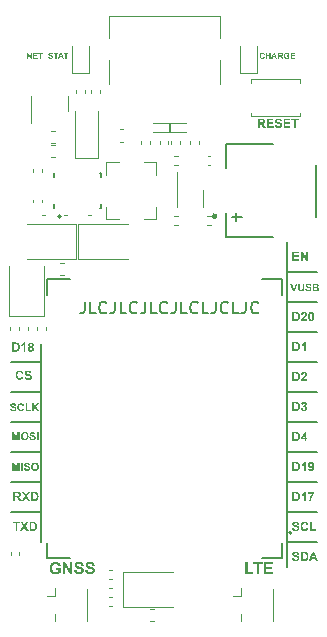
<source format=gbr>
%TF.GenerationSoftware,KiCad,Pcbnew,7.0.9*%
%TF.CreationDate,2024-08-31T12:22:45+08:00*%
%TF.ProjectId,IOT,494f542e-6b69-4636-9164-5f7063625858,rev?*%
%TF.SameCoordinates,Original*%
%TF.FileFunction,Legend,Top*%
%TF.FilePolarity,Positive*%
%FSLAX46Y46*%
G04 Gerber Fmt 4.6, Leading zero omitted, Abs format (unit mm)*
G04 Created by KiCad (PCBNEW 7.0.9) date 2024-08-31 12:22:45*
%MOMM*%
%LPD*%
G01*
G04 APERTURE LIST*
%ADD10C,0.150000*%
%ADD11C,0.101600*%
%ADD12C,0.127000*%
%ADD13C,0.152400*%
%ADD14C,0.190500*%
%ADD15C,0.200000*%
%ADD16C,0.120000*%
%ADD17C,0.300000*%
G04 APERTURE END LIST*
D10*
X157072493Y-73669819D02*
X157072493Y-74384104D01*
X157072493Y-74384104D02*
X157024874Y-74526961D01*
X157024874Y-74526961D02*
X156929636Y-74622200D01*
X156929636Y-74622200D02*
X156786779Y-74669819D01*
X156786779Y-74669819D02*
X156691541Y-74669819D01*
X158024874Y-74669819D02*
X157548684Y-74669819D01*
X157548684Y-74669819D02*
X157548684Y-73669819D01*
X158929636Y-74574580D02*
X158882017Y-74622200D01*
X158882017Y-74622200D02*
X158739160Y-74669819D01*
X158739160Y-74669819D02*
X158643922Y-74669819D01*
X158643922Y-74669819D02*
X158501065Y-74622200D01*
X158501065Y-74622200D02*
X158405827Y-74526961D01*
X158405827Y-74526961D02*
X158358208Y-74431723D01*
X158358208Y-74431723D02*
X158310589Y-74241247D01*
X158310589Y-74241247D02*
X158310589Y-74098390D01*
X158310589Y-74098390D02*
X158358208Y-73907914D01*
X158358208Y-73907914D02*
X158405827Y-73812676D01*
X158405827Y-73812676D02*
X158501065Y-73717438D01*
X158501065Y-73717438D02*
X158643922Y-73669819D01*
X158643922Y-73669819D02*
X158739160Y-73669819D01*
X158739160Y-73669819D02*
X158882017Y-73717438D01*
X158882017Y-73717438D02*
X158929636Y-73765057D01*
X159643922Y-73669819D02*
X159643922Y-74384104D01*
X159643922Y-74384104D02*
X159596303Y-74526961D01*
X159596303Y-74526961D02*
X159501065Y-74622200D01*
X159501065Y-74622200D02*
X159358208Y-74669819D01*
X159358208Y-74669819D02*
X159262970Y-74669819D01*
X160596303Y-74669819D02*
X160120113Y-74669819D01*
X160120113Y-74669819D02*
X160120113Y-73669819D01*
X161501065Y-74574580D02*
X161453446Y-74622200D01*
X161453446Y-74622200D02*
X161310589Y-74669819D01*
X161310589Y-74669819D02*
X161215351Y-74669819D01*
X161215351Y-74669819D02*
X161072494Y-74622200D01*
X161072494Y-74622200D02*
X160977256Y-74526961D01*
X160977256Y-74526961D02*
X160929637Y-74431723D01*
X160929637Y-74431723D02*
X160882018Y-74241247D01*
X160882018Y-74241247D02*
X160882018Y-74098390D01*
X160882018Y-74098390D02*
X160929637Y-73907914D01*
X160929637Y-73907914D02*
X160977256Y-73812676D01*
X160977256Y-73812676D02*
X161072494Y-73717438D01*
X161072494Y-73717438D02*
X161215351Y-73669819D01*
X161215351Y-73669819D02*
X161310589Y-73669819D01*
X161310589Y-73669819D02*
X161453446Y-73717438D01*
X161453446Y-73717438D02*
X161501065Y-73765057D01*
X162215351Y-73669819D02*
X162215351Y-74384104D01*
X162215351Y-74384104D02*
X162167732Y-74526961D01*
X162167732Y-74526961D02*
X162072494Y-74622200D01*
X162072494Y-74622200D02*
X161929637Y-74669819D01*
X161929637Y-74669819D02*
X161834399Y-74669819D01*
X163167732Y-74669819D02*
X162691542Y-74669819D01*
X162691542Y-74669819D02*
X162691542Y-73669819D01*
X164072494Y-74574580D02*
X164024875Y-74622200D01*
X164024875Y-74622200D02*
X163882018Y-74669819D01*
X163882018Y-74669819D02*
X163786780Y-74669819D01*
X163786780Y-74669819D02*
X163643923Y-74622200D01*
X163643923Y-74622200D02*
X163548685Y-74526961D01*
X163548685Y-74526961D02*
X163501066Y-74431723D01*
X163501066Y-74431723D02*
X163453447Y-74241247D01*
X163453447Y-74241247D02*
X163453447Y-74098390D01*
X163453447Y-74098390D02*
X163501066Y-73907914D01*
X163501066Y-73907914D02*
X163548685Y-73812676D01*
X163548685Y-73812676D02*
X163643923Y-73717438D01*
X163643923Y-73717438D02*
X163786780Y-73669819D01*
X163786780Y-73669819D02*
X163882018Y-73669819D01*
X163882018Y-73669819D02*
X164024875Y-73717438D01*
X164024875Y-73717438D02*
X164072494Y-73765057D01*
X164786780Y-73669819D02*
X164786780Y-74384104D01*
X164786780Y-74384104D02*
X164739161Y-74526961D01*
X164739161Y-74526961D02*
X164643923Y-74622200D01*
X164643923Y-74622200D02*
X164501066Y-74669819D01*
X164501066Y-74669819D02*
X164405828Y-74669819D01*
X165739161Y-74669819D02*
X165262971Y-74669819D01*
X165262971Y-74669819D02*
X165262971Y-73669819D01*
X166643923Y-74574580D02*
X166596304Y-74622200D01*
X166596304Y-74622200D02*
X166453447Y-74669819D01*
X166453447Y-74669819D02*
X166358209Y-74669819D01*
X166358209Y-74669819D02*
X166215352Y-74622200D01*
X166215352Y-74622200D02*
X166120114Y-74526961D01*
X166120114Y-74526961D02*
X166072495Y-74431723D01*
X166072495Y-74431723D02*
X166024876Y-74241247D01*
X166024876Y-74241247D02*
X166024876Y-74098390D01*
X166024876Y-74098390D02*
X166072495Y-73907914D01*
X166072495Y-73907914D02*
X166120114Y-73812676D01*
X166120114Y-73812676D02*
X166215352Y-73717438D01*
X166215352Y-73717438D02*
X166358209Y-73669819D01*
X166358209Y-73669819D02*
X166453447Y-73669819D01*
X166453447Y-73669819D02*
X166596304Y-73717438D01*
X166596304Y-73717438D02*
X166643923Y-73765057D01*
X167548685Y-74669819D02*
X167072495Y-74669819D01*
X167072495Y-74669819D02*
X167072495Y-73669819D01*
X168167733Y-73669819D02*
X168167733Y-74384104D01*
X168167733Y-74384104D02*
X168120114Y-74526961D01*
X168120114Y-74526961D02*
X168024876Y-74622200D01*
X168024876Y-74622200D02*
X167882019Y-74669819D01*
X167882019Y-74669819D02*
X167786781Y-74669819D01*
X169215352Y-74574580D02*
X169167733Y-74622200D01*
X169167733Y-74622200D02*
X169024876Y-74669819D01*
X169024876Y-74669819D02*
X168929638Y-74669819D01*
X168929638Y-74669819D02*
X168786781Y-74622200D01*
X168786781Y-74622200D02*
X168691543Y-74526961D01*
X168691543Y-74526961D02*
X168643924Y-74431723D01*
X168643924Y-74431723D02*
X168596305Y-74241247D01*
X168596305Y-74241247D02*
X168596305Y-74098390D01*
X168596305Y-74098390D02*
X168643924Y-73907914D01*
X168643924Y-73907914D02*
X168691543Y-73812676D01*
X168691543Y-73812676D02*
X168786781Y-73717438D01*
X168786781Y-73717438D02*
X168929638Y-73669819D01*
X168929638Y-73669819D02*
X169024876Y-73669819D01*
X169024876Y-73669819D02*
X169167733Y-73717438D01*
X169167733Y-73717438D02*
X169215352Y-73765057D01*
X170120114Y-74669819D02*
X169643924Y-74669819D01*
X169643924Y-74669819D02*
X169643924Y-73669819D01*
X170739162Y-73669819D02*
X170739162Y-74384104D01*
X170739162Y-74384104D02*
X170691543Y-74526961D01*
X170691543Y-74526961D02*
X170596305Y-74622200D01*
X170596305Y-74622200D02*
X170453448Y-74669819D01*
X170453448Y-74669819D02*
X170358210Y-74669819D01*
X171786781Y-74574580D02*
X171739162Y-74622200D01*
X171739162Y-74622200D02*
X171596305Y-74669819D01*
X171596305Y-74669819D02*
X171501067Y-74669819D01*
X171501067Y-74669819D02*
X171358210Y-74622200D01*
X171358210Y-74622200D02*
X171262972Y-74526961D01*
X171262972Y-74526961D02*
X171215353Y-74431723D01*
X171215353Y-74431723D02*
X171167734Y-74241247D01*
X171167734Y-74241247D02*
X171167734Y-74098390D01*
X171167734Y-74098390D02*
X171215353Y-73907914D01*
X171215353Y-73907914D02*
X171262972Y-73812676D01*
X171262972Y-73812676D02*
X171358210Y-73717438D01*
X171358210Y-73717438D02*
X171501067Y-73669819D01*
X171501067Y-73669819D02*
X171596305Y-73669819D01*
X171596305Y-73669819D02*
X171739162Y-73717438D01*
X171739162Y-73717438D02*
X171786781Y-73765057D01*
X174244000Y-81280000D02*
X176784000Y-81280000D01*
X174244000Y-71120000D02*
X176784000Y-71120000D01*
X174244000Y-78740000D02*
X176784000Y-78740000D01*
X174244000Y-76200000D02*
X176784000Y-76200000D01*
X174244000Y-68580000D02*
X174244000Y-96139000D01*
X150876000Y-83820000D02*
X153416000Y-83820000D01*
X174244000Y-73660000D02*
X176784000Y-73660000D01*
X150876000Y-91440000D02*
X153416000Y-91440000D01*
X174244000Y-93980000D02*
X176784000Y-93980000D01*
X169926000Y-66192400D02*
X169926000Y-66852800D01*
X150876000Y-78740000D02*
X153416000Y-78740000D01*
X153416000Y-93980000D02*
X153416000Y-77216000D01*
X174244000Y-83820000D02*
X176784000Y-83820000D01*
X150876000Y-86360000D02*
X153416000Y-86360000D01*
X150876000Y-88900000D02*
X153416000Y-88900000D01*
X150876000Y-81280000D02*
X153416000Y-81280000D01*
X174244000Y-91440000D02*
X176784000Y-91440000D01*
X169519600Y-66497200D02*
X170383200Y-66497200D01*
X174244000Y-86360000D02*
X176784000Y-86360000D01*
X174244000Y-88900000D02*
X176784000Y-88900000D01*
D11*
G36*
X174972090Y-77074287D02*
G01*
X174983536Y-77074459D01*
X174994627Y-77074746D01*
X175005361Y-77075148D01*
X175015739Y-77075665D01*
X175025761Y-77076297D01*
X175035426Y-77077043D01*
X175044735Y-77077905D01*
X175053688Y-77078881D01*
X175062285Y-77079973D01*
X175070526Y-77081179D01*
X175078410Y-77082500D01*
X175085938Y-77083935D01*
X175096563Y-77086305D01*
X175106385Y-77088932D01*
X175114732Y-77091567D01*
X175122929Y-77094446D01*
X175130976Y-77097569D01*
X175138874Y-77100936D01*
X175146621Y-77104548D01*
X175154219Y-77108404D01*
X175161667Y-77112505D01*
X175168966Y-77116849D01*
X175176114Y-77121438D01*
X175183113Y-77126271D01*
X175189962Y-77131348D01*
X175196662Y-77136670D01*
X175203211Y-77142236D01*
X175209611Y-77148046D01*
X175215861Y-77154101D01*
X175221962Y-77160400D01*
X175227897Y-77166887D01*
X175233652Y-77173555D01*
X175239226Y-77180404D01*
X175244621Y-77187432D01*
X175249835Y-77194641D01*
X175254869Y-77202031D01*
X175259722Y-77209600D01*
X175264395Y-77217350D01*
X175268888Y-77225280D01*
X175273201Y-77233391D01*
X175277333Y-77241682D01*
X175281285Y-77250153D01*
X175285057Y-77258804D01*
X175288648Y-77267636D01*
X175292059Y-77276648D01*
X175295290Y-77285840D01*
X175298333Y-77295235D01*
X175301179Y-77304902D01*
X175303829Y-77314841D01*
X175306282Y-77325051D01*
X175308540Y-77335534D01*
X175310601Y-77346289D01*
X175312466Y-77357315D01*
X175314134Y-77368614D01*
X175315606Y-77380184D01*
X175316882Y-77392026D01*
X175317962Y-77404140D01*
X175318845Y-77416526D01*
X175319532Y-77429184D01*
X175320023Y-77442114D01*
X175320317Y-77455315D01*
X175320415Y-77468789D01*
X175320323Y-77480621D01*
X175320046Y-77492248D01*
X175319584Y-77503670D01*
X175318938Y-77514887D01*
X175318107Y-77525899D01*
X175317091Y-77536706D01*
X175315891Y-77547308D01*
X175314506Y-77557704D01*
X175312937Y-77567896D01*
X175311182Y-77577883D01*
X175309243Y-77587665D01*
X175307120Y-77597242D01*
X175304812Y-77606614D01*
X175302319Y-77615780D01*
X175299641Y-77624742D01*
X175296779Y-77633499D01*
X175293100Y-77643935D01*
X175289227Y-77654120D01*
X175285161Y-77664053D01*
X175280901Y-77673734D01*
X175276448Y-77683164D01*
X175271802Y-77692343D01*
X175266962Y-77701270D01*
X175261929Y-77709945D01*
X175256703Y-77718369D01*
X175251283Y-77726541D01*
X175245670Y-77734462D01*
X175239863Y-77742131D01*
X175233863Y-77749548D01*
X175227670Y-77756714D01*
X175221283Y-77763629D01*
X175214703Y-77770292D01*
X175206884Y-77777571D01*
X175198570Y-77784543D01*
X175189763Y-77791207D01*
X175183617Y-77795479D01*
X175177251Y-77799614D01*
X175170666Y-77803612D01*
X175163861Y-77807474D01*
X175156837Y-77811199D01*
X175149593Y-77814788D01*
X175142129Y-77818240D01*
X175134446Y-77821555D01*
X175126544Y-77824733D01*
X175118422Y-77827775D01*
X175110080Y-77830680D01*
X175105827Y-77832082D01*
X175095893Y-77835008D01*
X175085354Y-77837647D01*
X175077991Y-77839247D01*
X175070360Y-77840718D01*
X175062460Y-77842062D01*
X175054290Y-77843277D01*
X175045852Y-77844365D01*
X175037145Y-77845325D01*
X175028168Y-77846156D01*
X175018923Y-77846860D01*
X175009409Y-77847436D01*
X174999626Y-77847884D01*
X174989573Y-77848204D01*
X174979252Y-77848396D01*
X174968662Y-77848460D01*
X174677023Y-77848460D01*
X174677023Y-77205253D01*
X174832055Y-77205253D01*
X174832055Y-77717436D01*
X174947631Y-77717436D01*
X174955609Y-77717407D01*
X174963305Y-77717320D01*
X174974320Y-77717080D01*
X174984701Y-77716709D01*
X174994447Y-77716207D01*
X175003558Y-77715575D01*
X175012034Y-77714811D01*
X175019876Y-77713917D01*
X175029345Y-77712521D01*
X175037685Y-77710893D01*
X175041432Y-77709991D01*
X175050630Y-77707415D01*
X175059427Y-77704431D01*
X175067822Y-77701041D01*
X175075816Y-77697243D01*
X175083409Y-77693038D01*
X175090601Y-77688426D01*
X175097391Y-77683406D01*
X175103780Y-77677980D01*
X175109869Y-77671847D01*
X175115668Y-77664801D01*
X175121176Y-77656842D01*
X175125116Y-77650273D01*
X175128892Y-77643191D01*
X175132505Y-77635595D01*
X175135954Y-77627485D01*
X175139240Y-77618862D01*
X175142362Y-77609725D01*
X175144352Y-77603349D01*
X175147180Y-77593247D01*
X175149729Y-77582485D01*
X175151273Y-77574943D01*
X175152695Y-77567107D01*
X175153992Y-77558978D01*
X175155167Y-77550555D01*
X175156217Y-77541838D01*
X175157144Y-77532828D01*
X175157947Y-77523524D01*
X175158627Y-77513926D01*
X175159183Y-77504034D01*
X175159616Y-77493849D01*
X175159925Y-77483370D01*
X175160110Y-77472597D01*
X175160172Y-77461530D01*
X175160110Y-77450503D01*
X175159925Y-77439799D01*
X175159616Y-77429419D01*
X175159183Y-77419364D01*
X175158627Y-77409633D01*
X175157947Y-77400227D01*
X175157144Y-77391144D01*
X175156217Y-77382386D01*
X175155167Y-77373952D01*
X175153992Y-77365842D01*
X175152695Y-77358057D01*
X175151273Y-77350595D01*
X175148910Y-77340012D01*
X175146268Y-77330157D01*
X175144352Y-77323993D01*
X175141310Y-77315176D01*
X175138045Y-77306732D01*
X175134557Y-77298662D01*
X175130848Y-77290964D01*
X175126915Y-77283639D01*
X175122760Y-77276687D01*
X175118383Y-77270108D01*
X175113783Y-77263902D01*
X175108961Y-77258069D01*
X175102185Y-77250871D01*
X175100430Y-77249175D01*
X175093163Y-77242702D01*
X175085413Y-77236776D01*
X175077180Y-77231396D01*
X175070689Y-77227720D01*
X175063926Y-77224351D01*
X175056892Y-77221290D01*
X175049586Y-77218537D01*
X175042009Y-77216091D01*
X175034160Y-77213952D01*
X175028776Y-77212697D01*
X175019706Y-77210953D01*
X175011625Y-77209797D01*
X175002448Y-77208772D01*
X174992175Y-77207877D01*
X174984717Y-77207354D01*
X174976772Y-77206889D01*
X174968341Y-77206481D01*
X174959422Y-77206132D01*
X174950016Y-77205842D01*
X174940123Y-77205609D01*
X174929742Y-77205435D01*
X174918875Y-77205318D01*
X174907521Y-77205260D01*
X174901661Y-77205253D01*
X174832055Y-77205253D01*
X174677023Y-77205253D01*
X174677023Y-77074229D01*
X174960287Y-77074229D01*
X174972090Y-77074287D01*
G37*
G36*
X175791281Y-77848460D02*
G01*
X175644252Y-77848460D01*
X175644252Y-77288259D01*
X175634066Y-77298192D01*
X175623655Y-77307795D01*
X175613018Y-77317070D01*
X175602156Y-77326017D01*
X175591068Y-77334635D01*
X175579755Y-77342924D01*
X175568217Y-77350885D01*
X175556453Y-77358517D01*
X175544464Y-77365820D01*
X175532250Y-77372795D01*
X175519810Y-77379442D01*
X175507145Y-77385759D01*
X175494254Y-77391748D01*
X175481138Y-77397409D01*
X175467797Y-77402741D01*
X175454231Y-77407744D01*
X175454231Y-77264809D01*
X175461458Y-77262376D01*
X175468765Y-77259685D01*
X175476150Y-77256735D01*
X175483613Y-77253526D01*
X175491155Y-77250058D01*
X175498776Y-77246331D01*
X175506475Y-77242346D01*
X175514252Y-77238102D01*
X175522108Y-77233599D01*
X175530043Y-77228837D01*
X175538056Y-77223816D01*
X175546147Y-77218537D01*
X175554317Y-77212998D01*
X175562566Y-77207201D01*
X175570893Y-77201145D01*
X175579299Y-77194830D01*
X175587578Y-77188296D01*
X175595525Y-77181628D01*
X175603141Y-77174826D01*
X175610426Y-77167891D01*
X175617379Y-77160821D01*
X175624001Y-77153618D01*
X175630291Y-77146281D01*
X175636249Y-77138810D01*
X175641876Y-77131206D01*
X175647172Y-77123468D01*
X175652136Y-77115596D01*
X175656768Y-77107590D01*
X175661069Y-77099450D01*
X175665039Y-77091177D01*
X175668676Y-77082770D01*
X175671983Y-77074229D01*
X175791281Y-77074229D01*
X175791281Y-77848460D01*
G37*
D12*
G36*
X172235698Y-52902719D02*
G01*
X172335827Y-52934482D01*
X172334355Y-52939728D01*
X172332823Y-52944890D01*
X172331231Y-52949966D01*
X172329580Y-52954957D01*
X172327870Y-52959863D01*
X172326099Y-52964683D01*
X172324270Y-52969419D01*
X172322380Y-52974070D01*
X172320431Y-52978636D01*
X172316354Y-52987512D01*
X172312038Y-52996048D01*
X172307484Y-53004244D01*
X172302692Y-53012099D01*
X172297661Y-53019615D01*
X172292392Y-53026790D01*
X172286884Y-53033624D01*
X172281138Y-53040119D01*
X172275153Y-53046273D01*
X172268930Y-53052087D01*
X172262468Y-53057561D01*
X172259148Y-53060171D01*
X172252351Y-53065144D01*
X172245327Y-53069796D01*
X172238078Y-53074128D01*
X172230603Y-53078138D01*
X172222902Y-53081828D01*
X172214975Y-53085197D01*
X172206823Y-53088245D01*
X172198444Y-53090972D01*
X172189840Y-53093379D01*
X172181010Y-53095464D01*
X172171954Y-53097229D01*
X172162672Y-53098673D01*
X172153164Y-53099796D01*
X172143430Y-53100598D01*
X172133471Y-53101079D01*
X172128407Y-53101199D01*
X172123286Y-53101240D01*
X172116954Y-53101172D01*
X172110694Y-53100970D01*
X172104504Y-53100633D01*
X172098385Y-53100162D01*
X172092337Y-53099555D01*
X172086360Y-53098814D01*
X172080453Y-53097938D01*
X172074617Y-53096928D01*
X172068852Y-53095783D01*
X172063158Y-53094503D01*
X172057534Y-53093088D01*
X172051981Y-53091538D01*
X172046499Y-53089854D01*
X172041088Y-53088035D01*
X172035747Y-53086081D01*
X172030477Y-53083993D01*
X172025278Y-53081770D01*
X172020150Y-53079412D01*
X172015092Y-53076919D01*
X172010106Y-53074292D01*
X172005190Y-53071530D01*
X172000344Y-53068633D01*
X171995570Y-53065601D01*
X171990866Y-53062435D01*
X171986233Y-53059134D01*
X171981671Y-53055698D01*
X171977180Y-53052127D01*
X171972759Y-53048422D01*
X171968409Y-53044582D01*
X171964130Y-53040607D01*
X171959921Y-53036498D01*
X171955784Y-53032254D01*
X171951753Y-53027893D01*
X171947851Y-53023433D01*
X171944076Y-53018874D01*
X171940430Y-53014216D01*
X171936911Y-53009460D01*
X171933520Y-53004604D01*
X171930257Y-52999650D01*
X171927122Y-52994597D01*
X171924116Y-52989445D01*
X171921237Y-52984194D01*
X171918486Y-52978844D01*
X171915863Y-52973395D01*
X171913368Y-52967848D01*
X171911000Y-52962201D01*
X171908761Y-52956456D01*
X171906650Y-52950612D01*
X171904667Y-52944669D01*
X171902811Y-52938627D01*
X171901084Y-52932486D01*
X171899485Y-52926247D01*
X171898013Y-52919908D01*
X171896670Y-52913471D01*
X171895454Y-52906935D01*
X171894367Y-52900299D01*
X171893407Y-52893565D01*
X171892575Y-52886733D01*
X171891871Y-52879801D01*
X171891296Y-52872770D01*
X171890848Y-52865641D01*
X171890528Y-52858412D01*
X171890336Y-52851085D01*
X171890272Y-52843659D01*
X171890336Y-52835804D01*
X171890529Y-52828060D01*
X171890851Y-52820427D01*
X171891302Y-52812904D01*
X171891881Y-52805491D01*
X171892588Y-52798189D01*
X171893425Y-52790998D01*
X171894390Y-52783917D01*
X171895484Y-52776946D01*
X171896706Y-52770086D01*
X171898057Y-52763337D01*
X171899537Y-52756698D01*
X171901146Y-52750169D01*
X171902883Y-52743751D01*
X171904749Y-52737444D01*
X171906743Y-52731247D01*
X171908866Y-52725160D01*
X171911118Y-52719184D01*
X171913499Y-52713319D01*
X171916008Y-52707564D01*
X171918646Y-52701919D01*
X171921413Y-52696385D01*
X171924308Y-52690962D01*
X171927332Y-52685649D01*
X171930484Y-52680447D01*
X171933766Y-52675355D01*
X171937176Y-52670373D01*
X171940715Y-52665502D01*
X171944382Y-52660742D01*
X171948178Y-52656092D01*
X171952103Y-52651553D01*
X171956156Y-52647124D01*
X171960322Y-52642818D01*
X171964569Y-52638650D01*
X171968897Y-52634618D01*
X171973306Y-52630722D01*
X171977795Y-52626964D01*
X171982366Y-52623342D01*
X171987018Y-52619857D01*
X171991750Y-52616508D01*
X171996564Y-52613296D01*
X172001458Y-52610221D01*
X172006434Y-52607282D01*
X172011490Y-52604481D01*
X172016627Y-52601815D01*
X172021845Y-52599287D01*
X172027144Y-52596895D01*
X172032524Y-52594640D01*
X172037985Y-52592521D01*
X172043527Y-52590539D01*
X172049150Y-52588694D01*
X172054854Y-52586986D01*
X172060639Y-52585414D01*
X172066505Y-52583979D01*
X172072451Y-52582681D01*
X172078479Y-52581519D01*
X172084587Y-52580494D01*
X172090777Y-52579605D01*
X172097047Y-52578854D01*
X172103399Y-52578239D01*
X172109831Y-52577760D01*
X172116344Y-52577419D01*
X172122938Y-52577213D01*
X172129613Y-52577145D01*
X172135449Y-52577203D01*
X172141216Y-52577375D01*
X172146914Y-52577662D01*
X172152542Y-52578064D01*
X172158102Y-52578581D01*
X172163592Y-52579213D01*
X172169014Y-52579959D01*
X172174366Y-52580821D01*
X172179649Y-52581797D01*
X172184863Y-52582888D01*
X172190008Y-52584095D01*
X172195085Y-52585416D01*
X172200092Y-52586851D01*
X172205029Y-52588402D01*
X172209898Y-52590068D01*
X172214698Y-52591848D01*
X172219429Y-52593743D01*
X172224091Y-52595754D01*
X172228683Y-52597879D01*
X172233207Y-52600118D01*
X172237661Y-52602473D01*
X172242047Y-52604943D01*
X172246363Y-52607527D01*
X172250610Y-52610227D01*
X172254788Y-52613041D01*
X172258898Y-52615970D01*
X172262938Y-52619014D01*
X172266909Y-52622173D01*
X172270811Y-52625447D01*
X172274644Y-52628835D01*
X172278407Y-52632339D01*
X172282102Y-52635957D01*
X172286392Y-52640433D01*
X172290547Y-52645146D01*
X172294566Y-52650096D01*
X172298449Y-52655282D01*
X172302196Y-52660704D01*
X172305808Y-52666363D01*
X172309284Y-52672259D01*
X172312625Y-52678391D01*
X172315829Y-52684759D01*
X172318898Y-52691364D01*
X172321831Y-52698206D01*
X172324629Y-52705284D01*
X172327291Y-52712599D01*
X172329817Y-52720150D01*
X172332207Y-52727937D01*
X172334462Y-52735962D01*
X172232224Y-52751843D01*
X172231015Y-52746854D01*
X172229651Y-52741997D01*
X172227317Y-52734960D01*
X172224636Y-52728223D01*
X172221609Y-52721784D01*
X172218234Y-52715644D01*
X172214513Y-52709803D01*
X172210445Y-52704261D01*
X172206030Y-52699017D01*
X172201269Y-52694073D01*
X172196161Y-52689427D01*
X172194381Y-52687944D01*
X172188874Y-52683754D01*
X172183150Y-52679975D01*
X172177208Y-52676609D01*
X172171047Y-52673654D01*
X172164668Y-52671112D01*
X172158071Y-52668983D01*
X172151256Y-52667265D01*
X172144223Y-52665960D01*
X172136972Y-52665067D01*
X172132017Y-52664700D01*
X172126965Y-52664517D01*
X172124402Y-52664494D01*
X172117382Y-52664652D01*
X172110529Y-52665126D01*
X172103843Y-52665916D01*
X172097323Y-52667022D01*
X172090970Y-52668444D01*
X172084783Y-52670182D01*
X172078764Y-52672236D01*
X172072911Y-52674606D01*
X172067225Y-52677292D01*
X172061705Y-52680294D01*
X172056353Y-52683612D01*
X172051167Y-52687247D01*
X172046148Y-52691197D01*
X172041295Y-52695463D01*
X172036609Y-52700045D01*
X172032090Y-52704943D01*
X172027808Y-52710195D01*
X172023802Y-52715840D01*
X172020073Y-52721878D01*
X172016620Y-52728308D01*
X172013443Y-52735130D01*
X172010542Y-52742346D01*
X172007917Y-52749954D01*
X172005569Y-52757954D01*
X172003497Y-52766347D01*
X172001701Y-52775133D01*
X172000182Y-52784311D01*
X171998939Y-52793882D01*
X171997972Y-52803845D01*
X171997592Y-52808974D01*
X171997281Y-52814201D01*
X171997040Y-52819526D01*
X171996867Y-52824949D01*
X171996763Y-52830471D01*
X171996729Y-52836090D01*
X171996763Y-52842046D01*
X171996865Y-52847894D01*
X171997035Y-52853634D01*
X171997274Y-52859265D01*
X171997580Y-52864789D01*
X171997954Y-52870204D01*
X171998397Y-52875512D01*
X171998908Y-52880711D01*
X171999487Y-52885802D01*
X172000134Y-52890785D01*
X172001632Y-52900427D01*
X172003402Y-52909637D01*
X172005445Y-52918414D01*
X172007760Y-52926759D01*
X172010348Y-52934672D01*
X172013208Y-52942153D01*
X172016340Y-52949201D01*
X172019745Y-52955816D01*
X172023422Y-52962000D01*
X172027372Y-52967751D01*
X172031594Y-52973070D01*
X172036034Y-52978013D01*
X172040638Y-52982637D01*
X172045406Y-52986942D01*
X172050337Y-52990929D01*
X172055432Y-52994596D01*
X172060692Y-52997945D01*
X172066114Y-53000974D01*
X172071701Y-53003685D01*
X172077452Y-53006077D01*
X172083366Y-53008150D01*
X172089445Y-53009904D01*
X172095687Y-53011339D01*
X172102092Y-53012455D01*
X172108662Y-53013253D01*
X172115396Y-53013731D01*
X172122293Y-53013890D01*
X172127397Y-53013786D01*
X172132411Y-53013472D01*
X172139763Y-53012608D01*
X172146912Y-53011273D01*
X172153858Y-53009467D01*
X172160601Y-53007190D01*
X172167142Y-53004442D01*
X172173479Y-53001223D01*
X172179614Y-52997533D01*
X172185546Y-52993371D01*
X172191275Y-52988739D01*
X172193140Y-52987090D01*
X172196781Y-52983620D01*
X172200292Y-52979909D01*
X172203671Y-52975958D01*
X172206920Y-52971767D01*
X172210038Y-52967335D01*
X172213025Y-52962663D01*
X172215881Y-52957750D01*
X172218607Y-52952597D01*
X172221201Y-52947204D01*
X172223665Y-52941570D01*
X172225997Y-52935696D01*
X172228199Y-52929581D01*
X172230270Y-52923226D01*
X172232210Y-52916631D01*
X172234019Y-52909795D01*
X172235698Y-52902719D01*
G37*
G36*
X172421935Y-53101240D02*
G01*
X172421935Y-52585086D01*
X172525166Y-52585086D01*
X172525166Y-52791547D01*
X172727657Y-52791547D01*
X172727657Y-52585086D01*
X172830887Y-52585086D01*
X172830887Y-53101240D01*
X172727657Y-53101240D01*
X172727657Y-52878896D01*
X172525166Y-52878896D01*
X172525166Y-53101240D01*
X172421935Y-53101240D01*
G37*
G36*
X173396051Y-53101240D02*
G01*
X173283763Y-53101240D01*
X173239095Y-52982127D01*
X173034495Y-52982127D01*
X172992309Y-53101240D01*
X172882751Y-53101240D01*
X172962457Y-52894778D01*
X173066258Y-52894778D01*
X173205843Y-52894778D01*
X173135368Y-52712139D01*
X173066258Y-52894778D01*
X172962457Y-52894778D01*
X173082016Y-52585086D01*
X173191202Y-52585086D01*
X173396051Y-53101240D01*
G37*
G36*
X173670748Y-52585100D02*
G01*
X173675743Y-52585140D01*
X173685468Y-52585303D01*
X173694843Y-52585575D01*
X173703866Y-52585955D01*
X173712539Y-52586443D01*
X173720861Y-52587040D01*
X173728832Y-52587746D01*
X173736451Y-52588560D01*
X173743721Y-52589483D01*
X173750639Y-52590514D01*
X173757206Y-52591654D01*
X173763422Y-52592903D01*
X173769288Y-52594260D01*
X173774802Y-52595725D01*
X173779966Y-52597300D01*
X173784779Y-52598982D01*
X173791627Y-52601779D01*
X173798214Y-52604957D01*
X173804539Y-52608517D01*
X173810602Y-52612458D01*
X173816404Y-52616781D01*
X173821943Y-52621486D01*
X173827221Y-52626573D01*
X173832238Y-52632041D01*
X173835436Y-52635898D01*
X173838519Y-52639925D01*
X173841485Y-52644122D01*
X173844335Y-52648488D01*
X173847039Y-52652980D01*
X173849569Y-52657552D01*
X173851925Y-52662204D01*
X173854106Y-52666937D01*
X173856112Y-52671750D01*
X173857945Y-52676644D01*
X173859602Y-52681618D01*
X173861085Y-52686673D01*
X173862394Y-52691808D01*
X173863528Y-52697023D01*
X173864488Y-52702319D01*
X173865273Y-52707696D01*
X173865883Y-52713153D01*
X173866320Y-52718690D01*
X173866581Y-52724308D01*
X173866669Y-52730006D01*
X173866536Y-52737200D01*
X173866139Y-52744236D01*
X173865478Y-52751112D01*
X173864552Y-52757830D01*
X173863361Y-52764388D01*
X173861905Y-52770788D01*
X173860185Y-52777029D01*
X173858200Y-52783110D01*
X173855951Y-52789033D01*
X173853437Y-52794797D01*
X173850659Y-52800401D01*
X173847615Y-52805847D01*
X173844307Y-52811134D01*
X173840735Y-52816262D01*
X173836898Y-52821230D01*
X173832796Y-52826040D01*
X173828446Y-52830662D01*
X173823834Y-52835065D01*
X173818958Y-52839250D01*
X173813820Y-52843217D01*
X173808420Y-52846966D01*
X173802756Y-52850497D01*
X173796830Y-52853809D01*
X173790641Y-52856904D01*
X173784190Y-52859781D01*
X173777476Y-52862439D01*
X173770499Y-52864879D01*
X173763260Y-52867102D01*
X173755757Y-52869106D01*
X173747992Y-52870892D01*
X173739965Y-52872460D01*
X173731675Y-52873809D01*
X173737852Y-52877542D01*
X173743823Y-52881343D01*
X173749586Y-52885211D01*
X173755142Y-52889146D01*
X173760491Y-52893149D01*
X173765633Y-52897220D01*
X173770567Y-52901359D01*
X173775295Y-52905565D01*
X173779815Y-52909839D01*
X173784128Y-52914180D01*
X173786888Y-52917112D01*
X173791116Y-52921831D01*
X173795609Y-52927197D01*
X173798753Y-52931132D01*
X173802015Y-52935355D01*
X173805395Y-52939864D01*
X173808893Y-52944660D01*
X173812510Y-52949743D01*
X173816245Y-52955114D01*
X173820098Y-52960771D01*
X173824069Y-52966715D01*
X173828159Y-52972946D01*
X173832367Y-52979463D01*
X173836693Y-52986268D01*
X173841137Y-52993360D01*
X173845700Y-53000738D01*
X173908234Y-53101240D01*
X173784655Y-53101240D01*
X173709961Y-52987711D01*
X173705081Y-52980529D01*
X173700398Y-52973688D01*
X173695911Y-52967187D01*
X173691622Y-52961027D01*
X173687528Y-52955206D01*
X173683632Y-52949726D01*
X173679933Y-52944586D01*
X173676430Y-52939786D01*
X173673124Y-52935327D01*
X173670015Y-52931208D01*
X173665720Y-52925667D01*
X173661868Y-52920892D01*
X173658459Y-52916882D01*
X173655492Y-52913638D01*
X173651805Y-52909942D01*
X173648063Y-52906550D01*
X173643310Y-52902734D01*
X173638472Y-52899391D01*
X173633549Y-52896521D01*
X173628541Y-52894123D01*
X173624473Y-52892545D01*
X173618886Y-52890900D01*
X173613740Y-52889786D01*
X173607992Y-52888849D01*
X173601644Y-52888091D01*
X173596489Y-52887640D01*
X173590995Y-52887289D01*
X173585163Y-52887038D01*
X173578994Y-52886887D01*
X173572486Y-52886837D01*
X173551517Y-52886837D01*
X173551517Y-53101240D01*
X173448286Y-53101240D01*
X173448286Y-52672435D01*
X173551517Y-52672435D01*
X173551517Y-52799488D01*
X173627948Y-52799488D01*
X173637020Y-52799464D01*
X173645655Y-52799393D01*
X173653855Y-52799274D01*
X173661619Y-52799108D01*
X173668946Y-52798894D01*
X173675837Y-52798633D01*
X173682292Y-52798325D01*
X173688310Y-52797968D01*
X173693893Y-52797565D01*
X173699039Y-52797113D01*
X173705940Y-52796347D01*
X173711860Y-52795475D01*
X173716799Y-52794495D01*
X173720756Y-52793409D01*
X173726336Y-52791255D01*
X173731523Y-52788671D01*
X173736316Y-52785657D01*
X173740715Y-52782213D01*
X173744720Y-52778338D01*
X173748331Y-52774034D01*
X173749666Y-52772192D01*
X173752704Y-52767315D01*
X173755227Y-52762069D01*
X173757235Y-52756454D01*
X173758729Y-52750469D01*
X173759553Y-52745415D01*
X173760047Y-52740124D01*
X173760212Y-52734597D01*
X173759997Y-52728422D01*
X173759351Y-52722554D01*
X173758275Y-52716992D01*
X173756769Y-52711736D01*
X173754832Y-52706786D01*
X173752465Y-52702143D01*
X173749667Y-52697807D01*
X173746440Y-52693776D01*
X173742818Y-52690077D01*
X173738840Y-52686735D01*
X173734505Y-52683749D01*
X173729813Y-52681120D01*
X173724765Y-52678848D01*
X173719360Y-52676933D01*
X173713598Y-52675374D01*
X173707480Y-52674172D01*
X173702337Y-52673672D01*
X173696456Y-52673332D01*
X173691015Y-52673114D01*
X173684690Y-52672925D01*
X173677482Y-52672768D01*
X173672186Y-52672679D01*
X173666498Y-52672605D01*
X173660417Y-52672544D01*
X173653943Y-52672496D01*
X173647077Y-52672462D01*
X173639818Y-52672442D01*
X173632166Y-52672435D01*
X173551517Y-52672435D01*
X173448286Y-52672435D01*
X173448286Y-52585086D01*
X173665666Y-52585086D01*
X173670748Y-52585100D01*
G37*
G36*
X174199066Y-52910660D02*
G01*
X174199066Y-52823311D01*
X174421782Y-52823311D01*
X174421782Y-53030765D01*
X174417605Y-53034628D01*
X174413201Y-53038434D01*
X174408571Y-53042182D01*
X174403713Y-53045871D01*
X174398629Y-53049502D01*
X174393318Y-53053075D01*
X174387780Y-53056590D01*
X174382016Y-53060046D01*
X174376024Y-53063445D01*
X174369806Y-53066785D01*
X174363361Y-53070068D01*
X174356689Y-53073292D01*
X174349790Y-53076457D01*
X174342664Y-53079565D01*
X174335312Y-53082615D01*
X174327733Y-53085606D01*
X174320034Y-53088461D01*
X174312322Y-53091131D01*
X174304598Y-53093618D01*
X174296861Y-53095920D01*
X174289112Y-53098038D01*
X174281350Y-53099972D01*
X174273575Y-53101721D01*
X174265788Y-53103287D01*
X174257988Y-53104668D01*
X174250176Y-53105865D01*
X174242351Y-53106878D01*
X174234513Y-53107707D01*
X174226663Y-53108352D01*
X174218800Y-53108812D01*
X174210925Y-53109088D01*
X174203037Y-53109180D01*
X174198040Y-53109147D01*
X174188166Y-53108883D01*
X174178453Y-53108353D01*
X174168901Y-53107559D01*
X174159510Y-53106501D01*
X174150280Y-53105178D01*
X174141211Y-53103590D01*
X174132303Y-53101738D01*
X174123556Y-53099621D01*
X174114969Y-53097239D01*
X174106544Y-53094593D01*
X174098279Y-53091682D01*
X174090176Y-53088506D01*
X174082233Y-53085066D01*
X174074451Y-53081361D01*
X174066830Y-53077392D01*
X174063080Y-53075308D01*
X174055736Y-53070960D01*
X174048623Y-53066386D01*
X174041742Y-53061585D01*
X174035093Y-53056557D01*
X174028676Y-53051302D01*
X174022490Y-53045820D01*
X174016536Y-53040112D01*
X174010813Y-53034177D01*
X174005322Y-53028015D01*
X174000063Y-53021626D01*
X173995036Y-53015010D01*
X173990240Y-53008167D01*
X173985676Y-53001098D01*
X173981343Y-52993802D01*
X173977243Y-52986279D01*
X173973373Y-52978529D01*
X173969737Y-52970607D01*
X173966336Y-52962599D01*
X173963169Y-52954504D01*
X173960237Y-52946324D01*
X173957539Y-52938057D01*
X173955076Y-52929703D01*
X173952848Y-52921264D01*
X173950854Y-52912738D01*
X173949094Y-52904126D01*
X173947570Y-52895428D01*
X173946279Y-52886643D01*
X173945224Y-52877772D01*
X173944403Y-52868815D01*
X173943816Y-52859771D01*
X173943464Y-52850642D01*
X173943347Y-52841426D01*
X173943380Y-52836418D01*
X173943478Y-52831446D01*
X173943871Y-52821607D01*
X173944525Y-52811908D01*
X173945441Y-52802350D01*
X173946619Y-52792932D01*
X173948058Y-52783655D01*
X173949759Y-52774519D01*
X173951722Y-52765523D01*
X173953947Y-52756667D01*
X173956433Y-52747952D01*
X173959181Y-52739378D01*
X173962191Y-52730944D01*
X173965463Y-52722651D01*
X173968996Y-52714499D01*
X173972791Y-52706486D01*
X173976848Y-52698615D01*
X173981156Y-52690912D01*
X173985707Y-52683437D01*
X173990501Y-52676190D01*
X173995536Y-52669170D01*
X174000814Y-52662379D01*
X174006335Y-52655815D01*
X174012098Y-52649479D01*
X174018103Y-52643370D01*
X174024350Y-52637490D01*
X174030840Y-52631837D01*
X174037572Y-52626412D01*
X174044546Y-52621215D01*
X174051763Y-52616246D01*
X174059222Y-52611504D01*
X174066923Y-52606991D01*
X174074867Y-52602705D01*
X174081118Y-52599610D01*
X174087556Y-52596714D01*
X174094181Y-52594018D01*
X174100993Y-52591522D01*
X174107992Y-52589226D01*
X174115178Y-52587129D01*
X174122551Y-52585232D01*
X174130112Y-52583535D01*
X174137859Y-52582037D01*
X174145794Y-52580739D01*
X174153915Y-52579641D01*
X174162224Y-52578743D01*
X174170720Y-52578044D01*
X174179402Y-52577545D01*
X174188272Y-52577245D01*
X174197329Y-52577145D01*
X174203244Y-52577186D01*
X174209077Y-52577310D01*
X174214829Y-52577516D01*
X174220499Y-52577804D01*
X174226087Y-52578175D01*
X174231593Y-52578628D01*
X174237018Y-52579164D01*
X174242361Y-52579782D01*
X174247622Y-52580482D01*
X174252802Y-52581265D01*
X174257900Y-52582130D01*
X174262917Y-52583078D01*
X174267852Y-52584107D01*
X174272705Y-52585220D01*
X174282166Y-52587692D01*
X174291301Y-52590493D01*
X174300108Y-52593624D01*
X174308590Y-52597084D01*
X174316744Y-52600875D01*
X174324572Y-52604994D01*
X174332073Y-52609444D01*
X174339248Y-52614222D01*
X174346096Y-52619331D01*
X174352647Y-52624730D01*
X174358899Y-52630381D01*
X174364853Y-52636285D01*
X174370508Y-52642440D01*
X174375864Y-52648847D01*
X174380922Y-52655507D01*
X174385682Y-52662418D01*
X174390143Y-52669581D01*
X174394305Y-52676997D01*
X174398169Y-52684664D01*
X174401734Y-52692584D01*
X174405001Y-52700755D01*
X174407969Y-52709179D01*
X174410638Y-52717854D01*
X174413009Y-52726782D01*
X174415082Y-52735962D01*
X174312471Y-52751843D01*
X174311047Y-52746854D01*
X174309474Y-52741997D01*
X174307752Y-52737273D01*
X174304888Y-52730436D01*
X174301688Y-52723897D01*
X174298153Y-52717658D01*
X174294282Y-52711717D01*
X174290075Y-52706075D01*
X174285532Y-52700732D01*
X174280653Y-52695688D01*
X174275438Y-52690942D01*
X174271775Y-52687944D01*
X174266060Y-52683754D01*
X174260084Y-52679975D01*
X174253847Y-52676609D01*
X174247347Y-52673654D01*
X174240586Y-52671112D01*
X174233563Y-52668983D01*
X174228736Y-52667792D01*
X174223792Y-52666784D01*
X174218732Y-52665960D01*
X174213556Y-52665319D01*
X174208264Y-52664861D01*
X174202855Y-52664586D01*
X174197329Y-52664494D01*
X174188970Y-52664664D01*
X174180827Y-52665175D01*
X174172902Y-52666025D01*
X174165194Y-52667216D01*
X174157703Y-52668747D01*
X174150429Y-52670618D01*
X174143372Y-52672830D01*
X174136533Y-52675382D01*
X174129910Y-52678274D01*
X174123505Y-52681506D01*
X174117316Y-52685079D01*
X174111345Y-52688991D01*
X174105591Y-52693244D01*
X174100054Y-52697838D01*
X174094735Y-52702771D01*
X174089632Y-52708045D01*
X174084794Y-52713638D01*
X174080268Y-52719562D01*
X174076054Y-52725817D01*
X174072153Y-52732402D01*
X174068563Y-52739318D01*
X174065286Y-52746564D01*
X174062321Y-52754141D01*
X174059668Y-52762048D01*
X174057327Y-52770286D01*
X174055298Y-52778855D01*
X174053581Y-52787754D01*
X174052177Y-52796983D01*
X174051084Y-52806544D01*
X174050304Y-52816434D01*
X174050031Y-52821503D01*
X174049836Y-52826655D01*
X174049719Y-52831890D01*
X174049680Y-52837207D01*
X174049719Y-52842932D01*
X174049838Y-52848566D01*
X174050035Y-52854110D01*
X174050312Y-52859564D01*
X174050667Y-52864928D01*
X174051102Y-52870201D01*
X174051615Y-52875385D01*
X174052208Y-52880478D01*
X174052879Y-52885482D01*
X174053630Y-52890395D01*
X174055368Y-52899950D01*
X174057422Y-52909146D01*
X174059792Y-52917980D01*
X174062478Y-52926454D01*
X174065480Y-52934568D01*
X174068798Y-52942320D01*
X174072432Y-52949712D01*
X174076382Y-52956744D01*
X174080648Y-52963415D01*
X174085230Y-52969725D01*
X174090128Y-52975675D01*
X174095298Y-52981264D01*
X174100663Y-52986493D01*
X174106224Y-52991361D01*
X174111981Y-52995868D01*
X174117934Y-53000015D01*
X174124082Y-53003802D01*
X174130427Y-53007227D01*
X174136967Y-53010292D01*
X174143703Y-53012997D01*
X174150634Y-53015341D01*
X174157762Y-53017324D01*
X174165085Y-53018947D01*
X174172605Y-53020209D01*
X174180319Y-53021110D01*
X174188230Y-53021651D01*
X174196337Y-53021831D01*
X174202411Y-53021717D01*
X174208489Y-53021373D01*
X174214572Y-53020801D01*
X174220659Y-53019999D01*
X174226751Y-53018969D01*
X174232847Y-53017709D01*
X174238947Y-53016221D01*
X174245052Y-53014503D01*
X174251161Y-53012557D01*
X174257274Y-53010381D01*
X174261352Y-53008803D01*
X174267390Y-53006312D01*
X174273266Y-53003722D01*
X174278981Y-53001033D01*
X174284535Y-52998247D01*
X174289927Y-52995363D01*
X174295158Y-52992380D01*
X174300227Y-52989300D01*
X174305135Y-52986121D01*
X174309882Y-52982844D01*
X174314467Y-52979469D01*
X174317434Y-52977164D01*
X174317434Y-52910660D01*
X174199066Y-52910660D01*
G37*
G36*
X174513970Y-53101240D02*
G01*
X174513970Y-52585086D01*
X174893268Y-52585086D01*
X174893268Y-52672435D01*
X174617325Y-52672435D01*
X174617325Y-52783607D01*
X174874161Y-52783607D01*
X174874161Y-52870956D01*
X174617325Y-52870956D01*
X174617325Y-53013890D01*
X174903070Y-53013890D01*
X174903070Y-53101240D01*
X174513970Y-53101240D01*
G37*
G36*
X152199104Y-53101240D02*
G01*
X152199104Y-52585086D01*
X152299605Y-52585086D01*
X152508920Y-52933862D01*
X152508920Y-52585086D01*
X152604830Y-52585086D01*
X152604830Y-53101240D01*
X152501227Y-53101240D01*
X152295014Y-52757675D01*
X152295014Y-53101240D01*
X152199104Y-53101240D01*
G37*
G36*
X152711163Y-53101240D02*
G01*
X152711163Y-52585086D01*
X153090461Y-52585086D01*
X153090461Y-52672435D01*
X152814518Y-52672435D01*
X152814518Y-52783607D01*
X153071354Y-52783607D01*
X153071354Y-52870956D01*
X152814518Y-52870956D01*
X152814518Y-53013890D01*
X153100263Y-53013890D01*
X153100263Y-53101240D01*
X152711163Y-53101240D01*
G37*
G36*
X153300273Y-53101240D02*
G01*
X153300273Y-52672435D01*
X153148528Y-52672435D01*
X153148528Y-52585086D01*
X153554999Y-52585086D01*
X153554999Y-52672435D01*
X153403627Y-52672435D01*
X153403627Y-53101240D01*
X153300273Y-53101240D01*
G37*
G36*
X153560831Y-53244174D02*
G01*
X153560831Y-53180648D01*
X153968418Y-53180648D01*
X153968418Y-53244174D01*
X153560831Y-53244174D01*
G37*
G36*
X153988767Y-52934482D02*
G01*
X154089268Y-52926541D01*
X154090473Y-52932581D01*
X154091823Y-52938418D01*
X154093319Y-52944051D01*
X154094960Y-52949480D01*
X154096746Y-52954706D01*
X154098678Y-52959728D01*
X154100756Y-52964546D01*
X154102978Y-52969161D01*
X154105346Y-52973573D01*
X154109171Y-52979808D01*
X154113323Y-52985586D01*
X154117802Y-52990905D01*
X154122608Y-52995767D01*
X154125994Y-52998753D01*
X154131375Y-53002878D01*
X154137097Y-53006596D01*
X154143159Y-53009909D01*
X154149561Y-53012816D01*
X154156303Y-53015318D01*
X154163385Y-53017414D01*
X154168296Y-53018586D01*
X154173358Y-53019578D01*
X154178571Y-53020389D01*
X154183935Y-53021020D01*
X154189451Y-53021471D01*
X154195118Y-53021741D01*
X154200936Y-53021831D01*
X154207075Y-53021750D01*
X154213021Y-53021508D01*
X154218776Y-53021103D01*
X154224339Y-53020536D01*
X154229711Y-53019808D01*
X154234890Y-53018917D01*
X154239877Y-53017865D01*
X154246998Y-53015983D01*
X154253687Y-53013737D01*
X154259944Y-53011127D01*
X154265770Y-53008152D01*
X154271164Y-53004814D01*
X154276125Y-53001111D01*
X154280649Y-52997141D01*
X154284727Y-52993050D01*
X154288361Y-52988836D01*
X154291550Y-52984500D01*
X154294293Y-52980042D01*
X154296592Y-52975462D01*
X154298446Y-52970760D01*
X154299855Y-52965935D01*
X154300819Y-52960989D01*
X154301338Y-52955920D01*
X154301437Y-52952473D01*
X154301176Y-52947020D01*
X154300395Y-52941827D01*
X154299092Y-52936895D01*
X154297269Y-52932224D01*
X154294924Y-52927813D01*
X154292058Y-52923662D01*
X154290766Y-52922075D01*
X154287047Y-52918237D01*
X154282558Y-52914557D01*
X154278414Y-52911727D01*
X154273776Y-52908997D01*
X154268646Y-52906368D01*
X154263024Y-52903840D01*
X154256910Y-52901413D01*
X154253668Y-52900237D01*
X154248385Y-52898465D01*
X154243474Y-52896928D01*
X154237749Y-52895211D01*
X154231210Y-52893316D01*
X154226400Y-52891953D01*
X154221227Y-52890511D01*
X154215693Y-52888989D01*
X154209798Y-52887388D01*
X154203541Y-52885707D01*
X154196922Y-52883946D01*
X154189942Y-52882107D01*
X154182600Y-52880187D01*
X154174897Y-52878189D01*
X154170909Y-52877159D01*
X154165770Y-52875824D01*
X154160727Y-52874471D01*
X154155781Y-52873101D01*
X154150931Y-52871712D01*
X154141523Y-52868880D01*
X154132500Y-52865977D01*
X154123865Y-52863002D01*
X154115616Y-52859956D01*
X154107755Y-52856837D01*
X154100280Y-52853647D01*
X154093191Y-52850385D01*
X154086490Y-52847052D01*
X154080175Y-52843646D01*
X154074247Y-52840169D01*
X154068706Y-52836621D01*
X154063551Y-52833000D01*
X154058784Y-52829308D01*
X154054403Y-52825544D01*
X154048693Y-52820136D01*
X154043352Y-52814581D01*
X154038380Y-52808880D01*
X154033775Y-52803032D01*
X154029539Y-52797038D01*
X154025672Y-52790898D01*
X154022172Y-52784611D01*
X154019041Y-52778178D01*
X154016279Y-52771599D01*
X154013884Y-52764873D01*
X154011858Y-52758001D01*
X154010201Y-52750982D01*
X154008912Y-52743818D01*
X154007991Y-52736506D01*
X154007438Y-52729049D01*
X154007254Y-52721445D01*
X154007448Y-52714092D01*
X154008031Y-52706828D01*
X154009001Y-52699653D01*
X154010360Y-52692568D01*
X154012107Y-52685573D01*
X154014242Y-52678666D01*
X154016765Y-52671850D01*
X154019677Y-52665122D01*
X154022977Y-52658484D01*
X154025393Y-52654109D01*
X154027981Y-52649773D01*
X154029339Y-52647620D01*
X154032192Y-52643373D01*
X154035196Y-52639255D01*
X154038353Y-52635265D01*
X154041662Y-52631405D01*
X154045123Y-52627673D01*
X154048736Y-52624071D01*
X154052501Y-52620597D01*
X154056419Y-52617253D01*
X154060489Y-52614037D01*
X154064711Y-52610950D01*
X154069085Y-52607992D01*
X154073611Y-52605163D01*
X154078290Y-52602463D01*
X154083120Y-52599892D01*
X154088103Y-52597449D01*
X154093238Y-52595136D01*
X154098532Y-52592957D01*
X154103959Y-52590919D01*
X154109520Y-52589022D01*
X154115215Y-52587265D01*
X154121044Y-52585649D01*
X154127006Y-52584173D01*
X154133102Y-52582838D01*
X154139332Y-52581643D01*
X154145696Y-52580589D01*
X154152193Y-52579675D01*
X154158825Y-52578902D01*
X154165590Y-52578270D01*
X154172489Y-52577778D01*
X154179521Y-52577426D01*
X154186687Y-52577215D01*
X154193987Y-52577145D01*
X154199959Y-52577187D01*
X154205837Y-52577314D01*
X154211622Y-52577526D01*
X154217314Y-52577822D01*
X154222913Y-52578202D01*
X154228418Y-52578667D01*
X154233831Y-52579217D01*
X154239151Y-52579852D01*
X154244378Y-52580570D01*
X154249511Y-52581374D01*
X154254552Y-52582262D01*
X154259499Y-52583235D01*
X154264354Y-52584292D01*
X154273783Y-52586660D01*
X154282841Y-52589366D01*
X154291526Y-52592411D01*
X154299839Y-52595794D01*
X154307780Y-52599515D01*
X154315349Y-52603575D01*
X154322545Y-52607973D01*
X154329369Y-52612709D01*
X154335821Y-52617783D01*
X154338908Y-52620447D01*
X154344822Y-52625973D01*
X154350375Y-52631725D01*
X154355566Y-52637702D01*
X154360396Y-52643905D01*
X154364864Y-52650335D01*
X154368971Y-52656990D01*
X154372716Y-52663870D01*
X154376099Y-52670977D01*
X154379121Y-52678310D01*
X154381781Y-52685868D01*
X154384080Y-52693652D01*
X154386017Y-52701663D01*
X154387593Y-52709899D01*
X154388807Y-52718360D01*
X154389660Y-52727048D01*
X154390151Y-52735962D01*
X154286796Y-52735962D01*
X154285429Y-52729008D01*
X154283793Y-52722432D01*
X154281890Y-52716233D01*
X154279718Y-52710412D01*
X154277278Y-52704968D01*
X154274569Y-52699901D01*
X154271592Y-52695211D01*
X154268347Y-52690899D01*
X154264834Y-52686964D01*
X154261053Y-52683406D01*
X154258383Y-52681244D01*
X154254096Y-52678251D01*
X154249426Y-52675552D01*
X154244372Y-52673147D01*
X154238934Y-52671037D01*
X154233112Y-52669222D01*
X154226906Y-52667700D01*
X154220317Y-52666473D01*
X154213343Y-52665541D01*
X154205986Y-52664903D01*
X154200868Y-52664641D01*
X154195579Y-52664511D01*
X154192871Y-52664494D01*
X154187332Y-52664565D01*
X154181944Y-52664777D01*
X154176708Y-52665131D01*
X154171623Y-52665626D01*
X154166689Y-52666263D01*
X154159572Y-52667484D01*
X154152794Y-52669023D01*
X154146358Y-52670880D01*
X154140261Y-52673056D01*
X154134505Y-52675551D01*
X154129088Y-52678364D01*
X154124012Y-52681495D01*
X154122396Y-52682609D01*
X154117678Y-52686448D01*
X154113759Y-52690674D01*
X154110640Y-52695288D01*
X154108321Y-52700290D01*
X154106802Y-52705679D01*
X154106082Y-52711457D01*
X154106018Y-52713876D01*
X154106394Y-52719297D01*
X154107521Y-52724469D01*
X154109399Y-52729392D01*
X154112028Y-52734068D01*
X154115409Y-52738494D01*
X154119540Y-52742673D01*
X154121403Y-52744275D01*
X154125548Y-52747320D01*
X154130676Y-52750406D01*
X154136787Y-52753534D01*
X154141408Y-52755642D01*
X154146466Y-52757769D01*
X154151961Y-52759914D01*
X154157894Y-52762078D01*
X154164263Y-52764260D01*
X154171070Y-52766460D01*
X154178314Y-52768679D01*
X154185995Y-52770916D01*
X154194113Y-52773172D01*
X154202668Y-52775446D01*
X154211661Y-52777739D01*
X154216321Y-52778892D01*
X154225597Y-52781190D01*
X154234566Y-52783494D01*
X154243227Y-52785804D01*
X154251582Y-52788120D01*
X154259629Y-52790441D01*
X154267368Y-52792769D01*
X154274801Y-52795102D01*
X154281926Y-52797441D01*
X154288744Y-52799786D01*
X154295254Y-52802136D01*
X154301458Y-52804493D01*
X154307354Y-52806855D01*
X154312942Y-52809223D01*
X154318224Y-52811597D01*
X154323198Y-52813977D01*
X154327865Y-52816362D01*
X154332317Y-52818806D01*
X154336645Y-52821358D01*
X154340851Y-52824021D01*
X154346928Y-52828220D01*
X154352728Y-52832665D01*
X154358252Y-52837357D01*
X154363498Y-52842295D01*
X154368468Y-52847479D01*
X154373160Y-52852910D01*
X154377576Y-52858588D01*
X154381714Y-52864512D01*
X154384319Y-52868598D01*
X154387978Y-52874946D01*
X154391277Y-52881566D01*
X154393276Y-52886132D01*
X154395115Y-52890818D01*
X154396794Y-52895625D01*
X154398314Y-52900554D01*
X154399673Y-52905604D01*
X154400873Y-52910775D01*
X154401913Y-52916067D01*
X154402792Y-52921480D01*
X154403512Y-52927014D01*
X154404072Y-52932670D01*
X154404472Y-52938447D01*
X154404712Y-52944345D01*
X154404792Y-52950364D01*
X154404696Y-52955863D01*
X154404410Y-52961319D01*
X154403932Y-52966732D01*
X154403264Y-52972100D01*
X154402405Y-52977425D01*
X154401354Y-52982707D01*
X154400113Y-52987945D01*
X154398681Y-52993139D01*
X154397058Y-52998289D01*
X154395244Y-53003396D01*
X154393238Y-53008460D01*
X154391042Y-53013479D01*
X154388655Y-53018456D01*
X154386077Y-53023388D01*
X154383309Y-53028277D01*
X154380349Y-53033122D01*
X154377214Y-53037868D01*
X154373922Y-53042459D01*
X154370472Y-53046894D01*
X154366863Y-53051175D01*
X154363097Y-53055301D01*
X154359173Y-53059271D01*
X154355090Y-53063086D01*
X154350850Y-53066747D01*
X154346451Y-53070252D01*
X154341895Y-53073602D01*
X154337181Y-53076797D01*
X154332308Y-53079836D01*
X154327278Y-53082721D01*
X154322089Y-53085451D01*
X154316743Y-53088025D01*
X154311239Y-53090445D01*
X154305570Y-53092714D01*
X154299729Y-53094836D01*
X154293716Y-53096812D01*
X154287533Y-53098642D01*
X154281177Y-53100325D01*
X154274650Y-53101862D01*
X154267951Y-53103252D01*
X154261081Y-53104496D01*
X154254039Y-53105594D01*
X154246826Y-53106546D01*
X154239441Y-53107351D01*
X154231885Y-53108009D01*
X154224157Y-53108522D01*
X154216257Y-53108888D01*
X154208186Y-53109107D01*
X154199943Y-53109180D01*
X154193923Y-53109137D01*
X154187991Y-53109006D01*
X154182146Y-53108789D01*
X154176390Y-53108484D01*
X154170722Y-53108093D01*
X154165141Y-53107614D01*
X154159649Y-53107049D01*
X154154245Y-53106396D01*
X154148928Y-53105657D01*
X154143700Y-53104830D01*
X154138559Y-53103917D01*
X154133507Y-53102916D01*
X154128542Y-53101829D01*
X154123665Y-53100655D01*
X154114176Y-53098045D01*
X154105039Y-53095087D01*
X154096253Y-53091781D01*
X154087819Y-53088127D01*
X154079737Y-53084125D01*
X154072007Y-53079775D01*
X154064629Y-53075077D01*
X154057603Y-53070031D01*
X154050929Y-53064637D01*
X154044593Y-53058894D01*
X154038585Y-53052833D01*
X154032903Y-53046452D01*
X154027548Y-53039752D01*
X154022520Y-53032734D01*
X154017818Y-53025396D01*
X154013443Y-53017740D01*
X154009394Y-53009765D01*
X154005673Y-53001471D01*
X154002277Y-52992858D01*
X153999209Y-52983926D01*
X153996467Y-52974675D01*
X153994052Y-52965105D01*
X153992967Y-52960201D01*
X153991964Y-52955216D01*
X153991042Y-52950152D01*
X153990202Y-52945009D01*
X153989444Y-52939785D01*
X153988767Y-52934482D01*
G37*
G36*
X154604057Y-53101240D02*
G01*
X154604057Y-52672435D01*
X154452312Y-52672435D01*
X154452312Y-52585086D01*
X154858783Y-52585086D01*
X154858783Y-52672435D01*
X154707411Y-52672435D01*
X154707411Y-53101240D01*
X154604057Y-53101240D01*
G37*
G36*
X155331883Y-53101240D02*
G01*
X155219594Y-53101240D01*
X155174927Y-52982127D01*
X154970327Y-52982127D01*
X154928141Y-53101240D01*
X154818583Y-53101240D01*
X154898289Y-52894778D01*
X155002090Y-52894778D01*
X155141675Y-52894778D01*
X155071200Y-52712139D01*
X155002090Y-52894778D01*
X154898289Y-52894778D01*
X155017848Y-52585086D01*
X155127034Y-52585086D01*
X155331883Y-53101240D01*
G37*
G36*
X155446280Y-53101240D02*
G01*
X155446280Y-52672435D01*
X155294536Y-52672435D01*
X155294536Y-52585086D01*
X155701007Y-52585086D01*
X155701007Y-52672435D01*
X155549635Y-52672435D01*
X155549635Y-53101240D01*
X155446280Y-53101240D01*
G37*
D11*
G36*
X174726143Y-72790050D02*
G01*
X174497534Y-72144858D01*
X174637584Y-72144858D01*
X174799348Y-72621307D01*
X174955993Y-72144858D01*
X175092941Y-72144858D01*
X174864022Y-72790050D01*
X174726143Y-72790050D01*
G37*
G36*
X175154513Y-72144858D02*
G01*
X175283707Y-72144858D01*
X175283707Y-72495060D01*
X175283726Y-72505242D01*
X175283782Y-72514966D01*
X175283876Y-72524231D01*
X175284007Y-72533039D01*
X175284176Y-72541389D01*
X175284383Y-72549280D01*
X175284627Y-72556714D01*
X175284909Y-72563690D01*
X175285228Y-72570207D01*
X175285777Y-72579125D01*
X175286411Y-72587012D01*
X175287130Y-72593868D01*
X175288219Y-72601407D01*
X175288515Y-72603006D01*
X175290258Y-72610313D01*
X175292404Y-72617344D01*
X175294954Y-72624100D01*
X175297908Y-72630581D01*
X175301265Y-72636787D01*
X175305025Y-72642717D01*
X175309189Y-72648371D01*
X175313756Y-72653751D01*
X175318727Y-72658855D01*
X175324102Y-72663683D01*
X175327909Y-72666750D01*
X175333982Y-72671046D01*
X175340453Y-72674919D01*
X175347322Y-72678370D01*
X175354590Y-72681399D01*
X175362255Y-72684005D01*
X175370318Y-72686188D01*
X175378780Y-72687949D01*
X175387639Y-72689287D01*
X175396897Y-72690202D01*
X175403290Y-72690578D01*
X175409859Y-72690766D01*
X175413210Y-72690789D01*
X175419987Y-72690701D01*
X175426551Y-72690435D01*
X175432903Y-72689993D01*
X175442034Y-72688998D01*
X175450687Y-72687605D01*
X175458864Y-72685814D01*
X175466563Y-72683625D01*
X175473786Y-72681037D01*
X175480531Y-72678052D01*
X175486799Y-72674669D01*
X175492590Y-72670887D01*
X175496186Y-72668145D01*
X175501224Y-72663781D01*
X175505870Y-72659236D01*
X175510122Y-72654511D01*
X175513983Y-72649607D01*
X175518519Y-72642788D01*
X175522358Y-72635648D01*
X175525499Y-72628189D01*
X175527941Y-72620410D01*
X175529686Y-72612312D01*
X175530712Y-72605733D01*
X175531636Y-72598386D01*
X175532460Y-72590270D01*
X175533183Y-72581385D01*
X175533609Y-72575034D01*
X175533990Y-72568342D01*
X175534326Y-72561309D01*
X175534618Y-72553933D01*
X175534864Y-72546216D01*
X175535066Y-72538157D01*
X175535223Y-72529757D01*
X175535335Y-72521014D01*
X175535402Y-72511930D01*
X175535425Y-72502505D01*
X175535425Y-72144858D01*
X175664463Y-72144858D01*
X175664463Y-72483118D01*
X175664453Y-72490302D01*
X175664422Y-72497353D01*
X175664370Y-72504272D01*
X175664298Y-72511057D01*
X175664206Y-72517709D01*
X175664092Y-72524228D01*
X175663958Y-72530615D01*
X175663804Y-72536868D01*
X175663433Y-72548976D01*
X175662980Y-72560551D01*
X175662444Y-72571595D01*
X175661826Y-72582107D01*
X175661126Y-72592087D01*
X175660343Y-72601535D01*
X175659478Y-72610451D01*
X175658531Y-72618835D01*
X175657501Y-72626687D01*
X175656388Y-72634008D01*
X175655194Y-72640796D01*
X175653917Y-72647053D01*
X175651812Y-72655908D01*
X175649393Y-72664501D01*
X175646661Y-72672832D01*
X175643615Y-72680902D01*
X175640256Y-72688710D01*
X175636583Y-72696256D01*
X175632597Y-72703541D01*
X175628297Y-72710564D01*
X175623684Y-72717325D01*
X175618757Y-72723824D01*
X175615298Y-72728012D01*
X175609867Y-72734060D01*
X175604100Y-72739873D01*
X175597999Y-72745452D01*
X175591561Y-72750796D01*
X175584789Y-72755906D01*
X175577681Y-72760782D01*
X175570238Y-72765423D01*
X175562460Y-72769829D01*
X175554346Y-72774001D01*
X175545897Y-72777939D01*
X175540077Y-72780434D01*
X175534090Y-72782800D01*
X175527876Y-72785014D01*
X175521435Y-72787075D01*
X175514768Y-72788983D01*
X175507874Y-72790739D01*
X175500754Y-72792342D01*
X175493407Y-72793792D01*
X175485833Y-72795090D01*
X175478033Y-72796235D01*
X175470006Y-72797227D01*
X175461753Y-72798067D01*
X175453273Y-72798754D01*
X175444567Y-72799289D01*
X175435634Y-72799670D01*
X175426474Y-72799899D01*
X175417088Y-72799976D01*
X175405822Y-72799893D01*
X175394900Y-72799644D01*
X175384322Y-72799229D01*
X175374088Y-72798648D01*
X175364198Y-72797901D01*
X175354653Y-72796988D01*
X175345451Y-72795909D01*
X175336594Y-72794664D01*
X175328081Y-72793253D01*
X175319912Y-72791676D01*
X175312087Y-72789933D01*
X175304606Y-72788024D01*
X175297469Y-72785949D01*
X175290676Y-72783708D01*
X175284228Y-72781301D01*
X175278123Y-72778728D01*
X175272288Y-72776003D01*
X175266608Y-72773181D01*
X175261082Y-72770260D01*
X175253085Y-72765695D01*
X175245437Y-72760909D01*
X175238138Y-72755902D01*
X175231188Y-72750674D01*
X175224587Y-72745226D01*
X175218335Y-72739557D01*
X175212431Y-72733667D01*
X175206877Y-72727556D01*
X175203368Y-72723359D01*
X175198386Y-72716933D01*
X175193733Y-72710449D01*
X175189411Y-72703908D01*
X175185418Y-72697310D01*
X175181755Y-72690655D01*
X175178423Y-72683943D01*
X175175420Y-72677173D01*
X175172747Y-72670346D01*
X175170403Y-72663462D01*
X175168390Y-72656520D01*
X175167231Y-72651861D01*
X175165691Y-72644733D01*
X175164250Y-72637194D01*
X175162909Y-72629243D01*
X175161667Y-72620880D01*
X175160524Y-72612106D01*
X175159481Y-72602919D01*
X175158537Y-72593320D01*
X175157693Y-72583309D01*
X175156948Y-72572886D01*
X175156302Y-72562051D01*
X175155755Y-72550805D01*
X175155308Y-72539146D01*
X175154960Y-72527075D01*
X175154712Y-72514592D01*
X175154625Y-72508197D01*
X175154563Y-72501698D01*
X175154526Y-72495096D01*
X175154513Y-72488391D01*
X175154513Y-72144858D01*
G37*
G36*
X175764189Y-72581603D02*
G01*
X175889815Y-72571677D01*
X175891321Y-72579227D01*
X175893009Y-72586522D01*
X175894879Y-72593563D01*
X175896930Y-72600350D01*
X175899163Y-72606882D01*
X175901578Y-72613160D01*
X175904174Y-72619183D01*
X175906953Y-72624952D01*
X175909913Y-72630466D01*
X175914694Y-72638260D01*
X175919884Y-72645482D01*
X175925483Y-72652132D01*
X175931490Y-72658209D01*
X175935723Y-72661942D01*
X175942449Y-72667097D01*
X175949601Y-72671745D01*
X175957179Y-72675887D01*
X175965181Y-72679521D01*
X175973609Y-72682648D01*
X175982462Y-72685268D01*
X175988600Y-72686733D01*
X175994928Y-72687972D01*
X176001444Y-72688986D01*
X176008149Y-72689775D01*
X176015044Y-72690338D01*
X176022127Y-72690677D01*
X176029400Y-72690789D01*
X176037073Y-72690688D01*
X176044507Y-72690385D01*
X176051701Y-72689879D01*
X176058654Y-72689170D01*
X176065368Y-72688260D01*
X176071842Y-72687147D01*
X176078076Y-72685832D01*
X176086978Y-72683479D01*
X176095339Y-72680672D01*
X176103161Y-72677409D01*
X176110442Y-72673691D01*
X176117185Y-72669517D01*
X176123387Y-72664888D01*
X176129041Y-72659927D01*
X176134139Y-72654812D01*
X176138681Y-72649545D01*
X176142667Y-72644125D01*
X176146097Y-72638553D01*
X176148970Y-72632828D01*
X176151287Y-72626950D01*
X176153049Y-72620919D01*
X176154254Y-72614736D01*
X176154902Y-72608400D01*
X176155026Y-72604092D01*
X176154700Y-72597275D01*
X176153723Y-72590784D01*
X176152095Y-72584619D01*
X176149816Y-72578780D01*
X176146885Y-72573266D01*
X176143303Y-72568078D01*
X176141688Y-72566093D01*
X176137039Y-72561297D01*
X176131428Y-72556697D01*
X176126247Y-72553159D01*
X176120450Y-72549747D01*
X176114038Y-72546461D01*
X176107010Y-72543301D01*
X176099367Y-72540267D01*
X176095315Y-72538797D01*
X176088711Y-72536582D01*
X176082572Y-72534660D01*
X176075416Y-72532514D01*
X176067243Y-72530145D01*
X176061230Y-72528442D01*
X176054764Y-72526639D01*
X176047847Y-72524736D01*
X176040477Y-72522735D01*
X176032656Y-72520634D01*
X176024383Y-72518433D01*
X176015657Y-72516133D01*
X176006480Y-72513734D01*
X175996851Y-72511236D01*
X175991867Y-72509949D01*
X175985442Y-72508281D01*
X175979139Y-72506589D01*
X175972956Y-72504876D01*
X175966894Y-72503140D01*
X175955133Y-72499600D01*
X175943856Y-72495971D01*
X175933061Y-72492253D01*
X175922751Y-72488445D01*
X175912923Y-72484547D01*
X175903580Y-72480559D01*
X175894719Y-72476482D01*
X175886342Y-72472315D01*
X175878449Y-72468058D01*
X175871039Y-72463712D01*
X175864112Y-72459276D01*
X175857669Y-72454750D01*
X175851710Y-72450135D01*
X175846233Y-72445430D01*
X175839097Y-72438670D01*
X175832420Y-72431726D01*
X175826204Y-72424600D01*
X175820449Y-72417290D01*
X175815154Y-72409798D01*
X175810319Y-72402123D01*
X175805945Y-72394264D01*
X175802032Y-72386223D01*
X175798578Y-72377999D01*
X175795585Y-72369592D01*
X175793053Y-72361001D01*
X175790981Y-72352228D01*
X175789370Y-72343272D01*
X175788219Y-72334133D01*
X175787528Y-72324811D01*
X175787298Y-72315306D01*
X175787540Y-72306115D01*
X175788268Y-72297035D01*
X175789481Y-72288067D01*
X175791180Y-72279210D01*
X175793364Y-72270466D01*
X175796033Y-72261833D01*
X175799187Y-72253312D01*
X175802826Y-72244903D01*
X175806951Y-72236606D01*
X175809971Y-72231136D01*
X175813206Y-72225716D01*
X175814904Y-72223025D01*
X175818470Y-72217716D01*
X175822225Y-72212568D01*
X175826171Y-72207582D01*
X175830307Y-72202756D01*
X175834633Y-72198092D01*
X175839150Y-72193589D01*
X175843857Y-72189247D01*
X175848754Y-72185066D01*
X175853841Y-72181046D01*
X175859118Y-72177187D01*
X175864586Y-72173490D01*
X175870244Y-72169954D01*
X175876092Y-72166579D01*
X175882130Y-72163365D01*
X175888359Y-72160312D01*
X175894778Y-72157420D01*
X175901395Y-72154697D01*
X175908179Y-72152149D01*
X175915130Y-72149778D01*
X175922249Y-72147581D01*
X175929535Y-72145561D01*
X175936988Y-72143716D01*
X175944608Y-72142047D01*
X175952395Y-72140554D01*
X175960350Y-72139236D01*
X175968472Y-72138094D01*
X175976761Y-72137128D01*
X175985217Y-72136337D01*
X175993841Y-72135722D01*
X176002631Y-72135283D01*
X176011589Y-72135019D01*
X176020714Y-72134932D01*
X176028178Y-72134984D01*
X176035526Y-72135143D01*
X176042757Y-72135407D01*
X176049872Y-72135777D01*
X176056871Y-72136253D01*
X176063753Y-72136834D01*
X176070519Y-72137522D01*
X176077169Y-72138315D01*
X176083702Y-72139213D01*
X176090119Y-72140217D01*
X176096420Y-72141328D01*
X176102604Y-72142543D01*
X176108672Y-72143865D01*
X176120459Y-72146825D01*
X176131781Y-72150208D01*
X176142638Y-72154014D01*
X176153029Y-72158242D01*
X176162955Y-72162894D01*
X176172416Y-72167969D01*
X176181411Y-72173466D01*
X176189942Y-72179386D01*
X176198007Y-72185729D01*
X176201864Y-72189059D01*
X176209257Y-72195967D01*
X176216199Y-72203156D01*
X176222688Y-72210628D01*
X176228725Y-72218382D01*
X176234310Y-72226418D01*
X176239443Y-72234737D01*
X176244125Y-72243338D01*
X176248354Y-72252222D01*
X176252131Y-72261387D01*
X176255457Y-72270835D01*
X176258330Y-72280566D01*
X176260752Y-72290578D01*
X176262721Y-72300873D01*
X176264239Y-72311451D01*
X176265305Y-72322310D01*
X176265918Y-72333452D01*
X176136725Y-72333452D01*
X176135016Y-72324760D01*
X176132972Y-72316540D01*
X176130592Y-72308792D01*
X176127877Y-72301515D01*
X176124827Y-72294710D01*
X176121441Y-72288376D01*
X176117721Y-72282514D01*
X176113664Y-72277124D01*
X176109273Y-72272205D01*
X176104546Y-72267758D01*
X176101208Y-72265056D01*
X176095850Y-72261314D01*
X176090012Y-72257940D01*
X176083695Y-72254934D01*
X176076897Y-72252297D01*
X176069620Y-72250027D01*
X176061863Y-72248125D01*
X176053626Y-72246592D01*
X176044909Y-72245426D01*
X176035713Y-72244629D01*
X176029315Y-72244302D01*
X176022704Y-72244138D01*
X176019319Y-72244118D01*
X176012395Y-72244206D01*
X176005661Y-72244472D01*
X175999115Y-72244914D01*
X175992759Y-72245533D01*
X175986591Y-72246329D01*
X175977695Y-72247855D01*
X175969223Y-72249779D01*
X175961177Y-72252101D01*
X175953556Y-72254821D01*
X175946361Y-72257939D01*
X175939590Y-72261455D01*
X175933246Y-72265369D01*
X175931225Y-72266762D01*
X175925327Y-72271560D01*
X175920429Y-72276843D01*
X175916531Y-72282610D01*
X175913632Y-72288863D01*
X175911732Y-72295599D01*
X175910833Y-72302821D01*
X175910753Y-72305845D01*
X175911222Y-72312621D01*
X175912631Y-72319086D01*
X175914978Y-72325240D01*
X175918265Y-72331085D01*
X175922491Y-72336618D01*
X175927655Y-72341841D01*
X175929984Y-72343843D01*
X175935165Y-72347650D01*
X175941575Y-72351508D01*
X175949214Y-72355418D01*
X175954990Y-72358053D01*
X175961313Y-72360712D01*
X175968182Y-72363393D01*
X175975597Y-72366098D01*
X175983559Y-72368825D01*
X175992067Y-72371575D01*
X176001122Y-72374349D01*
X176010723Y-72377146D01*
X176020871Y-72379965D01*
X176031565Y-72382808D01*
X176042806Y-72385673D01*
X176048631Y-72387115D01*
X176060227Y-72389988D01*
X176071438Y-72392868D01*
X176082264Y-72395755D01*
X176092707Y-72398650D01*
X176102766Y-72401552D01*
X176112441Y-72404461D01*
X176121731Y-72407378D01*
X176130637Y-72410301D01*
X176139160Y-72413232D01*
X176147298Y-72416171D01*
X176155052Y-72419116D01*
X176162422Y-72422069D01*
X176169408Y-72425029D01*
X176176010Y-72427997D01*
X176182227Y-72430971D01*
X176188061Y-72433953D01*
X176193626Y-72437007D01*
X176199036Y-72440198D01*
X176204293Y-72443526D01*
X176211890Y-72448775D01*
X176219141Y-72454331D01*
X176226045Y-72460196D01*
X176232603Y-72466368D01*
X176238815Y-72472849D01*
X176244680Y-72479638D01*
X176250199Y-72486735D01*
X176255373Y-72494140D01*
X176258629Y-72499248D01*
X176263202Y-72507183D01*
X176267326Y-72515458D01*
X176269825Y-72521165D01*
X176272124Y-72527022D01*
X176274223Y-72533032D01*
X176276122Y-72539192D01*
X176277822Y-72545505D01*
X176279321Y-72551968D01*
X176280621Y-72558584D01*
X176281720Y-72565350D01*
X176282620Y-72572268D01*
X176283320Y-72579338D01*
X176283820Y-72586559D01*
X176284120Y-72593931D01*
X176284219Y-72601455D01*
X176284100Y-72608329D01*
X176283742Y-72615149D01*
X176283145Y-72621915D01*
X176282310Y-72628626D01*
X176281236Y-72635282D01*
X176279923Y-72641884D01*
X176278371Y-72648431D01*
X176276581Y-72654924D01*
X176274552Y-72661362D01*
X176272285Y-72667746D01*
X176269778Y-72674075D01*
X176267033Y-72680349D01*
X176264049Y-72686570D01*
X176260827Y-72692735D01*
X176257366Y-72698846D01*
X176253666Y-72704903D01*
X176249748Y-72710835D01*
X176245633Y-72716574D01*
X176241320Y-72722118D01*
X176236809Y-72727469D01*
X176232101Y-72732626D01*
X176227196Y-72737589D01*
X176222093Y-72742358D01*
X176216792Y-72746933D01*
X176211294Y-72751315D01*
X176205599Y-72755502D01*
X176199706Y-72759496D01*
X176193615Y-72763296D01*
X176187327Y-72766902D01*
X176180842Y-72770314D01*
X176174159Y-72773532D01*
X176167278Y-72776556D01*
X176160192Y-72779392D01*
X176152891Y-72782045D01*
X176145376Y-72784515D01*
X176137646Y-72786802D01*
X176129701Y-72788906D01*
X176121543Y-72790827D01*
X176113169Y-72792566D01*
X176104582Y-72794121D01*
X176095779Y-72795493D01*
X176086763Y-72796682D01*
X176077532Y-72797688D01*
X176068086Y-72798512D01*
X176058426Y-72799152D01*
X176048551Y-72799610D01*
X176038462Y-72799884D01*
X176028159Y-72799976D01*
X176020634Y-72799921D01*
X176013218Y-72799758D01*
X176005913Y-72799486D01*
X175998718Y-72799106D01*
X175991632Y-72798616D01*
X175984657Y-72798018D01*
X175977791Y-72797311D01*
X175971036Y-72796496D01*
X175964390Y-72795571D01*
X175957855Y-72794538D01*
X175951429Y-72793396D01*
X175945113Y-72792146D01*
X175938908Y-72790786D01*
X175932812Y-72789318D01*
X175920950Y-72786056D01*
X175909528Y-72782358D01*
X175898546Y-72778226D01*
X175888004Y-72773659D01*
X175877902Y-72768656D01*
X175868239Y-72763219D01*
X175859017Y-72757346D01*
X175850234Y-72751039D01*
X175841891Y-72744297D01*
X175833972Y-72737118D01*
X175826461Y-72729541D01*
X175819359Y-72721565D01*
X175812665Y-72713191D01*
X175806380Y-72704418D01*
X175800502Y-72695246D01*
X175795034Y-72685675D01*
X175789973Y-72675706D01*
X175785321Y-72665339D01*
X175781077Y-72654572D01*
X175777241Y-72643407D01*
X175773814Y-72631844D01*
X175770795Y-72619881D01*
X175769439Y-72613751D01*
X175768185Y-72607521D01*
X175767033Y-72601191D01*
X175765982Y-72594761D01*
X175765035Y-72588232D01*
X175764189Y-72581603D01*
G37*
G36*
X176654763Y-72144883D02*
G01*
X176663791Y-72144959D01*
X176672517Y-72145087D01*
X176680941Y-72145265D01*
X176689063Y-72145494D01*
X176696884Y-72145774D01*
X176704403Y-72146104D01*
X176711620Y-72146486D01*
X176718536Y-72146919D01*
X176725150Y-72147402D01*
X176731462Y-72147936D01*
X176740365Y-72148833D01*
X176748589Y-72149845D01*
X176756133Y-72150971D01*
X176758498Y-72151372D01*
X176765436Y-72152688D01*
X176772236Y-72154252D01*
X176778897Y-72156065D01*
X176785419Y-72158125D01*
X176791801Y-72160434D01*
X176798045Y-72162991D01*
X176804149Y-72165796D01*
X176810115Y-72168849D01*
X176815941Y-72172150D01*
X176821629Y-72175699D01*
X176825343Y-72178203D01*
X176830781Y-72182132D01*
X176836045Y-72186302D01*
X176841134Y-72190711D01*
X176846048Y-72195360D01*
X176850788Y-72200249D01*
X176855354Y-72205378D01*
X176859745Y-72210747D01*
X176863962Y-72216356D01*
X176868004Y-72222205D01*
X176871871Y-72228293D01*
X176874353Y-72232486D01*
X176877873Y-72238899D01*
X176881047Y-72245459D01*
X176883874Y-72252167D01*
X176886356Y-72259021D01*
X176888491Y-72266023D01*
X176890280Y-72273173D01*
X176891722Y-72280469D01*
X176892819Y-72287913D01*
X176893569Y-72295503D01*
X176893973Y-72303241D01*
X176894050Y-72308482D01*
X176893837Y-72316966D01*
X176893199Y-72325319D01*
X176892136Y-72333542D01*
X176890648Y-72341633D01*
X176888734Y-72349594D01*
X176886395Y-72357424D01*
X176883630Y-72365123D01*
X176880440Y-72372691D01*
X176876825Y-72380128D01*
X176872785Y-72387435D01*
X176869855Y-72392233D01*
X176865167Y-72399219D01*
X176860177Y-72405870D01*
X176854884Y-72412185D01*
X176849288Y-72418165D01*
X176843390Y-72423810D01*
X176837189Y-72429119D01*
X176830686Y-72434093D01*
X176823879Y-72438732D01*
X176816771Y-72443035D01*
X176809359Y-72447004D01*
X176804250Y-72449463D01*
X176811453Y-72451689D01*
X176818444Y-72454103D01*
X176825223Y-72456705D01*
X176831789Y-72459495D01*
X176838144Y-72462473D01*
X176844286Y-72465638D01*
X176850217Y-72468992D01*
X176855936Y-72472533D01*
X176861442Y-72476262D01*
X176866736Y-72480179D01*
X176871819Y-72484283D01*
X176876689Y-72488575D01*
X176881347Y-72493056D01*
X176885794Y-72497724D01*
X176890028Y-72502579D01*
X176894050Y-72507623D01*
X176897862Y-72512817D01*
X176901429Y-72518123D01*
X176904750Y-72523543D01*
X176907824Y-72529074D01*
X176910653Y-72534719D01*
X176913236Y-72540476D01*
X176915572Y-72546346D01*
X176917663Y-72552329D01*
X176919508Y-72558424D01*
X176921107Y-72564632D01*
X176922459Y-72570953D01*
X176923566Y-72577386D01*
X176924427Y-72583932D01*
X176925042Y-72590591D01*
X176925411Y-72597363D01*
X176925534Y-72604247D01*
X176925355Y-72612427D01*
X176924820Y-72620566D01*
X176923927Y-72628664D01*
X176922677Y-72636722D01*
X176921070Y-72644738D01*
X176919106Y-72652714D01*
X176916784Y-72660649D01*
X176914106Y-72668543D01*
X176911070Y-72676396D01*
X176907677Y-72684208D01*
X176905217Y-72689393D01*
X176901278Y-72696983D01*
X176897080Y-72704281D01*
X176892623Y-72711287D01*
X176887907Y-72718001D01*
X176882932Y-72724424D01*
X176877698Y-72730555D01*
X176872205Y-72736394D01*
X176866453Y-72741941D01*
X176860442Y-72747197D01*
X176854172Y-72752161D01*
X176849848Y-72755308D01*
X176843131Y-72759766D01*
X176836126Y-72763891D01*
X176828831Y-72767683D01*
X176821248Y-72771143D01*
X176813375Y-72774270D01*
X176805214Y-72777064D01*
X176796763Y-72779526D01*
X176788024Y-72781655D01*
X176778995Y-72783452D01*
X176772816Y-72784465D01*
X176766508Y-72785330D01*
X176763306Y-72785707D01*
X176756455Y-72786325D01*
X176748002Y-72786899D01*
X176741476Y-72787258D01*
X176734237Y-72787597D01*
X176726286Y-72787917D01*
X176717623Y-72788217D01*
X176708247Y-72788499D01*
X176698159Y-72788760D01*
X176687358Y-72789003D01*
X176675844Y-72789226D01*
X176663619Y-72789429D01*
X176657239Y-72789524D01*
X176650680Y-72789613D01*
X176643944Y-72789698D01*
X176637030Y-72789778D01*
X176629937Y-72789853D01*
X176622667Y-72789923D01*
X176615218Y-72789989D01*
X176607591Y-72790050D01*
X176389839Y-72790050D01*
X176389839Y-72512121D01*
X176518877Y-72512121D01*
X176518877Y-72680863D01*
X176638455Y-72680863D01*
X176646979Y-72680848D01*
X176655105Y-72680803D01*
X176662833Y-72680727D01*
X176670162Y-72680621D01*
X176677092Y-72680485D01*
X176683623Y-72680318D01*
X176692673Y-72680011D01*
X176700826Y-72679636D01*
X176708082Y-72679193D01*
X176714441Y-72678682D01*
X176721525Y-72677895D01*
X176727013Y-72676986D01*
X176734056Y-72675474D01*
X176740759Y-72673496D01*
X176747122Y-72671053D01*
X176753147Y-72668145D01*
X176758832Y-72664772D01*
X176764178Y-72660934D01*
X176769185Y-72656630D01*
X176773852Y-72651861D01*
X176778105Y-72646646D01*
X176781791Y-72641004D01*
X176784910Y-72634936D01*
X176787461Y-72628441D01*
X176789446Y-72621520D01*
X176790864Y-72614173D01*
X176791714Y-72606399D01*
X176791998Y-72598198D01*
X176791780Y-72591238D01*
X176791126Y-72584550D01*
X176790035Y-72578133D01*
X176788508Y-72571987D01*
X176785987Y-72564687D01*
X176782783Y-72557810D01*
X176778898Y-72551358D01*
X176778039Y-72550119D01*
X176773375Y-72544180D01*
X176768104Y-72538771D01*
X176762227Y-72533893D01*
X176757090Y-72530372D01*
X176751564Y-72527190D01*
X176745651Y-72524347D01*
X176739351Y-72521844D01*
X176737715Y-72521271D01*
X176730157Y-72519127D01*
X176723219Y-72517706D01*
X176715193Y-72516446D01*
X176706080Y-72515347D01*
X176699400Y-72514703D01*
X176692236Y-72514131D01*
X176684589Y-72513631D01*
X176676459Y-72513202D01*
X176667845Y-72512845D01*
X176658748Y-72512559D01*
X176649167Y-72512344D01*
X176639103Y-72512201D01*
X176628555Y-72512130D01*
X176623100Y-72512121D01*
X176518877Y-72512121D01*
X176389839Y-72512121D01*
X176389839Y-72254044D01*
X176518877Y-72254044D01*
X176518877Y-72402934D01*
X176603558Y-72402934D01*
X176612757Y-72402926D01*
X176621511Y-72402900D01*
X176629818Y-72402858D01*
X176637679Y-72402799D01*
X176645095Y-72402722D01*
X176652064Y-72402629D01*
X176658588Y-72402519D01*
X176667537Y-72402322D01*
X176675483Y-72402086D01*
X176682426Y-72401813D01*
X176690123Y-72401389D01*
X176697235Y-72400763D01*
X176705310Y-72399520D01*
X176712939Y-72397807D01*
X176720121Y-72395623D01*
X176726858Y-72392970D01*
X176733149Y-72389846D01*
X176738994Y-72386252D01*
X176744394Y-72382188D01*
X176749347Y-72377654D01*
X176753818Y-72372696D01*
X176757693Y-72367360D01*
X176760972Y-72361645D01*
X176763654Y-72355553D01*
X176765741Y-72349083D01*
X176767231Y-72342234D01*
X176768126Y-72335008D01*
X176768424Y-72327403D01*
X176768167Y-72320097D01*
X176767396Y-72313145D01*
X176766112Y-72306546D01*
X176764314Y-72300301D01*
X176762002Y-72294410D01*
X176759176Y-72288872D01*
X176754922Y-72282448D01*
X176751984Y-72278859D01*
X176746505Y-72273399D01*
X176741560Y-72269543D01*
X176736116Y-72266143D01*
X176730172Y-72263199D01*
X176723730Y-72260710D01*
X176716788Y-72258677D01*
X176709347Y-72257099D01*
X176703439Y-72256215D01*
X176695672Y-72255590D01*
X176689326Y-72255265D01*
X176681714Y-72254979D01*
X176672837Y-72254731D01*
X176666217Y-72254587D01*
X176659034Y-72254460D01*
X176651289Y-72254349D01*
X176642981Y-72254256D01*
X176634112Y-72254180D01*
X176624680Y-72254120D01*
X176614686Y-72254078D01*
X176604130Y-72254052D01*
X176593012Y-72254044D01*
X176518877Y-72254044D01*
X176389839Y-72254044D01*
X176389839Y-72144858D01*
X176645434Y-72144858D01*
X176654763Y-72144883D01*
G37*
D13*
G36*
X151389832Y-89774250D02*
G01*
X151397324Y-89774311D01*
X151411912Y-89774555D01*
X151425973Y-89774962D01*
X151439509Y-89775532D01*
X151452518Y-89776265D01*
X151465000Y-89777160D01*
X151476957Y-89778219D01*
X151488387Y-89779440D01*
X151499290Y-89780825D01*
X151509668Y-89782372D01*
X151519519Y-89784082D01*
X151528843Y-89785954D01*
X151537641Y-89787990D01*
X151545913Y-89790188D01*
X151553659Y-89792550D01*
X151560878Y-89795074D01*
X151571150Y-89799269D01*
X151581030Y-89804036D01*
X151590518Y-89809375D01*
X151599613Y-89815287D01*
X151608315Y-89821772D01*
X151616624Y-89828829D01*
X151624542Y-89836459D01*
X151632066Y-89844661D01*
X151636864Y-89850448D01*
X151641488Y-89856488D01*
X151645937Y-89862783D01*
X151650212Y-89869333D01*
X151654269Y-89876070D01*
X151658064Y-89882928D01*
X151661597Y-89889906D01*
X151664868Y-89897006D01*
X151667878Y-89904226D01*
X151670626Y-89911566D01*
X151673113Y-89919027D01*
X151675337Y-89926609D01*
X151677300Y-89934312D01*
X151679001Y-89942135D01*
X151680441Y-89950079D01*
X151681619Y-89958144D01*
X151682535Y-89966329D01*
X151683189Y-89974635D01*
X151683582Y-89983062D01*
X151683712Y-89991609D01*
X151683514Y-90002401D01*
X151682919Y-90012954D01*
X151681926Y-90023269D01*
X151680537Y-90033345D01*
X151678751Y-90043183D01*
X151676567Y-90052782D01*
X151673987Y-90062143D01*
X151671010Y-90071266D01*
X151667636Y-90080150D01*
X151663865Y-90088795D01*
X151659697Y-90097202D01*
X151655132Y-90105371D01*
X151650171Y-90113301D01*
X151644812Y-90120993D01*
X151639056Y-90128446D01*
X151632904Y-90135661D01*
X151626379Y-90142593D01*
X151619460Y-90149198D01*
X151612147Y-90155475D01*
X151604440Y-90161426D01*
X151596339Y-90167049D01*
X151587844Y-90172345D01*
X151578955Y-90177314D01*
X151569672Y-90181956D01*
X151559994Y-90186271D01*
X151549923Y-90190259D01*
X151539458Y-90193919D01*
X151528599Y-90197253D01*
X151517346Y-90200259D01*
X151505698Y-90202938D01*
X151493657Y-90205290D01*
X151481221Y-90207314D01*
X151490488Y-90212913D01*
X151499444Y-90218614D01*
X151508089Y-90224416D01*
X151516423Y-90230320D01*
X151524446Y-90236324D01*
X151532159Y-90242431D01*
X151539561Y-90248638D01*
X151546652Y-90254948D01*
X151553432Y-90261358D01*
X151559901Y-90267870D01*
X151564042Y-90272268D01*
X151570383Y-90279347D01*
X151577123Y-90287395D01*
X151581839Y-90293299D01*
X151586732Y-90299632D01*
X151591802Y-90306396D01*
X151597049Y-90313591D01*
X151602474Y-90321215D01*
X151608076Y-90329271D01*
X151613856Y-90337756D01*
X151619813Y-90346672D01*
X151625948Y-90356019D01*
X151632259Y-90365795D01*
X151638749Y-90376002D01*
X151645415Y-90386640D01*
X151652259Y-90397708D01*
X151746060Y-90548460D01*
X151560692Y-90548460D01*
X151448652Y-90378166D01*
X151441331Y-90367394D01*
X151434306Y-90357132D01*
X151427577Y-90347381D01*
X151421142Y-90338140D01*
X151415002Y-90329410D01*
X151409158Y-90321189D01*
X151403609Y-90313479D01*
X151398355Y-90306280D01*
X151393396Y-90299591D01*
X151388732Y-90293412D01*
X151382290Y-90285101D01*
X151376512Y-90277938D01*
X151371398Y-90271923D01*
X151366948Y-90267057D01*
X151361417Y-90261514D01*
X151355804Y-90256425D01*
X151348674Y-90250702D01*
X151341417Y-90245687D01*
X151334033Y-90241381D01*
X151326521Y-90237784D01*
X151320420Y-90235417D01*
X151312038Y-90232951D01*
X151304319Y-90231279D01*
X151295698Y-90229874D01*
X151286176Y-90228737D01*
X151278443Y-90228060D01*
X151270202Y-90227533D01*
X151261455Y-90227157D01*
X151252200Y-90226931D01*
X151242438Y-90226856D01*
X151210985Y-90226856D01*
X151210985Y-90548460D01*
X151056139Y-90548460D01*
X151056139Y-89905253D01*
X151210985Y-89905253D01*
X151210985Y-90095833D01*
X151325631Y-90095833D01*
X151339239Y-90095797D01*
X151352193Y-90095690D01*
X151364492Y-90095512D01*
X151376137Y-90095263D01*
X151387128Y-90094942D01*
X151397465Y-90094550D01*
X151407147Y-90094087D01*
X151416175Y-90093553D01*
X151424549Y-90092947D01*
X151432268Y-90092270D01*
X151442620Y-90091121D01*
X151451500Y-90089812D01*
X151458908Y-90088343D01*
X151464843Y-90086713D01*
X151473214Y-90083482D01*
X151480994Y-90079607D01*
X151488183Y-90075086D01*
X151494781Y-90069919D01*
X151500789Y-90064108D01*
X151506206Y-90057651D01*
X151508208Y-90054888D01*
X151512765Y-90047573D01*
X151516550Y-90039704D01*
X151519563Y-90031281D01*
X151521803Y-90022303D01*
X151523039Y-90014722D01*
X151523780Y-90006786D01*
X151524027Y-89998495D01*
X151523705Y-89989233D01*
X151522736Y-89980431D01*
X151521122Y-89972088D01*
X151518863Y-89964204D01*
X151515958Y-89956780D01*
X151512407Y-89949815D01*
X151508211Y-89943310D01*
X151503369Y-89937264D01*
X151497937Y-89931716D01*
X151491969Y-89926702D01*
X151485467Y-89922224D01*
X151478430Y-89918281D01*
X151470857Y-89914873D01*
X151462750Y-89911999D01*
X151454107Y-89909661D01*
X151444929Y-89907858D01*
X151437215Y-89907108D01*
X151428393Y-89906599D01*
X151420232Y-89906271D01*
X151410745Y-89905988D01*
X151399933Y-89905752D01*
X151391989Y-89905619D01*
X151383456Y-89905507D01*
X151374334Y-89905416D01*
X151364624Y-89905344D01*
X151354324Y-89905294D01*
X151343436Y-89905263D01*
X151331959Y-89905253D01*
X151210985Y-89905253D01*
X151056139Y-89905253D01*
X151056139Y-89774229D01*
X151382209Y-89774229D01*
X151389832Y-89774250D01*
G37*
G36*
X151747363Y-90548460D02*
G01*
X152012760Y-90145711D01*
X151771930Y-89774229D01*
X151953018Y-89774229D01*
X152104886Y-90005940D01*
X152257685Y-89774229D01*
X152437284Y-89774229D01*
X152196082Y-90144780D01*
X152460734Y-90548460D01*
X152273877Y-90548460D01*
X152103956Y-90286226D01*
X151933104Y-90548460D01*
X151747363Y-90548460D01*
G37*
G36*
X152830805Y-89774287D02*
G01*
X152842252Y-89774459D01*
X152853342Y-89774746D01*
X152864076Y-89775148D01*
X152874454Y-89775665D01*
X152884476Y-89776297D01*
X152894142Y-89777043D01*
X152903451Y-89777905D01*
X152912404Y-89778881D01*
X152921001Y-89779973D01*
X152929241Y-89781179D01*
X152937126Y-89782500D01*
X152944654Y-89783935D01*
X152955278Y-89786305D01*
X152965101Y-89788932D01*
X152973447Y-89791567D01*
X152981644Y-89794446D01*
X152989692Y-89797569D01*
X152997589Y-89800936D01*
X153005337Y-89804548D01*
X153012935Y-89808404D01*
X153020383Y-89812505D01*
X153027681Y-89816849D01*
X153034830Y-89821438D01*
X153041829Y-89826271D01*
X153048678Y-89831348D01*
X153055377Y-89836670D01*
X153061927Y-89842236D01*
X153068327Y-89848046D01*
X153074577Y-89854101D01*
X153080677Y-89860400D01*
X153086612Y-89866887D01*
X153092367Y-89873555D01*
X153097942Y-89880404D01*
X153103336Y-89887432D01*
X153108550Y-89894641D01*
X153113584Y-89902031D01*
X153118438Y-89909600D01*
X153123111Y-89917350D01*
X153127604Y-89925280D01*
X153131916Y-89933391D01*
X153136049Y-89941682D01*
X153140000Y-89950153D01*
X153143772Y-89958804D01*
X153147364Y-89967636D01*
X153150775Y-89976648D01*
X153154006Y-89985840D01*
X153157048Y-89995235D01*
X153159894Y-90004902D01*
X153162544Y-90014841D01*
X153164998Y-90025051D01*
X153167255Y-90035534D01*
X153169316Y-90046289D01*
X153171181Y-90057315D01*
X153172849Y-90068614D01*
X153174322Y-90080184D01*
X153175598Y-90092026D01*
X153176677Y-90104140D01*
X153177560Y-90116526D01*
X153178247Y-90129184D01*
X153178738Y-90142114D01*
X153179033Y-90155315D01*
X153179131Y-90168789D01*
X153179038Y-90180621D01*
X153178761Y-90192248D01*
X153178300Y-90203670D01*
X153177653Y-90214887D01*
X153176823Y-90225899D01*
X153175807Y-90236706D01*
X153174607Y-90247308D01*
X153173222Y-90257704D01*
X153171652Y-90267896D01*
X153169898Y-90277883D01*
X153167959Y-90287665D01*
X153165835Y-90297242D01*
X153163527Y-90306614D01*
X153161034Y-90315780D01*
X153158357Y-90324742D01*
X153155494Y-90333499D01*
X153151815Y-90343935D01*
X153147942Y-90354120D01*
X153143876Y-90364053D01*
X153139617Y-90373734D01*
X153135164Y-90383164D01*
X153130517Y-90392343D01*
X153125678Y-90401270D01*
X153120645Y-90409945D01*
X153115418Y-90418369D01*
X153109998Y-90426541D01*
X153104385Y-90434462D01*
X153098579Y-90442131D01*
X153092579Y-90449548D01*
X153086385Y-90456714D01*
X153079999Y-90463629D01*
X153073419Y-90470292D01*
X153065599Y-90477571D01*
X153057286Y-90484543D01*
X153048478Y-90491207D01*
X153042332Y-90495479D01*
X153035966Y-90499614D01*
X153029381Y-90503612D01*
X153022576Y-90507474D01*
X153015552Y-90511199D01*
X153008308Y-90514788D01*
X153000845Y-90518240D01*
X152993162Y-90521555D01*
X152985259Y-90524733D01*
X152977137Y-90527775D01*
X152968796Y-90530680D01*
X152964542Y-90532082D01*
X152954608Y-90535008D01*
X152944069Y-90537647D01*
X152936707Y-90539247D01*
X152929076Y-90540718D01*
X152921175Y-90542062D01*
X152913006Y-90543277D01*
X152904567Y-90544365D01*
X152895860Y-90545325D01*
X152886884Y-90546156D01*
X152877639Y-90546860D01*
X152868124Y-90547436D01*
X152858341Y-90547884D01*
X152848289Y-90548204D01*
X152837967Y-90548396D01*
X152827377Y-90548460D01*
X152535738Y-90548460D01*
X152535738Y-89905253D01*
X152690770Y-89905253D01*
X152690770Y-90417436D01*
X152806346Y-90417436D01*
X152814324Y-90417407D01*
X152822021Y-90417320D01*
X152833036Y-90417080D01*
X152843416Y-90416709D01*
X152853162Y-90416207D01*
X152862273Y-90415575D01*
X152870750Y-90414811D01*
X152878592Y-90413917D01*
X152888060Y-90412521D01*
X152896400Y-90410893D01*
X152900147Y-90409991D01*
X152909345Y-90407415D01*
X152918142Y-90404431D01*
X152926538Y-90401041D01*
X152934532Y-90397243D01*
X152942125Y-90393038D01*
X152949316Y-90388426D01*
X152956106Y-90383406D01*
X152962495Y-90377980D01*
X152968585Y-90371847D01*
X152974383Y-90364801D01*
X152979891Y-90356842D01*
X152983831Y-90350273D01*
X152987607Y-90343191D01*
X152991220Y-90335595D01*
X152994669Y-90327485D01*
X152997955Y-90318862D01*
X153001077Y-90309725D01*
X153003068Y-90303349D01*
X153005895Y-90293247D01*
X153008444Y-90282485D01*
X153009989Y-90274943D01*
X153011410Y-90267107D01*
X153012708Y-90258978D01*
X153013882Y-90250555D01*
X153014933Y-90241838D01*
X153015859Y-90232828D01*
X153016663Y-90223524D01*
X153017343Y-90213926D01*
X153017899Y-90204034D01*
X153018331Y-90193849D01*
X153018640Y-90183370D01*
X153018826Y-90172597D01*
X153018887Y-90161530D01*
X153018826Y-90150503D01*
X153018640Y-90139799D01*
X153018331Y-90129419D01*
X153017899Y-90119364D01*
X153017343Y-90109633D01*
X153016663Y-90100227D01*
X153015859Y-90091144D01*
X153014933Y-90082386D01*
X153013882Y-90073952D01*
X153012708Y-90065842D01*
X153011410Y-90058057D01*
X153009989Y-90050595D01*
X153007625Y-90040012D01*
X153004983Y-90030157D01*
X153003068Y-90023993D01*
X153000025Y-90015176D01*
X152996760Y-90006732D01*
X152993273Y-89998662D01*
X152989563Y-89990964D01*
X152985631Y-89983639D01*
X152981476Y-89976687D01*
X152977099Y-89970108D01*
X152972499Y-89963902D01*
X152967677Y-89958069D01*
X152960901Y-89950871D01*
X152959145Y-89949175D01*
X152951878Y-89942702D01*
X152944128Y-89936776D01*
X152935896Y-89931396D01*
X152929404Y-89927720D01*
X152922642Y-89924351D01*
X152915607Y-89921290D01*
X152908301Y-89918537D01*
X152900724Y-89916091D01*
X152892875Y-89913952D01*
X152887492Y-89912697D01*
X152878422Y-89910953D01*
X152870340Y-89909797D01*
X152861163Y-89908772D01*
X152850890Y-89907877D01*
X152843432Y-89907354D01*
X152835488Y-89906889D01*
X152827056Y-89906481D01*
X152818137Y-89906132D01*
X152808731Y-89905842D01*
X152798838Y-89905609D01*
X152788458Y-89905435D01*
X152777591Y-89905318D01*
X152766236Y-89905260D01*
X152760376Y-89905253D01*
X152690770Y-89905253D01*
X152535738Y-89905253D01*
X152535738Y-89774229D01*
X152819002Y-89774229D01*
X152830805Y-89774287D01*
G37*
G36*
X150941809Y-85384132D02*
G01*
X150941809Y-84713132D01*
X151142786Y-84713132D01*
X151263437Y-85170896D01*
X151382798Y-84713132D01*
X151584098Y-84713132D01*
X151584098Y-85384132D01*
X151459414Y-85384132D01*
X151459414Y-84855881D01*
X151327311Y-85384132D01*
X151198112Y-85384132D01*
X151066492Y-84855881D01*
X151066492Y-85384132D01*
X150941809Y-85384132D01*
G37*
G36*
X152016803Y-84702898D02*
G01*
X152025824Y-84703167D01*
X152034731Y-84703615D01*
X152043522Y-84704243D01*
X152052199Y-84705050D01*
X152060760Y-84706035D01*
X152069207Y-84707201D01*
X152077538Y-84708545D01*
X152085755Y-84710069D01*
X152093857Y-84711772D01*
X152101843Y-84713654D01*
X152109715Y-84715715D01*
X152117471Y-84717956D01*
X152125113Y-84720376D01*
X152132640Y-84722975D01*
X152140051Y-84725753D01*
X152147348Y-84728711D01*
X152154530Y-84731848D01*
X152161597Y-84735164D01*
X152168548Y-84738660D01*
X152175385Y-84742335D01*
X152182107Y-84746189D01*
X152188713Y-84750222D01*
X152195205Y-84754434D01*
X152201582Y-84758826D01*
X152207844Y-84763397D01*
X152213991Y-84768147D01*
X152220022Y-84773077D01*
X152225939Y-84778186D01*
X152231741Y-84783474D01*
X152237428Y-84788941D01*
X152243000Y-84794587D01*
X152248428Y-84800384D01*
X152253684Y-84806320D01*
X152258768Y-84812396D01*
X152263679Y-84818613D01*
X152268418Y-84824970D01*
X152272984Y-84831467D01*
X152277379Y-84838105D01*
X152281600Y-84844882D01*
X152285650Y-84851800D01*
X152289527Y-84858858D01*
X152293232Y-84866056D01*
X152296765Y-84873394D01*
X152300125Y-84880873D01*
X152303313Y-84888491D01*
X152306329Y-84896250D01*
X152309172Y-84904149D01*
X152311843Y-84912188D01*
X152314342Y-84920368D01*
X152316668Y-84928687D01*
X152318822Y-84937147D01*
X152320804Y-84945747D01*
X152322614Y-84954487D01*
X152324251Y-84963368D01*
X152325715Y-84972388D01*
X152327008Y-84981549D01*
X152328128Y-84990850D01*
X152329076Y-85000291D01*
X152329851Y-85009872D01*
X152330454Y-85019594D01*
X152330885Y-85029456D01*
X152331144Y-85039457D01*
X152331230Y-85049599D01*
X152331144Y-85059652D01*
X152330888Y-85069567D01*
X152330460Y-85079344D01*
X152329861Y-85088984D01*
X152329092Y-85098486D01*
X152328151Y-85107850D01*
X152327039Y-85117077D01*
X152325756Y-85126166D01*
X152324302Y-85135117D01*
X152322677Y-85143930D01*
X152320880Y-85152606D01*
X152318913Y-85161145D01*
X152316775Y-85169545D01*
X152314466Y-85177808D01*
X152311985Y-85185933D01*
X152309334Y-85193921D01*
X152306511Y-85201771D01*
X152303517Y-85209483D01*
X152300353Y-85217058D01*
X152297017Y-85224494D01*
X152293510Y-85231794D01*
X152289832Y-85238955D01*
X152285983Y-85245979D01*
X152281963Y-85252865D01*
X152277772Y-85259614D01*
X152273410Y-85266225D01*
X152268877Y-85272698D01*
X152264173Y-85279033D01*
X152259297Y-85285231D01*
X152254251Y-85291291D01*
X152249034Y-85297214D01*
X152243645Y-85302999D01*
X152238113Y-85308625D01*
X152232467Y-85314073D01*
X152226705Y-85319343D01*
X152220829Y-85324434D01*
X152214837Y-85329346D01*
X152208731Y-85334079D01*
X152202509Y-85338634D01*
X152196173Y-85343011D01*
X152189722Y-85347208D01*
X152183155Y-85351227D01*
X152176474Y-85355068D01*
X152169677Y-85358730D01*
X152162766Y-85362213D01*
X152155740Y-85365517D01*
X152148598Y-85368643D01*
X152141342Y-85371591D01*
X152133970Y-85374359D01*
X152126484Y-85376949D01*
X152118883Y-85379361D01*
X152111166Y-85381594D01*
X152103335Y-85383648D01*
X152095389Y-85385523D01*
X152087328Y-85387220D01*
X152079151Y-85388739D01*
X152070860Y-85390078D01*
X152062454Y-85391239D01*
X152053933Y-85392222D01*
X152045296Y-85393026D01*
X152036545Y-85393651D01*
X152027679Y-85394097D01*
X152018698Y-85394365D01*
X152009602Y-85394455D01*
X152000386Y-85394366D01*
X151991290Y-85394099D01*
X151982312Y-85393655D01*
X151973453Y-85393033D01*
X151964713Y-85392234D01*
X151956092Y-85391256D01*
X151947589Y-85390101D01*
X151939205Y-85388769D01*
X151930940Y-85387259D01*
X151922794Y-85385571D01*
X151914766Y-85383705D01*
X151906857Y-85381662D01*
X151899067Y-85379441D01*
X151891396Y-85377042D01*
X151883844Y-85374466D01*
X151876410Y-85371712D01*
X151869095Y-85368780D01*
X151861899Y-85365670D01*
X151854821Y-85362383D01*
X151847863Y-85358919D01*
X151841023Y-85355276D01*
X151834302Y-85351456D01*
X151827699Y-85347458D01*
X151821216Y-85343283D01*
X151814851Y-85338930D01*
X151808605Y-85334399D01*
X151802478Y-85329690D01*
X151796469Y-85324804D01*
X151790579Y-85319740D01*
X151784808Y-85314499D01*
X151779156Y-85309079D01*
X151773623Y-85303483D01*
X151768234Y-85297720D01*
X151763017Y-85291823D01*
X151757970Y-85285793D01*
X151753095Y-85279628D01*
X151748391Y-85273330D01*
X151743858Y-85266897D01*
X151739495Y-85260331D01*
X151735304Y-85253631D01*
X151731284Y-85246797D01*
X151727435Y-85239830D01*
X151723758Y-85232728D01*
X151720251Y-85225492D01*
X151716915Y-85218123D01*
X151713750Y-85210620D01*
X151710757Y-85202982D01*
X151707934Y-85195211D01*
X151705283Y-85187306D01*
X151702802Y-85179267D01*
X151700493Y-85171095D01*
X151698355Y-85162788D01*
X151696387Y-85154347D01*
X151694591Y-85145773D01*
X151692966Y-85137064D01*
X151691512Y-85128222D01*
X151690229Y-85119246D01*
X151689117Y-85110136D01*
X151688176Y-85100892D01*
X151687406Y-85091514D01*
X151686808Y-85082003D01*
X151686380Y-85072357D01*
X151686123Y-85062578D01*
X151686038Y-85052664D01*
X151686080Y-85048148D01*
X151824432Y-85048148D01*
X151824482Y-85055251D01*
X151824635Y-85062247D01*
X151824890Y-85069134D01*
X151825246Y-85075914D01*
X151825704Y-85082585D01*
X151826263Y-85089148D01*
X151826925Y-85095604D01*
X151828553Y-85108190D01*
X151830588Y-85120344D01*
X151833030Y-85132066D01*
X151835879Y-85143355D01*
X151839135Y-85154213D01*
X151842799Y-85164638D01*
X151846869Y-85174631D01*
X151851346Y-85184191D01*
X151856230Y-85193320D01*
X151861522Y-85202016D01*
X151867220Y-85210280D01*
X151873326Y-85218112D01*
X151876531Y-85221866D01*
X151883173Y-85229015D01*
X151890035Y-85235702D01*
X151897115Y-85241928D01*
X151904415Y-85247694D01*
X151911934Y-85252998D01*
X151919673Y-85257840D01*
X151927631Y-85262222D01*
X151935808Y-85266142D01*
X151944204Y-85269601D01*
X151952820Y-85272599D01*
X151961655Y-85275136D01*
X151970709Y-85277211D01*
X151979982Y-85278825D01*
X151989475Y-85279978D01*
X151999187Y-85280670D01*
X152009118Y-85280901D01*
X152019046Y-85280672D01*
X152028748Y-85279986D01*
X152038225Y-85278842D01*
X152047476Y-85277241D01*
X152056502Y-85275183D01*
X152065302Y-85272667D01*
X152073877Y-85269694D01*
X152082226Y-85266263D01*
X152090350Y-85262375D01*
X152098248Y-85258029D01*
X152105920Y-85253226D01*
X152113367Y-85247966D01*
X152120588Y-85242248D01*
X152127584Y-85236073D01*
X152134354Y-85229440D01*
X152140898Y-85222350D01*
X152147129Y-85214782D01*
X152152958Y-85206757D01*
X152158385Y-85198274D01*
X152163409Y-85189334D01*
X152168032Y-85179936D01*
X152172253Y-85170082D01*
X152176072Y-85159769D01*
X152179489Y-85148999D01*
X152182504Y-85137772D01*
X152185117Y-85126088D01*
X152187327Y-85113945D01*
X152189136Y-85101346D01*
X152189890Y-85094875D01*
X152190543Y-85088289D01*
X152191096Y-85081589D01*
X152191548Y-85074775D01*
X152191900Y-85067846D01*
X152192151Y-85060803D01*
X152192302Y-85053645D01*
X152192352Y-85046374D01*
X152192303Y-85039183D01*
X152192156Y-85032107D01*
X152191911Y-85025147D01*
X152191568Y-85018303D01*
X152191128Y-85011573D01*
X152190589Y-85004959D01*
X152189952Y-84998460D01*
X152188384Y-84985808D01*
X152186425Y-84973618D01*
X152184073Y-84961888D01*
X152181330Y-84950620D01*
X152178195Y-84939813D01*
X152174668Y-84929467D01*
X152170749Y-84919583D01*
X152166438Y-84910160D01*
X152161735Y-84901197D01*
X152156640Y-84892697D01*
X152151153Y-84884657D01*
X152145275Y-84877078D01*
X152142189Y-84873462D01*
X152135790Y-84866548D01*
X152129136Y-84860079D01*
X152122226Y-84854057D01*
X152115060Y-84848481D01*
X152107639Y-84843351D01*
X152099961Y-84838667D01*
X152092028Y-84834429D01*
X152083839Y-84830637D01*
X152075394Y-84827292D01*
X152066694Y-84824392D01*
X152057737Y-84821939D01*
X152048525Y-84819931D01*
X152039057Y-84818370D01*
X152029333Y-84817255D01*
X152019353Y-84816586D01*
X152009118Y-84816363D01*
X151998860Y-84816588D01*
X151988855Y-84817265D01*
X151979101Y-84818393D01*
X151969600Y-84819972D01*
X151960350Y-84822002D01*
X151951353Y-84824483D01*
X151942608Y-84827415D01*
X151934114Y-84830799D01*
X151925873Y-84834633D01*
X151917884Y-84838919D01*
X151910146Y-84843656D01*
X151902661Y-84848844D01*
X151895428Y-84854483D01*
X151888447Y-84860573D01*
X151881718Y-84867115D01*
X151875240Y-84874107D01*
X151869088Y-84881554D01*
X151863332Y-84889458D01*
X151857973Y-84897820D01*
X151853012Y-84906639D01*
X151848447Y-84915916D01*
X151844279Y-84925650D01*
X151840508Y-84935841D01*
X151837134Y-84946490D01*
X151834157Y-84957596D01*
X151831577Y-84969160D01*
X151829393Y-84981181D01*
X151827607Y-84993659D01*
X151826863Y-85000070D01*
X151826218Y-85006595D01*
X151825672Y-85013235D01*
X151825225Y-85019989D01*
X151824878Y-85026857D01*
X151824630Y-85033840D01*
X151824481Y-85040937D01*
X151824432Y-85048148D01*
X151686080Y-85048148D01*
X151686156Y-85040029D01*
X151686512Y-85027650D01*
X151687104Y-85015527D01*
X151687933Y-85003660D01*
X151688999Y-84992048D01*
X151690302Y-84980692D01*
X151691842Y-84969593D01*
X151693619Y-84958748D01*
X151695633Y-84948160D01*
X151697883Y-84937828D01*
X151700371Y-84927751D01*
X151703095Y-84917930D01*
X151706057Y-84908365D01*
X151709255Y-84899056D01*
X151712690Y-84890002D01*
X151716362Y-84881204D01*
X151719269Y-84874855D01*
X151722305Y-84868588D01*
X151725469Y-84862404D01*
X151728762Y-84856304D01*
X151732183Y-84850287D01*
X151735733Y-84844353D01*
X151739411Y-84838502D01*
X151743218Y-84832734D01*
X151747153Y-84827050D01*
X151751217Y-84821449D01*
X151755410Y-84815930D01*
X151759731Y-84810495D01*
X151764181Y-84805144D01*
X151768759Y-84799875D01*
X151773465Y-84794689D01*
X151778300Y-84789587D01*
X151783248Y-84784588D01*
X151788253Y-84779753D01*
X151793314Y-84775082D01*
X151798432Y-84770574D01*
X151803607Y-84766230D01*
X151808839Y-84762051D01*
X151814127Y-84758035D01*
X151819472Y-84754182D01*
X151824873Y-84750494D01*
X151830332Y-84746969D01*
X151835847Y-84743608D01*
X151844225Y-84738874D01*
X151852732Y-84734509D01*
X151861366Y-84730512D01*
X151864272Y-84729262D01*
X151872129Y-84726058D01*
X151880132Y-84723062D01*
X151888284Y-84720272D01*
X151896582Y-84717689D01*
X151905028Y-84715312D01*
X151913622Y-84713142D01*
X151922363Y-84711179D01*
X151931251Y-84709422D01*
X151940287Y-84707872D01*
X151949470Y-84706529D01*
X151958801Y-84705392D01*
X151968279Y-84704462D01*
X151977905Y-84703739D01*
X151987678Y-84703222D01*
X151997598Y-84702912D01*
X152007666Y-84702809D01*
X152016803Y-84702898D01*
G37*
G36*
X152398007Y-85167347D02*
G01*
X152528659Y-85157024D01*
X152530225Y-85164876D01*
X152531980Y-85172463D01*
X152533925Y-85179786D01*
X152536058Y-85186844D01*
X152538381Y-85193637D01*
X152540892Y-85200166D01*
X152543592Y-85206430D01*
X152546482Y-85212430D01*
X152549561Y-85218165D01*
X152554533Y-85226271D01*
X152559930Y-85233782D01*
X152565753Y-85240697D01*
X152572001Y-85247017D01*
X152576403Y-85250899D01*
X152583398Y-85256261D01*
X152590836Y-85261095D01*
X152598717Y-85265402D01*
X152607039Y-85269181D01*
X152615804Y-85272434D01*
X152625011Y-85275158D01*
X152631395Y-85276682D01*
X152637976Y-85277971D01*
X152644753Y-85279026D01*
X152651726Y-85279846D01*
X152658897Y-85280432D01*
X152666263Y-85280784D01*
X152673827Y-85280901D01*
X152681807Y-85280796D01*
X152689538Y-85280480D01*
X152697020Y-85279954D01*
X152704252Y-85279217D01*
X152711234Y-85278270D01*
X152717967Y-85277113D01*
X152724450Y-85275745D01*
X152733708Y-85273299D01*
X152742404Y-85270379D01*
X152750538Y-85266985D01*
X152758111Y-85263118D01*
X152765123Y-85258778D01*
X152771573Y-85253964D01*
X152777454Y-85248804D01*
X152782756Y-85243485D01*
X152787479Y-85238007D01*
X152791625Y-85232370D01*
X152795191Y-85226575D01*
X152798180Y-85220621D01*
X152800590Y-85214508D01*
X152802422Y-85208236D01*
X152803675Y-85201806D01*
X152804350Y-85195216D01*
X152804478Y-85190735D01*
X152804139Y-85183646D01*
X152803123Y-85176896D01*
X152801430Y-85170484D01*
X152799060Y-85164411D01*
X152796012Y-85158676D01*
X152792286Y-85153281D01*
X152790606Y-85151217D01*
X152785771Y-85146229D01*
X152779936Y-85141445D01*
X152774548Y-85137765D01*
X152768519Y-85134217D01*
X152761851Y-85130799D01*
X152754542Y-85127513D01*
X152746593Y-85124357D01*
X152742378Y-85122829D01*
X152735511Y-85120525D01*
X152729126Y-85118526D01*
X152721684Y-85116295D01*
X152713184Y-85113831D01*
X152706930Y-85112059D01*
X152700206Y-85110184D01*
X152693012Y-85108206D01*
X152685347Y-85106124D01*
X152677213Y-85103939D01*
X152668609Y-85101651D01*
X152659535Y-85099259D01*
X152649990Y-85096764D01*
X152639976Y-85094165D01*
X152634793Y-85092827D01*
X152628111Y-85091092D01*
X152621555Y-85089333D01*
X152615125Y-85087551D01*
X152608821Y-85085745D01*
X152596590Y-85082064D01*
X152584861Y-85078290D01*
X152573635Y-85074423D01*
X152562912Y-85070462D01*
X152552691Y-85066409D01*
X152542974Y-85062261D01*
X152533759Y-85058021D01*
X152525047Y-85053687D01*
X152516838Y-85049261D01*
X152509131Y-85044740D01*
X152501928Y-85040127D01*
X152495227Y-85035420D01*
X152489029Y-85030621D01*
X152483334Y-85025727D01*
X152475912Y-85018696D01*
X152468968Y-85011475D01*
X152462504Y-85004064D01*
X152456518Y-84996462D01*
X152451011Y-84988670D01*
X152445983Y-84980687D01*
X152441434Y-84972515D01*
X152437364Y-84964152D01*
X152433773Y-84955599D01*
X152430660Y-84946855D01*
X152428026Y-84937921D01*
X152425871Y-84928797D01*
X152424195Y-84919483D01*
X152422998Y-84909978D01*
X152422280Y-84900284D01*
X152422041Y-84890398D01*
X152422293Y-84880839D01*
X152423050Y-84871396D01*
X152424312Y-84862069D01*
X152426078Y-84852859D01*
X152428349Y-84843765D01*
X152431125Y-84834787D01*
X152434405Y-84825925D01*
X152438191Y-84817179D01*
X152442480Y-84808550D01*
X152445621Y-84802862D01*
X152448985Y-84797225D01*
X152450752Y-84794426D01*
X152454460Y-84788905D01*
X152458365Y-84783551D01*
X152462469Y-84778365D01*
X152466771Y-84773346D01*
X152471270Y-84768496D01*
X152475967Y-84763812D01*
X152480862Y-84759297D01*
X152485955Y-84754948D01*
X152491246Y-84750768D01*
X152496734Y-84746755D01*
X152502421Y-84742910D01*
X152508305Y-84739232D01*
X152514387Y-84735722D01*
X152520667Y-84732379D01*
X152527145Y-84729204D01*
X152533820Y-84726197D01*
X152540702Y-84723365D01*
X152547757Y-84720715D01*
X152554987Y-84718249D01*
X152562390Y-84715965D01*
X152569967Y-84713863D01*
X152577718Y-84711945D01*
X152585643Y-84710209D01*
X152593742Y-84708656D01*
X152602015Y-84707285D01*
X152610462Y-84706098D01*
X152619082Y-84705093D01*
X152627877Y-84704271D01*
X152636845Y-84703631D01*
X152645988Y-84703174D01*
X152655304Y-84702900D01*
X152664794Y-84702809D01*
X152672557Y-84702864D01*
X152680198Y-84703029D01*
X152687719Y-84703304D01*
X152695118Y-84703688D01*
X152702397Y-84704183D01*
X152709554Y-84704788D01*
X152716591Y-84705503D01*
X152723507Y-84706327D01*
X152730301Y-84707262D01*
X152736975Y-84708306D01*
X152743528Y-84709461D01*
X152749959Y-84710725D01*
X152756270Y-84712099D01*
X152768529Y-84715178D01*
X152780304Y-84718696D01*
X152791594Y-84722654D01*
X152802401Y-84727052D01*
X152812724Y-84731890D01*
X152822564Y-84737167D01*
X152831919Y-84742885D01*
X152840790Y-84749042D01*
X152849178Y-84755639D01*
X152853190Y-84759102D01*
X152860879Y-84766285D01*
X152868098Y-84773762D01*
X152874846Y-84781533D01*
X152881125Y-84789597D01*
X152886934Y-84797955D01*
X152892272Y-84806607D01*
X152897141Y-84815552D01*
X152901539Y-84824790D01*
X152905468Y-84834323D01*
X152908926Y-84844149D01*
X152911915Y-84854268D01*
X152914433Y-84864681D01*
X152916481Y-84875388D01*
X152918060Y-84886389D01*
X152919168Y-84897683D01*
X152919806Y-84909270D01*
X152785445Y-84909270D01*
X152783668Y-84900231D01*
X152781542Y-84891682D01*
X152779067Y-84883623D01*
X152776243Y-84876055D01*
X152773071Y-84868978D01*
X152769550Y-84862391D01*
X152765680Y-84856295D01*
X152761462Y-84850689D01*
X152756895Y-84845573D01*
X152751979Y-84840949D01*
X152748508Y-84838138D01*
X152742935Y-84834246D01*
X152736864Y-84830738D01*
X152730294Y-84827612D01*
X152723224Y-84824869D01*
X152715656Y-84822508D01*
X152707588Y-84820531D01*
X152699022Y-84818936D01*
X152689957Y-84817724D01*
X152680392Y-84816894D01*
X152673739Y-84816554D01*
X152666863Y-84816384D01*
X152663342Y-84816363D01*
X152656142Y-84816455D01*
X152649138Y-84816731D01*
X152642331Y-84817191D01*
X152635720Y-84817834D01*
X152629306Y-84818662D01*
X152620053Y-84820249D01*
X152611243Y-84822250D01*
X152602875Y-84824665D01*
X152594950Y-84827493D01*
X152587466Y-84830736D01*
X152580425Y-84834393D01*
X152573826Y-84838463D01*
X152571725Y-84839912D01*
X152565591Y-84844902D01*
X152560497Y-84850396D01*
X152556443Y-84856395D01*
X152553428Y-84862897D01*
X152551453Y-84869903D01*
X152550517Y-84877414D01*
X152550434Y-84880559D01*
X152550922Y-84887606D01*
X152552387Y-84894329D01*
X152554829Y-84900730D01*
X152558247Y-84906808D01*
X152562641Y-84912563D01*
X152568013Y-84917995D01*
X152570435Y-84920077D01*
X152575822Y-84924036D01*
X152582489Y-84928048D01*
X152590434Y-84932115D01*
X152596441Y-84934855D01*
X152603016Y-84937620D01*
X152610160Y-84940409D01*
X152617872Y-84943221D01*
X152626152Y-84946058D01*
X152635001Y-84948919D01*
X152644418Y-84951803D01*
X152654403Y-84954711D01*
X152664957Y-84957644D01*
X152676079Y-84960600D01*
X152687769Y-84963580D01*
X152693828Y-84965079D01*
X152705887Y-84968067D01*
X152717546Y-84971063D01*
X152728806Y-84974065D01*
X152739667Y-84977076D01*
X152750128Y-84980094D01*
X152760189Y-84983120D01*
X152769851Y-84986153D01*
X152779114Y-84989193D01*
X152787977Y-84992242D01*
X152796441Y-84995298D01*
X152804505Y-84998361D01*
X152812170Y-85001432D01*
X152819435Y-85004510D01*
X152826301Y-85007596D01*
X152832768Y-85010690D01*
X152838835Y-85013791D01*
X152844622Y-85016968D01*
X152850249Y-85020286D01*
X152855716Y-85023747D01*
X152863617Y-85029206D01*
X152871157Y-85034984D01*
X152878338Y-85041084D01*
X152885158Y-85047503D01*
X152891618Y-85054243D01*
X152897718Y-85061304D01*
X152903459Y-85068684D01*
X152908839Y-85076386D01*
X152912225Y-85081698D01*
X152916981Y-85089950D01*
X152921270Y-85098557D01*
X152923869Y-85104491D01*
X152926260Y-85110583D01*
X152928443Y-85116833D01*
X152930418Y-85123240D01*
X152932186Y-85129805D01*
X152933745Y-85136527D01*
X152935097Y-85143407D01*
X152936240Y-85150444D01*
X152937176Y-85157639D01*
X152937904Y-85164991D01*
X152938423Y-85172501D01*
X152938735Y-85180168D01*
X152938839Y-85187993D01*
X152938715Y-85195143D01*
X152938343Y-85202235D01*
X152937722Y-85209271D01*
X152936853Y-85216251D01*
X152935736Y-85223173D01*
X152934371Y-85230039D01*
X152932757Y-85236848D01*
X152930895Y-85243601D01*
X152928785Y-85250296D01*
X152926427Y-85256935D01*
X152923820Y-85263518D01*
X152920965Y-85270043D01*
X152917862Y-85276512D01*
X152914511Y-85282925D01*
X152910911Y-85289280D01*
X152907064Y-85295579D01*
X152902989Y-85301749D01*
X152898709Y-85307717D01*
X152894223Y-85313483D01*
X152889533Y-85319048D01*
X152884636Y-85324411D01*
X152879535Y-85329572D01*
X152874228Y-85334532D01*
X152868715Y-85339291D01*
X152862997Y-85343847D01*
X152857074Y-85348202D01*
X152850945Y-85352356D01*
X152844611Y-85356308D01*
X152838072Y-85360058D01*
X152831327Y-85363606D01*
X152824376Y-85366953D01*
X152817221Y-85370099D01*
X152809851Y-85373048D01*
X152802258Y-85375807D01*
X152794442Y-85378376D01*
X152786403Y-85380754D01*
X152778141Y-85382943D01*
X152769655Y-85384941D01*
X152760947Y-85386748D01*
X152752016Y-85388366D01*
X152742862Y-85389793D01*
X152733484Y-85391030D01*
X152723884Y-85392076D01*
X152714061Y-85392932D01*
X152704014Y-85393598D01*
X152693745Y-85394074D01*
X152683252Y-85394359D01*
X152672536Y-85394455D01*
X152664710Y-85394398D01*
X152656998Y-85394228D01*
X152649401Y-85393946D01*
X152641917Y-85393550D01*
X152634549Y-85393041D01*
X152627294Y-85392419D01*
X152620154Y-85391684D01*
X152613128Y-85390835D01*
X152606217Y-85389874D01*
X152599420Y-85388800D01*
X152592737Y-85387612D01*
X152586169Y-85386312D01*
X152579715Y-85384898D01*
X152573375Y-85383371D01*
X152561039Y-85379978D01*
X152549160Y-85376133D01*
X152537739Y-85371835D01*
X152526775Y-85367085D01*
X152516269Y-85361882D01*
X152506220Y-85356228D01*
X152496628Y-85350120D01*
X152487494Y-85343561D01*
X152478817Y-85336549D01*
X152470582Y-85329083D01*
X152462771Y-85321203D01*
X152455385Y-85312908D01*
X152448423Y-85304198D01*
X152441886Y-85295074D01*
X152435774Y-85285536D01*
X152430086Y-85275582D01*
X152424823Y-85265215D01*
X152419985Y-85254432D01*
X152415571Y-85243235D01*
X152411582Y-85231624D01*
X152408018Y-85219597D01*
X152404878Y-85207157D01*
X152403468Y-85200781D01*
X152402163Y-85194301D01*
X152400965Y-85187718D01*
X152399873Y-85181032D01*
X152398887Y-85174241D01*
X152398007Y-85167347D01*
G37*
G36*
X153044167Y-85384132D02*
G01*
X153044167Y-84713132D01*
X153178367Y-84713132D01*
X153178367Y-85384132D01*
X153044167Y-85384132D01*
G37*
D11*
G36*
X174972090Y-79614287D02*
G01*
X174983536Y-79614459D01*
X174994627Y-79614746D01*
X175005361Y-79615148D01*
X175015739Y-79615665D01*
X175025761Y-79616297D01*
X175035426Y-79617043D01*
X175044735Y-79617905D01*
X175053688Y-79618881D01*
X175062285Y-79619973D01*
X175070526Y-79621179D01*
X175078410Y-79622500D01*
X175085938Y-79623935D01*
X175096563Y-79626305D01*
X175106385Y-79628932D01*
X175114732Y-79631567D01*
X175122929Y-79634446D01*
X175130976Y-79637569D01*
X175138874Y-79640936D01*
X175146621Y-79644548D01*
X175154219Y-79648404D01*
X175161667Y-79652505D01*
X175168966Y-79656849D01*
X175176114Y-79661438D01*
X175183113Y-79666271D01*
X175189962Y-79671348D01*
X175196662Y-79676670D01*
X175203211Y-79682236D01*
X175209611Y-79688046D01*
X175215861Y-79694101D01*
X175221962Y-79700400D01*
X175227897Y-79706887D01*
X175233652Y-79713555D01*
X175239226Y-79720404D01*
X175244621Y-79727432D01*
X175249835Y-79734641D01*
X175254869Y-79742031D01*
X175259722Y-79749600D01*
X175264395Y-79757350D01*
X175268888Y-79765280D01*
X175273201Y-79773391D01*
X175277333Y-79781682D01*
X175281285Y-79790153D01*
X175285057Y-79798804D01*
X175288648Y-79807636D01*
X175292059Y-79816648D01*
X175295290Y-79825840D01*
X175298333Y-79835235D01*
X175301179Y-79844902D01*
X175303829Y-79854841D01*
X175306282Y-79865051D01*
X175308540Y-79875534D01*
X175310601Y-79886289D01*
X175312466Y-79897315D01*
X175314134Y-79908614D01*
X175315606Y-79920184D01*
X175316882Y-79932026D01*
X175317962Y-79944140D01*
X175318845Y-79956526D01*
X175319532Y-79969184D01*
X175320023Y-79982114D01*
X175320317Y-79995315D01*
X175320415Y-80008789D01*
X175320323Y-80020621D01*
X175320046Y-80032248D01*
X175319584Y-80043670D01*
X175318938Y-80054887D01*
X175318107Y-80065899D01*
X175317091Y-80076706D01*
X175315891Y-80087308D01*
X175314506Y-80097704D01*
X175312937Y-80107896D01*
X175311182Y-80117883D01*
X175309243Y-80127665D01*
X175307120Y-80137242D01*
X175304812Y-80146614D01*
X175302319Y-80155780D01*
X175299641Y-80164742D01*
X175296779Y-80173499D01*
X175293100Y-80183935D01*
X175289227Y-80194120D01*
X175285161Y-80204053D01*
X175280901Y-80213734D01*
X175276448Y-80223164D01*
X175271802Y-80232343D01*
X175266962Y-80241270D01*
X175261929Y-80249945D01*
X175256703Y-80258369D01*
X175251283Y-80266541D01*
X175245670Y-80274462D01*
X175239863Y-80282131D01*
X175233863Y-80289548D01*
X175227670Y-80296714D01*
X175221283Y-80303629D01*
X175214703Y-80310292D01*
X175206884Y-80317571D01*
X175198570Y-80324543D01*
X175189763Y-80331207D01*
X175183617Y-80335479D01*
X175177251Y-80339614D01*
X175170666Y-80343612D01*
X175163861Y-80347474D01*
X175156837Y-80351199D01*
X175149593Y-80354788D01*
X175142129Y-80358240D01*
X175134446Y-80361555D01*
X175126544Y-80364733D01*
X175118422Y-80367775D01*
X175110080Y-80370680D01*
X175105827Y-80372082D01*
X175095893Y-80375008D01*
X175085354Y-80377647D01*
X175077991Y-80379247D01*
X175070360Y-80380718D01*
X175062460Y-80382062D01*
X175054290Y-80383277D01*
X175045852Y-80384365D01*
X175037145Y-80385325D01*
X175028168Y-80386156D01*
X175018923Y-80386860D01*
X175009409Y-80387436D01*
X174999626Y-80387884D01*
X174989573Y-80388204D01*
X174979252Y-80388396D01*
X174968662Y-80388460D01*
X174677023Y-80388460D01*
X174677023Y-79745253D01*
X174832055Y-79745253D01*
X174832055Y-80257436D01*
X174947631Y-80257436D01*
X174955609Y-80257407D01*
X174963305Y-80257320D01*
X174974320Y-80257080D01*
X174984701Y-80256709D01*
X174994447Y-80256207D01*
X175003558Y-80255575D01*
X175012034Y-80254811D01*
X175019876Y-80253917D01*
X175029345Y-80252521D01*
X175037685Y-80250893D01*
X175041432Y-80249991D01*
X175050630Y-80247415D01*
X175059427Y-80244431D01*
X175067822Y-80241041D01*
X175075816Y-80237243D01*
X175083409Y-80233038D01*
X175090601Y-80228426D01*
X175097391Y-80223406D01*
X175103780Y-80217980D01*
X175109869Y-80211847D01*
X175115668Y-80204801D01*
X175121176Y-80196842D01*
X175125116Y-80190273D01*
X175128892Y-80183191D01*
X175132505Y-80175595D01*
X175135954Y-80167485D01*
X175139240Y-80158862D01*
X175142362Y-80149725D01*
X175144352Y-80143349D01*
X175147180Y-80133247D01*
X175149729Y-80122485D01*
X175151273Y-80114943D01*
X175152695Y-80107107D01*
X175153992Y-80098978D01*
X175155167Y-80090555D01*
X175156217Y-80081838D01*
X175157144Y-80072828D01*
X175157947Y-80063524D01*
X175158627Y-80053926D01*
X175159183Y-80044034D01*
X175159616Y-80033849D01*
X175159925Y-80023370D01*
X175160110Y-80012597D01*
X175160172Y-80001530D01*
X175160110Y-79990503D01*
X175159925Y-79979799D01*
X175159616Y-79969419D01*
X175159183Y-79959364D01*
X175158627Y-79949633D01*
X175157947Y-79940227D01*
X175157144Y-79931144D01*
X175156217Y-79922386D01*
X175155167Y-79913952D01*
X175153992Y-79905842D01*
X175152695Y-79898057D01*
X175151273Y-79890595D01*
X175148910Y-79880012D01*
X175146268Y-79870157D01*
X175144352Y-79863993D01*
X175141310Y-79855176D01*
X175138045Y-79846732D01*
X175134557Y-79838662D01*
X175130848Y-79830964D01*
X175126915Y-79823639D01*
X175122760Y-79816687D01*
X175118383Y-79810108D01*
X175113783Y-79803902D01*
X175108961Y-79798069D01*
X175102185Y-79790871D01*
X175100430Y-79789175D01*
X175093163Y-79782702D01*
X175085413Y-79776776D01*
X175077180Y-79771396D01*
X175070689Y-79767720D01*
X175063926Y-79764351D01*
X175056892Y-79761290D01*
X175049586Y-79758537D01*
X175042009Y-79756091D01*
X175034160Y-79753952D01*
X175028776Y-79752697D01*
X175019706Y-79750953D01*
X175011625Y-79749797D01*
X175002448Y-79748772D01*
X174992175Y-79747877D01*
X174984717Y-79747354D01*
X174976772Y-79746889D01*
X174968341Y-79746481D01*
X174959422Y-79746132D01*
X174950016Y-79745842D01*
X174940123Y-79745609D01*
X174929742Y-79745435D01*
X174918875Y-79745318D01*
X174907521Y-79745260D01*
X174901661Y-79745253D01*
X174832055Y-79745253D01*
X174677023Y-79745253D01*
X174677023Y-79614229D01*
X174960287Y-79614229D01*
X174972090Y-79614287D01*
G37*
G36*
X175911696Y-80245525D02*
G01*
X175911696Y-80388460D01*
X175395977Y-80388460D01*
X175397155Y-80378883D01*
X175398594Y-80369371D01*
X175400296Y-80359923D01*
X175402259Y-80350539D01*
X175404483Y-80341219D01*
X175406970Y-80331963D01*
X175409718Y-80322770D01*
X175412727Y-80313642D01*
X175415999Y-80304578D01*
X175419532Y-80295577D01*
X175423327Y-80286641D01*
X175427384Y-80277769D01*
X175431702Y-80268960D01*
X175436282Y-80260216D01*
X175441124Y-80251536D01*
X175446228Y-80242919D01*
X175451781Y-80234136D01*
X175457973Y-80225003D01*
X175464803Y-80215519D01*
X175472272Y-80205685D01*
X175480379Y-80195500D01*
X175489124Y-80184965D01*
X175498507Y-80174080D01*
X175508529Y-80162844D01*
X175513779Y-80157095D01*
X175519189Y-80151258D01*
X175524759Y-80145333D01*
X175530488Y-80139321D01*
X175536376Y-80133221D01*
X175542424Y-80127034D01*
X175548632Y-80120759D01*
X175554999Y-80114396D01*
X175561526Y-80107946D01*
X175568213Y-80101408D01*
X175575059Y-80094783D01*
X175582064Y-80088070D01*
X175589229Y-80081270D01*
X175596554Y-80074381D01*
X175604038Y-80067406D01*
X175611682Y-80060342D01*
X175617830Y-80054654D01*
X175623828Y-80049082D01*
X175629675Y-80043625D01*
X175635371Y-80038285D01*
X175640917Y-80033060D01*
X175651557Y-80022959D01*
X175661596Y-80013322D01*
X175671032Y-80004149D01*
X175679867Y-79995439D01*
X175688099Y-79987194D01*
X175695730Y-79979412D01*
X175702759Y-79972094D01*
X175709186Y-79965240D01*
X175715010Y-79958849D01*
X175720233Y-79952923D01*
X175726939Y-79944903D01*
X175732290Y-79937926D01*
X175733772Y-79935833D01*
X175739194Y-79927363D01*
X175744082Y-79918912D01*
X175748437Y-79910482D01*
X175752259Y-79902070D01*
X175755547Y-79893679D01*
X175758302Y-79885307D01*
X175760524Y-79876955D01*
X175762213Y-79868622D01*
X175763368Y-79860310D01*
X175763990Y-79852016D01*
X175764109Y-79846498D01*
X175763877Y-79837553D01*
X175763180Y-79829004D01*
X175762018Y-79820851D01*
X175760392Y-79813094D01*
X175758302Y-79805732D01*
X175754792Y-79796533D01*
X175750456Y-79788037D01*
X175745294Y-79780245D01*
X175739307Y-79773157D01*
X175737681Y-79771495D01*
X175730760Y-79765344D01*
X175723211Y-79760014D01*
X175715033Y-79755504D01*
X175706228Y-79751813D01*
X175696794Y-79748943D01*
X175689307Y-79747329D01*
X175681466Y-79746175D01*
X175673272Y-79745483D01*
X175664724Y-79745253D01*
X175656237Y-79745495D01*
X175648083Y-79746221D01*
X175640263Y-79747432D01*
X175632777Y-79749126D01*
X175625624Y-79751305D01*
X175616607Y-79754963D01*
X175608182Y-79759482D01*
X175600351Y-79764862D01*
X175593113Y-79771103D01*
X175591396Y-79772798D01*
X175584961Y-79780254D01*
X175580603Y-79786594D01*
X175576649Y-79793575D01*
X175573096Y-79801198D01*
X175569946Y-79809462D01*
X175567199Y-79818367D01*
X175564854Y-79827913D01*
X175562911Y-79838101D01*
X175561371Y-79848929D01*
X175560567Y-79856505D01*
X175559943Y-79864365D01*
X175413286Y-79849848D01*
X175414155Y-79842043D01*
X175415133Y-79834377D01*
X175416221Y-79826850D01*
X175417418Y-79819462D01*
X175420141Y-79805105D01*
X175423301Y-79791304D01*
X175426899Y-79778060D01*
X175430935Y-79765373D01*
X175435408Y-79753243D01*
X175440319Y-79741670D01*
X175445667Y-79730654D01*
X175451453Y-79720194D01*
X175457677Y-79710292D01*
X175464339Y-79700946D01*
X175471438Y-79692158D01*
X175478975Y-79683926D01*
X175486949Y-79676251D01*
X175495362Y-79669133D01*
X175504150Y-79662484D01*
X175513208Y-79656265D01*
X175522535Y-79650474D01*
X175532131Y-79645112D01*
X175541995Y-79640180D01*
X175552129Y-79635676D01*
X175562532Y-79631601D01*
X175573203Y-79627955D01*
X175584144Y-79624738D01*
X175595354Y-79621950D01*
X175606832Y-79619591D01*
X175618580Y-79617661D01*
X175630597Y-79616159D01*
X175642882Y-79615087D01*
X175655437Y-79614444D01*
X175668261Y-79614229D01*
X175682262Y-79614468D01*
X175695884Y-79615183D01*
X175709126Y-79616375D01*
X175721989Y-79618045D01*
X175734473Y-79620191D01*
X175746576Y-79622814D01*
X175758301Y-79625914D01*
X175769646Y-79629490D01*
X175780611Y-79633544D01*
X175791197Y-79638075D01*
X175801403Y-79643083D01*
X175811230Y-79648567D01*
X175820678Y-79654529D01*
X175829746Y-79660967D01*
X175838434Y-79667882D01*
X175846743Y-79675274D01*
X175854609Y-79682999D01*
X175861967Y-79690957D01*
X175868817Y-79699150D01*
X175875160Y-79707577D01*
X175880996Y-79716237D01*
X175886324Y-79725132D01*
X175891145Y-79734261D01*
X175895458Y-79743624D01*
X175899264Y-79753221D01*
X175902562Y-79763053D01*
X175905353Y-79773118D01*
X175907637Y-79783418D01*
X175909413Y-79793951D01*
X175910682Y-79804719D01*
X175911443Y-79815721D01*
X175911696Y-79826956D01*
X175911533Y-79836580D01*
X175911042Y-79846119D01*
X175910224Y-79855572D01*
X175909079Y-79864941D01*
X175907607Y-79874224D01*
X175905808Y-79883423D01*
X175903681Y-79892536D01*
X175901228Y-79901564D01*
X175898447Y-79910508D01*
X175895339Y-79919366D01*
X175893085Y-79925224D01*
X175889406Y-79933989D01*
X175885347Y-79942836D01*
X175880909Y-79951764D01*
X175876091Y-79960775D01*
X175870893Y-79969867D01*
X175865317Y-79979041D01*
X175859360Y-79988296D01*
X175855178Y-79994512D01*
X175850828Y-80000764D01*
X175846309Y-80007053D01*
X175841621Y-80013378D01*
X175836765Y-80019739D01*
X175834273Y-80022933D01*
X175828872Y-80029546D01*
X175822718Y-80036683D01*
X175815812Y-80044342D01*
X175808154Y-80052525D01*
X175802630Y-80058272D01*
X175796772Y-80064251D01*
X175790579Y-80070462D01*
X175784052Y-80076906D01*
X175777191Y-80083583D01*
X175769995Y-80090493D01*
X175762464Y-80097635D01*
X175754600Y-80105009D01*
X175746400Y-80112617D01*
X175737867Y-80120457D01*
X175729365Y-80128224D01*
X175721262Y-80135660D01*
X175713557Y-80142764D01*
X175706251Y-80149537D01*
X175699343Y-80155978D01*
X175692833Y-80162088D01*
X175686722Y-80167866D01*
X175681009Y-80173313D01*
X175673187Y-80180861D01*
X175666261Y-80187664D01*
X175660232Y-80193721D01*
X175653587Y-80200636D01*
X175649649Y-80204952D01*
X175644006Y-80211439D01*
X175638708Y-80217871D01*
X175633755Y-80224249D01*
X175629148Y-80230572D01*
X175624886Y-80236840D01*
X175620227Y-80244291D01*
X175619499Y-80245525D01*
X175911696Y-80245525D01*
G37*
G36*
X174972090Y-74534287D02*
G01*
X174983536Y-74534459D01*
X174994627Y-74534746D01*
X175005361Y-74535148D01*
X175015739Y-74535665D01*
X175025761Y-74536297D01*
X175035426Y-74537043D01*
X175044735Y-74537905D01*
X175053688Y-74538881D01*
X175062285Y-74539973D01*
X175070526Y-74541179D01*
X175078410Y-74542500D01*
X175085938Y-74543935D01*
X175096563Y-74546305D01*
X175106385Y-74548932D01*
X175114732Y-74551567D01*
X175122929Y-74554446D01*
X175130976Y-74557569D01*
X175138874Y-74560936D01*
X175146621Y-74564548D01*
X175154219Y-74568404D01*
X175161667Y-74572505D01*
X175168966Y-74576849D01*
X175176114Y-74581438D01*
X175183113Y-74586271D01*
X175189962Y-74591348D01*
X175196662Y-74596670D01*
X175203211Y-74602236D01*
X175209611Y-74608046D01*
X175215861Y-74614101D01*
X175221962Y-74620400D01*
X175227897Y-74626887D01*
X175233652Y-74633555D01*
X175239226Y-74640404D01*
X175244621Y-74647432D01*
X175249835Y-74654641D01*
X175254869Y-74662031D01*
X175259722Y-74669600D01*
X175264395Y-74677350D01*
X175268888Y-74685280D01*
X175273201Y-74693391D01*
X175277333Y-74701682D01*
X175281285Y-74710153D01*
X175285057Y-74718804D01*
X175288648Y-74727636D01*
X175292059Y-74736648D01*
X175295290Y-74745840D01*
X175298333Y-74755235D01*
X175301179Y-74764902D01*
X175303829Y-74774841D01*
X175306282Y-74785051D01*
X175308540Y-74795534D01*
X175310601Y-74806289D01*
X175312466Y-74817315D01*
X175314134Y-74828614D01*
X175315606Y-74840184D01*
X175316882Y-74852026D01*
X175317962Y-74864140D01*
X175318845Y-74876526D01*
X175319532Y-74889184D01*
X175320023Y-74902114D01*
X175320317Y-74915315D01*
X175320415Y-74928789D01*
X175320323Y-74940621D01*
X175320046Y-74952248D01*
X175319584Y-74963670D01*
X175318938Y-74974887D01*
X175318107Y-74985899D01*
X175317091Y-74996706D01*
X175315891Y-75007308D01*
X175314506Y-75017704D01*
X175312937Y-75027896D01*
X175311182Y-75037883D01*
X175309243Y-75047665D01*
X175307120Y-75057242D01*
X175304812Y-75066614D01*
X175302319Y-75075780D01*
X175299641Y-75084742D01*
X175296779Y-75093499D01*
X175293100Y-75103935D01*
X175289227Y-75114120D01*
X175285161Y-75124053D01*
X175280901Y-75133734D01*
X175276448Y-75143164D01*
X175271802Y-75152343D01*
X175266962Y-75161270D01*
X175261929Y-75169945D01*
X175256703Y-75178369D01*
X175251283Y-75186541D01*
X175245670Y-75194462D01*
X175239863Y-75202131D01*
X175233863Y-75209548D01*
X175227670Y-75216714D01*
X175221283Y-75223629D01*
X175214703Y-75230292D01*
X175206884Y-75237571D01*
X175198570Y-75244543D01*
X175189763Y-75251207D01*
X175183617Y-75255479D01*
X175177251Y-75259614D01*
X175170666Y-75263612D01*
X175163861Y-75267474D01*
X175156837Y-75271199D01*
X175149593Y-75274788D01*
X175142129Y-75278240D01*
X175134446Y-75281555D01*
X175126544Y-75284733D01*
X175118422Y-75287775D01*
X175110080Y-75290680D01*
X175105827Y-75292082D01*
X175095893Y-75295008D01*
X175085354Y-75297647D01*
X175077991Y-75299247D01*
X175070360Y-75300718D01*
X175062460Y-75302062D01*
X175054290Y-75303277D01*
X175045852Y-75304365D01*
X175037145Y-75305325D01*
X175028168Y-75306156D01*
X175018923Y-75306860D01*
X175009409Y-75307436D01*
X174999626Y-75307884D01*
X174989573Y-75308204D01*
X174979252Y-75308396D01*
X174968662Y-75308460D01*
X174677023Y-75308460D01*
X174677023Y-74665253D01*
X174832055Y-74665253D01*
X174832055Y-75177436D01*
X174947631Y-75177436D01*
X174955609Y-75177407D01*
X174963305Y-75177320D01*
X174974320Y-75177080D01*
X174984701Y-75176709D01*
X174994447Y-75176207D01*
X175003558Y-75175575D01*
X175012034Y-75174811D01*
X175019876Y-75173917D01*
X175029345Y-75172521D01*
X175037685Y-75170893D01*
X175041432Y-75169991D01*
X175050630Y-75167415D01*
X175059427Y-75164431D01*
X175067822Y-75161041D01*
X175075816Y-75157243D01*
X175083409Y-75153038D01*
X175090601Y-75148426D01*
X175097391Y-75143406D01*
X175103780Y-75137980D01*
X175109869Y-75131847D01*
X175115668Y-75124801D01*
X175121176Y-75116842D01*
X175125116Y-75110273D01*
X175128892Y-75103191D01*
X175132505Y-75095595D01*
X175135954Y-75087485D01*
X175139240Y-75078862D01*
X175142362Y-75069725D01*
X175144352Y-75063349D01*
X175147180Y-75053247D01*
X175149729Y-75042485D01*
X175151273Y-75034943D01*
X175152695Y-75027107D01*
X175153992Y-75018978D01*
X175155167Y-75010555D01*
X175156217Y-75001838D01*
X175157144Y-74992828D01*
X175157947Y-74983524D01*
X175158627Y-74973926D01*
X175159183Y-74964034D01*
X175159616Y-74953849D01*
X175159925Y-74943370D01*
X175160110Y-74932597D01*
X175160172Y-74921530D01*
X175160110Y-74910503D01*
X175159925Y-74899799D01*
X175159616Y-74889419D01*
X175159183Y-74879364D01*
X175158627Y-74869633D01*
X175157947Y-74860227D01*
X175157144Y-74851144D01*
X175156217Y-74842386D01*
X175155167Y-74833952D01*
X175153992Y-74825842D01*
X175152695Y-74818057D01*
X175151273Y-74810595D01*
X175148910Y-74800012D01*
X175146268Y-74790157D01*
X175144352Y-74783993D01*
X175141310Y-74775176D01*
X175138045Y-74766732D01*
X175134557Y-74758662D01*
X175130848Y-74750964D01*
X175126915Y-74743639D01*
X175122760Y-74736687D01*
X175118383Y-74730108D01*
X175113783Y-74723902D01*
X175108961Y-74718069D01*
X175102185Y-74710871D01*
X175100430Y-74709175D01*
X175093163Y-74702702D01*
X175085413Y-74696776D01*
X175077180Y-74691396D01*
X175070689Y-74687720D01*
X175063926Y-74684351D01*
X175056892Y-74681290D01*
X175049586Y-74678537D01*
X175042009Y-74676091D01*
X175034160Y-74673952D01*
X175028776Y-74672697D01*
X175019706Y-74670953D01*
X175011625Y-74669797D01*
X175002448Y-74668772D01*
X174992175Y-74667877D01*
X174984717Y-74667354D01*
X174976772Y-74666889D01*
X174968341Y-74666481D01*
X174959422Y-74666132D01*
X174950016Y-74665842D01*
X174940123Y-74665609D01*
X174929742Y-74665435D01*
X174918875Y-74665318D01*
X174907521Y-74665260D01*
X174901661Y-74665253D01*
X174832055Y-74665253D01*
X174677023Y-74665253D01*
X174677023Y-74534229D01*
X174960287Y-74534229D01*
X174972090Y-74534287D01*
G37*
G36*
X175911696Y-75165525D02*
G01*
X175911696Y-75308460D01*
X175395977Y-75308460D01*
X175397155Y-75298883D01*
X175398594Y-75289371D01*
X175400296Y-75279923D01*
X175402259Y-75270539D01*
X175404483Y-75261219D01*
X175406970Y-75251963D01*
X175409718Y-75242770D01*
X175412727Y-75233642D01*
X175415999Y-75224578D01*
X175419532Y-75215577D01*
X175423327Y-75206641D01*
X175427384Y-75197769D01*
X175431702Y-75188960D01*
X175436282Y-75180216D01*
X175441124Y-75171536D01*
X175446228Y-75162919D01*
X175451781Y-75154136D01*
X175457973Y-75145003D01*
X175464803Y-75135519D01*
X175472272Y-75125685D01*
X175480379Y-75115500D01*
X175489124Y-75104965D01*
X175498507Y-75094080D01*
X175508529Y-75082844D01*
X175513779Y-75077095D01*
X175519189Y-75071258D01*
X175524759Y-75065333D01*
X175530488Y-75059321D01*
X175536376Y-75053221D01*
X175542424Y-75047034D01*
X175548632Y-75040759D01*
X175554999Y-75034396D01*
X175561526Y-75027946D01*
X175568213Y-75021408D01*
X175575059Y-75014783D01*
X175582064Y-75008070D01*
X175589229Y-75001270D01*
X175596554Y-74994381D01*
X175604038Y-74987406D01*
X175611682Y-74980342D01*
X175617830Y-74974654D01*
X175623828Y-74969082D01*
X175629675Y-74963625D01*
X175635371Y-74958285D01*
X175640917Y-74953060D01*
X175651557Y-74942959D01*
X175661596Y-74933322D01*
X175671032Y-74924149D01*
X175679867Y-74915439D01*
X175688099Y-74907194D01*
X175695730Y-74899412D01*
X175702759Y-74892094D01*
X175709186Y-74885240D01*
X175715010Y-74878849D01*
X175720233Y-74872923D01*
X175726939Y-74864903D01*
X175732290Y-74857926D01*
X175733772Y-74855833D01*
X175739194Y-74847363D01*
X175744082Y-74838912D01*
X175748437Y-74830482D01*
X175752259Y-74822070D01*
X175755547Y-74813679D01*
X175758302Y-74805307D01*
X175760524Y-74796955D01*
X175762213Y-74788622D01*
X175763368Y-74780310D01*
X175763990Y-74772016D01*
X175764109Y-74766498D01*
X175763877Y-74757553D01*
X175763180Y-74749004D01*
X175762018Y-74740851D01*
X175760392Y-74733094D01*
X175758302Y-74725732D01*
X175754792Y-74716533D01*
X175750456Y-74708037D01*
X175745294Y-74700245D01*
X175739307Y-74693157D01*
X175737681Y-74691495D01*
X175730760Y-74685344D01*
X175723211Y-74680014D01*
X175715033Y-74675504D01*
X175706228Y-74671813D01*
X175696794Y-74668943D01*
X175689307Y-74667329D01*
X175681466Y-74666175D01*
X175673272Y-74665483D01*
X175664724Y-74665253D01*
X175656237Y-74665495D01*
X175648083Y-74666221D01*
X175640263Y-74667432D01*
X175632777Y-74669126D01*
X175625624Y-74671305D01*
X175616607Y-74674963D01*
X175608182Y-74679482D01*
X175600351Y-74684862D01*
X175593113Y-74691103D01*
X175591396Y-74692798D01*
X175584961Y-74700254D01*
X175580603Y-74706594D01*
X175576649Y-74713575D01*
X175573096Y-74721198D01*
X175569946Y-74729462D01*
X175567199Y-74738367D01*
X175564854Y-74747913D01*
X175562911Y-74758101D01*
X175561371Y-74768929D01*
X175560567Y-74776505D01*
X175559943Y-74784365D01*
X175413286Y-74769848D01*
X175414155Y-74762043D01*
X175415133Y-74754377D01*
X175416221Y-74746850D01*
X175417418Y-74739462D01*
X175420141Y-74725105D01*
X175423301Y-74711304D01*
X175426899Y-74698060D01*
X175430935Y-74685373D01*
X175435408Y-74673243D01*
X175440319Y-74661670D01*
X175445667Y-74650654D01*
X175451453Y-74640194D01*
X175457677Y-74630292D01*
X175464339Y-74620946D01*
X175471438Y-74612158D01*
X175478975Y-74603926D01*
X175486949Y-74596251D01*
X175495362Y-74589133D01*
X175504150Y-74582484D01*
X175513208Y-74576265D01*
X175522535Y-74570474D01*
X175532131Y-74565112D01*
X175541995Y-74560180D01*
X175552129Y-74555676D01*
X175562532Y-74551601D01*
X175573203Y-74547955D01*
X175584144Y-74544738D01*
X175595354Y-74541950D01*
X175606832Y-74539591D01*
X175618580Y-74537661D01*
X175630597Y-74536159D01*
X175642882Y-74535087D01*
X175655437Y-74534444D01*
X175668261Y-74534229D01*
X175682262Y-74534468D01*
X175695884Y-74535183D01*
X175709126Y-74536375D01*
X175721989Y-74538045D01*
X175734473Y-74540191D01*
X175746576Y-74542814D01*
X175758301Y-74545914D01*
X175769646Y-74549490D01*
X175780611Y-74553544D01*
X175791197Y-74558075D01*
X175801403Y-74563083D01*
X175811230Y-74568567D01*
X175820678Y-74574529D01*
X175829746Y-74580967D01*
X175838434Y-74587882D01*
X175846743Y-74595274D01*
X175854609Y-74602999D01*
X175861967Y-74610957D01*
X175868817Y-74619150D01*
X175875160Y-74627577D01*
X175880996Y-74636237D01*
X175886324Y-74645132D01*
X175891145Y-74654261D01*
X175895458Y-74663624D01*
X175899264Y-74673221D01*
X175902562Y-74683053D01*
X175905353Y-74693118D01*
X175907637Y-74703418D01*
X175909413Y-74713951D01*
X175910682Y-74724719D01*
X175911443Y-74735721D01*
X175911696Y-74746956D01*
X175911533Y-74756580D01*
X175911042Y-74766119D01*
X175910224Y-74775572D01*
X175909079Y-74784941D01*
X175907607Y-74794224D01*
X175905808Y-74803423D01*
X175903681Y-74812536D01*
X175901228Y-74821564D01*
X175898447Y-74830508D01*
X175895339Y-74839366D01*
X175893085Y-74845224D01*
X175889406Y-74853989D01*
X175885347Y-74862836D01*
X175880909Y-74871764D01*
X175876091Y-74880775D01*
X175870893Y-74889867D01*
X175865317Y-74899041D01*
X175859360Y-74908296D01*
X175855178Y-74914512D01*
X175850828Y-74920764D01*
X175846309Y-74927053D01*
X175841621Y-74933378D01*
X175836765Y-74939739D01*
X175834273Y-74942933D01*
X175828872Y-74949546D01*
X175822718Y-74956683D01*
X175815812Y-74964342D01*
X175808154Y-74972525D01*
X175802630Y-74978272D01*
X175796772Y-74984251D01*
X175790579Y-74990462D01*
X175784052Y-74996906D01*
X175777191Y-75003583D01*
X175769995Y-75010493D01*
X175762464Y-75017635D01*
X175754600Y-75025009D01*
X175746400Y-75032617D01*
X175737867Y-75040457D01*
X175729365Y-75048224D01*
X175721262Y-75055660D01*
X175713557Y-75062764D01*
X175706251Y-75069537D01*
X175699343Y-75075978D01*
X175692833Y-75082088D01*
X175686722Y-75087866D01*
X175681009Y-75093313D01*
X175673187Y-75100861D01*
X175666261Y-75107664D01*
X175660232Y-75113721D01*
X175653587Y-75120636D01*
X175649649Y-75124952D01*
X175644006Y-75131439D01*
X175638708Y-75137871D01*
X175633755Y-75144249D01*
X175629148Y-75150572D01*
X175624886Y-75156840D01*
X175620227Y-75164291D01*
X175619499Y-75165525D01*
X175911696Y-75165525D01*
G37*
G36*
X176270659Y-74534541D02*
G01*
X176284004Y-74535477D01*
X176296971Y-74537036D01*
X176309560Y-74539219D01*
X176321770Y-74542026D01*
X176333603Y-74545457D01*
X176345058Y-74549512D01*
X176356134Y-74554190D01*
X176366833Y-74559492D01*
X176377154Y-74565418D01*
X176387096Y-74571967D01*
X176396661Y-74579141D01*
X176405847Y-74586938D01*
X176414655Y-74595359D01*
X176423086Y-74604403D01*
X176431138Y-74614072D01*
X176435741Y-74620102D01*
X176440198Y-74626376D01*
X176444509Y-74632892D01*
X176448673Y-74639651D01*
X176452692Y-74646652D01*
X176456564Y-74653897D01*
X176460291Y-74661384D01*
X176463871Y-74669115D01*
X176467305Y-74677088D01*
X176470593Y-74685304D01*
X176473734Y-74693762D01*
X176476730Y-74702464D01*
X176479579Y-74711408D01*
X176482283Y-74720595D01*
X176484840Y-74730025D01*
X176487251Y-74739698D01*
X176489516Y-74749614D01*
X176491635Y-74759772D01*
X176493608Y-74770173D01*
X176495434Y-74780817D01*
X176497115Y-74791704D01*
X176498649Y-74802834D01*
X176500037Y-74814206D01*
X176501279Y-74825822D01*
X176502375Y-74837680D01*
X176503325Y-74849781D01*
X176504129Y-74862125D01*
X176504786Y-74874711D01*
X176505298Y-74887541D01*
X176505663Y-74900613D01*
X176505882Y-74913928D01*
X176505955Y-74927486D01*
X176505882Y-74941022D01*
X176505661Y-74954318D01*
X176505293Y-74967375D01*
X176504778Y-74980191D01*
X176504115Y-74992767D01*
X176503306Y-75005104D01*
X176502349Y-75017201D01*
X176501244Y-75029057D01*
X176499993Y-75040674D01*
X176498595Y-75052051D01*
X176497049Y-75063188D01*
X176495356Y-75074085D01*
X176493516Y-75084742D01*
X176491528Y-75095159D01*
X176489393Y-75105337D01*
X176487112Y-75115274D01*
X176484682Y-75124972D01*
X176482106Y-75134429D01*
X176479383Y-75143647D01*
X176476512Y-75152625D01*
X176473494Y-75161363D01*
X176470329Y-75169861D01*
X176467016Y-75178119D01*
X176463557Y-75186137D01*
X176459950Y-75193915D01*
X176456196Y-75201453D01*
X176452294Y-75208752D01*
X176448246Y-75215810D01*
X176444050Y-75222629D01*
X176439707Y-75229207D01*
X176435217Y-75235546D01*
X176430580Y-75241645D01*
X176422595Y-75251178D01*
X176414228Y-75260096D01*
X176405478Y-75268399D01*
X176396347Y-75276087D01*
X176386832Y-75283160D01*
X176376936Y-75289618D01*
X176366656Y-75295461D01*
X176355995Y-75300689D01*
X176344951Y-75305302D01*
X176333525Y-75309300D01*
X176321716Y-75312683D01*
X176309525Y-75315450D01*
X176296951Y-75317603D01*
X176283995Y-75319141D01*
X176270657Y-75320063D01*
X176256936Y-75320371D01*
X176243101Y-75320033D01*
X176229604Y-75319021D01*
X176216446Y-75317335D01*
X176203626Y-75314973D01*
X176191146Y-75311937D01*
X176179004Y-75308227D01*
X176167201Y-75303842D01*
X176155737Y-75298782D01*
X176144612Y-75293047D01*
X176133825Y-75286638D01*
X176123378Y-75279554D01*
X176113269Y-75271795D01*
X176103498Y-75263362D01*
X176094067Y-75254254D01*
X176084974Y-75244472D01*
X176076220Y-75234014D01*
X176067927Y-75222691D01*
X176060168Y-75210311D01*
X176056490Y-75203725D01*
X176052945Y-75196874D01*
X176049534Y-75189759D01*
X176046256Y-75182380D01*
X176043113Y-75174736D01*
X176040103Y-75166828D01*
X176037227Y-75158656D01*
X176034485Y-75150220D01*
X176031876Y-75141519D01*
X176029401Y-75132554D01*
X176027060Y-75123325D01*
X176024853Y-75113832D01*
X176022780Y-75104074D01*
X176020840Y-75094052D01*
X176019034Y-75083766D01*
X176017362Y-75073216D01*
X176015824Y-75062401D01*
X176014419Y-75051322D01*
X176013148Y-75039979D01*
X176012011Y-75028371D01*
X176011008Y-75016499D01*
X176010139Y-75004363D01*
X176009403Y-74991963D01*
X176008801Y-74979298D01*
X176008333Y-74966369D01*
X176007998Y-74953176D01*
X176007798Y-74939719D01*
X176007738Y-74927486D01*
X176161646Y-74927486D01*
X176161660Y-74935607D01*
X176161699Y-74943567D01*
X176161766Y-74951367D01*
X176161859Y-74959006D01*
X176161978Y-74966485D01*
X176162296Y-74980963D01*
X176162721Y-74994799D01*
X176163252Y-75007994D01*
X176163889Y-75020548D01*
X176164632Y-75032461D01*
X176165481Y-75043732D01*
X176166436Y-75054363D01*
X176167497Y-75064352D01*
X176168665Y-75073700D01*
X176169939Y-75082406D01*
X176171319Y-75090472D01*
X176172805Y-75097896D01*
X176175233Y-75107830D01*
X176177842Y-75116721D01*
X176180576Y-75125040D01*
X176183434Y-75132786D01*
X176186417Y-75139960D01*
X176190587Y-75148635D01*
X176194978Y-75156292D01*
X176199590Y-75162931D01*
X176205666Y-75169798D01*
X176209477Y-75173155D01*
X176216132Y-75177820D01*
X176223069Y-75181694D01*
X176230287Y-75184777D01*
X176237787Y-75187070D01*
X176245569Y-75188572D01*
X176253632Y-75189284D01*
X176256936Y-75189347D01*
X176265117Y-75188943D01*
X176273025Y-75187730D01*
X176280660Y-75185708D01*
X176288023Y-75182877D01*
X176295113Y-75179237D01*
X176301930Y-75174789D01*
X176304581Y-75172783D01*
X176310917Y-75166971D01*
X176316780Y-75159886D01*
X176321131Y-75153302D01*
X176325179Y-75145904D01*
X176328924Y-75137692D01*
X176332367Y-75128666D01*
X176334751Y-75121361D01*
X176336965Y-75113599D01*
X176339692Y-75102634D01*
X176341361Y-75094579D01*
X176342911Y-75085928D01*
X176344342Y-75076680D01*
X176345654Y-75066836D01*
X176346846Y-75056397D01*
X176347919Y-75045361D01*
X176348873Y-75033729D01*
X176349707Y-75021500D01*
X176350423Y-75008676D01*
X176351019Y-74995256D01*
X176351496Y-74981239D01*
X176351853Y-74966626D01*
X176351988Y-74959096D01*
X176352092Y-74951417D01*
X176352166Y-74943589D01*
X176352211Y-74935612D01*
X176352226Y-74927486D01*
X176352213Y-74919377D01*
X176352173Y-74911429D01*
X176352107Y-74903641D01*
X176352014Y-74896013D01*
X176351894Y-74888545D01*
X176351576Y-74874091D01*
X176351151Y-74860278D01*
X176350621Y-74847106D01*
X176349984Y-74834575D01*
X176349241Y-74822686D01*
X176348392Y-74811438D01*
X176347436Y-74800831D01*
X176346375Y-74790865D01*
X176345207Y-74781540D01*
X176343934Y-74772857D01*
X176342554Y-74764815D01*
X176341068Y-74757414D01*
X176338640Y-74747515D01*
X176336029Y-74738588D01*
X176333290Y-74730235D01*
X176330423Y-74722453D01*
X176327429Y-74715245D01*
X176323239Y-74706523D01*
X176318822Y-74698820D01*
X176314178Y-74692135D01*
X176309307Y-74686467D01*
X176304209Y-74681817D01*
X176297608Y-74677045D01*
X176290716Y-74673082D01*
X176283533Y-74669928D01*
X176276059Y-74667582D01*
X176268295Y-74666045D01*
X176260240Y-74665318D01*
X176256936Y-74665253D01*
X176248756Y-74665657D01*
X176240848Y-74666870D01*
X176233212Y-74668892D01*
X176225850Y-74671723D01*
X176218759Y-74675363D01*
X176211942Y-74679811D01*
X176209291Y-74681817D01*
X176202955Y-74687629D01*
X176197092Y-74694714D01*
X176192742Y-74701298D01*
X176188694Y-74708696D01*
X176184948Y-74716908D01*
X176181505Y-74725934D01*
X176179121Y-74733239D01*
X176176908Y-74741001D01*
X176175060Y-74748229D01*
X176173331Y-74756047D01*
X176171721Y-74764455D01*
X176170231Y-74773454D01*
X176168860Y-74783043D01*
X176167608Y-74793223D01*
X176166475Y-74803993D01*
X176165462Y-74815353D01*
X176164567Y-74827303D01*
X176163792Y-74839844D01*
X176163137Y-74852975D01*
X176162600Y-74866697D01*
X176162183Y-74881009D01*
X176161885Y-74895911D01*
X176161780Y-74903583D01*
X176161706Y-74911403D01*
X176161661Y-74919371D01*
X176161646Y-74927486D01*
X176007738Y-74927486D01*
X176007731Y-74925997D01*
X176007804Y-74912530D01*
X176008025Y-74899300D01*
X176008393Y-74886308D01*
X176008909Y-74873554D01*
X176009571Y-74861038D01*
X176010381Y-74848759D01*
X176011338Y-74836718D01*
X176012442Y-74824915D01*
X176013693Y-74813349D01*
X176015092Y-74802021D01*
X176016638Y-74790931D01*
X176018331Y-74780079D01*
X176020171Y-74769464D01*
X176022158Y-74759087D01*
X176024293Y-74748948D01*
X176026575Y-74739047D01*
X176029004Y-74729383D01*
X176031580Y-74719957D01*
X176034304Y-74710769D01*
X176037174Y-74701818D01*
X176040192Y-74693105D01*
X176043358Y-74684630D01*
X176046670Y-74676393D01*
X176050130Y-74668393D01*
X176053737Y-74660632D01*
X176057491Y-74653107D01*
X176061392Y-74645821D01*
X176065440Y-74638772D01*
X176069636Y-74631961D01*
X176073979Y-74625388D01*
X176078469Y-74619053D01*
X176083107Y-74612955D01*
X176091092Y-74603422D01*
X176099461Y-74594504D01*
X176108214Y-74586201D01*
X176117351Y-74578512D01*
X176126872Y-74571439D01*
X176136777Y-74564981D01*
X176147066Y-74559139D01*
X176157738Y-74553911D01*
X176168794Y-74549298D01*
X176180234Y-74545300D01*
X176192058Y-74541917D01*
X176204266Y-74539150D01*
X176216858Y-74536997D01*
X176229833Y-74535459D01*
X176243193Y-74534537D01*
X176256936Y-74534229D01*
X176270659Y-74534541D01*
G37*
G36*
X174972090Y-82154287D02*
G01*
X174983536Y-82154459D01*
X174994627Y-82154746D01*
X175005361Y-82155148D01*
X175015739Y-82155665D01*
X175025761Y-82156297D01*
X175035426Y-82157043D01*
X175044735Y-82157905D01*
X175053688Y-82158881D01*
X175062285Y-82159973D01*
X175070526Y-82161179D01*
X175078410Y-82162500D01*
X175085938Y-82163935D01*
X175096563Y-82166305D01*
X175106385Y-82168932D01*
X175114732Y-82171567D01*
X175122929Y-82174446D01*
X175130976Y-82177569D01*
X175138874Y-82180936D01*
X175146621Y-82184548D01*
X175154219Y-82188404D01*
X175161667Y-82192505D01*
X175168966Y-82196849D01*
X175176114Y-82201438D01*
X175183113Y-82206271D01*
X175189962Y-82211348D01*
X175196662Y-82216670D01*
X175203211Y-82222236D01*
X175209611Y-82228046D01*
X175215861Y-82234101D01*
X175221962Y-82240400D01*
X175227897Y-82246887D01*
X175233652Y-82253555D01*
X175239226Y-82260404D01*
X175244621Y-82267432D01*
X175249835Y-82274641D01*
X175254869Y-82282031D01*
X175259722Y-82289600D01*
X175264395Y-82297350D01*
X175268888Y-82305280D01*
X175273201Y-82313391D01*
X175277333Y-82321682D01*
X175281285Y-82330153D01*
X175285057Y-82338804D01*
X175288648Y-82347636D01*
X175292059Y-82356648D01*
X175295290Y-82365840D01*
X175298333Y-82375235D01*
X175301179Y-82384902D01*
X175303829Y-82394841D01*
X175306282Y-82405051D01*
X175308540Y-82415534D01*
X175310601Y-82426289D01*
X175312466Y-82437315D01*
X175314134Y-82448614D01*
X175315606Y-82460184D01*
X175316882Y-82472026D01*
X175317962Y-82484140D01*
X175318845Y-82496526D01*
X175319532Y-82509184D01*
X175320023Y-82522114D01*
X175320317Y-82535315D01*
X175320415Y-82548789D01*
X175320323Y-82560621D01*
X175320046Y-82572248D01*
X175319584Y-82583670D01*
X175318938Y-82594887D01*
X175318107Y-82605899D01*
X175317091Y-82616706D01*
X175315891Y-82627308D01*
X175314506Y-82637704D01*
X175312937Y-82647896D01*
X175311182Y-82657883D01*
X175309243Y-82667665D01*
X175307120Y-82677242D01*
X175304812Y-82686614D01*
X175302319Y-82695780D01*
X175299641Y-82704742D01*
X175296779Y-82713499D01*
X175293100Y-82723935D01*
X175289227Y-82734120D01*
X175285161Y-82744053D01*
X175280901Y-82753734D01*
X175276448Y-82763164D01*
X175271802Y-82772343D01*
X175266962Y-82781270D01*
X175261929Y-82789945D01*
X175256703Y-82798369D01*
X175251283Y-82806541D01*
X175245670Y-82814462D01*
X175239863Y-82822131D01*
X175233863Y-82829548D01*
X175227670Y-82836714D01*
X175221283Y-82843629D01*
X175214703Y-82850292D01*
X175206884Y-82857571D01*
X175198570Y-82864543D01*
X175189763Y-82871207D01*
X175183617Y-82875479D01*
X175177251Y-82879614D01*
X175170666Y-82883612D01*
X175163861Y-82887474D01*
X175156837Y-82891199D01*
X175149593Y-82894788D01*
X175142129Y-82898240D01*
X175134446Y-82901555D01*
X175126544Y-82904733D01*
X175118422Y-82907775D01*
X175110080Y-82910680D01*
X175105827Y-82912082D01*
X175095893Y-82915008D01*
X175085354Y-82917647D01*
X175077991Y-82919247D01*
X175070360Y-82920718D01*
X175062460Y-82922062D01*
X175054290Y-82923277D01*
X175045852Y-82924365D01*
X175037145Y-82925325D01*
X175028168Y-82926156D01*
X175018923Y-82926860D01*
X175009409Y-82927436D01*
X174999626Y-82927884D01*
X174989573Y-82928204D01*
X174979252Y-82928396D01*
X174968662Y-82928460D01*
X174677023Y-82928460D01*
X174677023Y-82285253D01*
X174832055Y-82285253D01*
X174832055Y-82797436D01*
X174947631Y-82797436D01*
X174955609Y-82797407D01*
X174963305Y-82797320D01*
X174974320Y-82797080D01*
X174984701Y-82796709D01*
X174994447Y-82796207D01*
X175003558Y-82795575D01*
X175012034Y-82794811D01*
X175019876Y-82793917D01*
X175029345Y-82792521D01*
X175037685Y-82790893D01*
X175041432Y-82789991D01*
X175050630Y-82787415D01*
X175059427Y-82784431D01*
X175067822Y-82781041D01*
X175075816Y-82777243D01*
X175083409Y-82773038D01*
X175090601Y-82768426D01*
X175097391Y-82763406D01*
X175103780Y-82757980D01*
X175109869Y-82751847D01*
X175115668Y-82744801D01*
X175121176Y-82736842D01*
X175125116Y-82730273D01*
X175128892Y-82723191D01*
X175132505Y-82715595D01*
X175135954Y-82707485D01*
X175139240Y-82698862D01*
X175142362Y-82689725D01*
X175144352Y-82683349D01*
X175147180Y-82673247D01*
X175149729Y-82662485D01*
X175151273Y-82654943D01*
X175152695Y-82647107D01*
X175153992Y-82638978D01*
X175155167Y-82630555D01*
X175156217Y-82621838D01*
X175157144Y-82612828D01*
X175157947Y-82603524D01*
X175158627Y-82593926D01*
X175159183Y-82584034D01*
X175159616Y-82573849D01*
X175159925Y-82563370D01*
X175160110Y-82552597D01*
X175160172Y-82541530D01*
X175160110Y-82530503D01*
X175159925Y-82519799D01*
X175159616Y-82509419D01*
X175159183Y-82499364D01*
X175158627Y-82489633D01*
X175157947Y-82480227D01*
X175157144Y-82471144D01*
X175156217Y-82462386D01*
X175155167Y-82453952D01*
X175153992Y-82445842D01*
X175152695Y-82438057D01*
X175151273Y-82430595D01*
X175148910Y-82420012D01*
X175146268Y-82410157D01*
X175144352Y-82403993D01*
X175141310Y-82395176D01*
X175138045Y-82386732D01*
X175134557Y-82378662D01*
X175130848Y-82370964D01*
X175126915Y-82363639D01*
X175122760Y-82356687D01*
X175118383Y-82350108D01*
X175113783Y-82343902D01*
X175108961Y-82338069D01*
X175102185Y-82330871D01*
X175100430Y-82329175D01*
X175093163Y-82322702D01*
X175085413Y-82316776D01*
X175077180Y-82311396D01*
X175070689Y-82307720D01*
X175063926Y-82304351D01*
X175056892Y-82301290D01*
X175049586Y-82298537D01*
X175042009Y-82296091D01*
X175034160Y-82293952D01*
X175028776Y-82292697D01*
X175019706Y-82290953D01*
X175011625Y-82289797D01*
X175002448Y-82288772D01*
X174992175Y-82287877D01*
X174984717Y-82287354D01*
X174976772Y-82286889D01*
X174968341Y-82286481D01*
X174959422Y-82286132D01*
X174950016Y-82285842D01*
X174940123Y-82285609D01*
X174929742Y-82285435D01*
X174918875Y-82285318D01*
X174907521Y-82285260D01*
X174901661Y-82285253D01*
X174832055Y-82285253D01*
X174677023Y-82285253D01*
X174677023Y-82154229D01*
X174960287Y-82154229D01*
X174972090Y-82154287D01*
G37*
G36*
X175409750Y-82708660D02*
G01*
X175552126Y-82690235D01*
X175553618Y-82700849D01*
X175555513Y-82710985D01*
X175557810Y-82720644D01*
X175560510Y-82729825D01*
X175563612Y-82738528D01*
X175567116Y-82746754D01*
X175571023Y-82754502D01*
X175575332Y-82761772D01*
X175580044Y-82768565D01*
X175585158Y-82774880D01*
X175588790Y-82778825D01*
X175594485Y-82784279D01*
X175600402Y-82789198D01*
X175606542Y-82793579D01*
X175615074Y-82798587D01*
X175624001Y-82802641D01*
X175633324Y-82805740D01*
X175640576Y-82807439D01*
X175648051Y-82808602D01*
X175655747Y-82809228D01*
X175661002Y-82809347D01*
X175669391Y-82809041D01*
X175677528Y-82808124D01*
X175685413Y-82806594D01*
X175693046Y-82804453D01*
X175700427Y-82801700D01*
X175707556Y-82798335D01*
X175714433Y-82794359D01*
X175721059Y-82789770D01*
X175727432Y-82784570D01*
X175733554Y-82778758D01*
X175737495Y-82774544D01*
X175743082Y-82767804D01*
X175748121Y-82760636D01*
X175752609Y-82753039D01*
X175756548Y-82745013D01*
X175759937Y-82736559D01*
X175762777Y-82727676D01*
X175765067Y-82718365D01*
X175766807Y-82708625D01*
X175767998Y-82698457D01*
X175768640Y-82687860D01*
X175768762Y-82680557D01*
X175768498Y-82670291D01*
X175767708Y-82660431D01*
X175766391Y-82650976D01*
X175764548Y-82641927D01*
X175762178Y-82633283D01*
X175759281Y-82625046D01*
X175755857Y-82617214D01*
X175751907Y-82609787D01*
X175747430Y-82602767D01*
X175742426Y-82596152D01*
X175738797Y-82591967D01*
X175733100Y-82586113D01*
X175727173Y-82580835D01*
X175721017Y-82576133D01*
X175714632Y-82572006D01*
X175708018Y-82568456D01*
X175701175Y-82565481D01*
X175694103Y-82563082D01*
X175686802Y-82561258D01*
X175679272Y-82560011D01*
X175671513Y-82559339D01*
X175666213Y-82559211D01*
X175657105Y-82559479D01*
X175649432Y-82560080D01*
X175641416Y-82561023D01*
X175633057Y-82562310D01*
X175624355Y-82563940D01*
X175615309Y-82565913D01*
X175605921Y-82568230D01*
X175598654Y-82570192D01*
X175614846Y-82452010D01*
X175625798Y-82452057D01*
X175636248Y-82451639D01*
X175646199Y-82450757D01*
X175655649Y-82449410D01*
X175664598Y-82447599D01*
X175673046Y-82445323D01*
X175680995Y-82442583D01*
X175688442Y-82439378D01*
X175695389Y-82435708D01*
X175701836Y-82431574D01*
X175705855Y-82428560D01*
X175713227Y-82422069D01*
X175719616Y-82415067D01*
X175725022Y-82407552D01*
X175729445Y-82399526D01*
X175732885Y-82390988D01*
X175735343Y-82381939D01*
X175736817Y-82372377D01*
X175737278Y-82364870D01*
X175737309Y-82362304D01*
X175736948Y-82353734D01*
X175735866Y-82345612D01*
X175734063Y-82337937D01*
X175731539Y-82330711D01*
X175728294Y-82323932D01*
X175724327Y-82317602D01*
X175719639Y-82311719D01*
X175714231Y-82306284D01*
X175708266Y-82301354D01*
X175701819Y-82297083D01*
X175694889Y-82293468D01*
X175687477Y-82290510D01*
X175679582Y-82288210D01*
X175671204Y-82286567D01*
X175662343Y-82285581D01*
X175652999Y-82285253D01*
X175643769Y-82285634D01*
X175634877Y-82286777D01*
X175626321Y-82288681D01*
X175618103Y-82291348D01*
X175610222Y-82294777D01*
X175602679Y-82298967D01*
X175595473Y-82303919D01*
X175588604Y-82309634D01*
X175582276Y-82316034D01*
X175576600Y-82323138D01*
X175571575Y-82330946D01*
X175567201Y-82339458D01*
X175563479Y-82348674D01*
X175561115Y-82356047D01*
X175559117Y-82363816D01*
X175557486Y-82371982D01*
X175556221Y-82380543D01*
X175420730Y-82359140D01*
X175422554Y-82350365D01*
X175424490Y-82341814D01*
X175426538Y-82333487D01*
X175428698Y-82325383D01*
X175430970Y-82317504D01*
X175433354Y-82309849D01*
X175435850Y-82302417D01*
X175438458Y-82295210D01*
X175441177Y-82288226D01*
X175445467Y-82278171D01*
X175450008Y-82268619D01*
X175454802Y-82259571D01*
X175459847Y-82251027D01*
X175463350Y-82245611D01*
X175468887Y-82237780D01*
X175474820Y-82230269D01*
X175481149Y-82223080D01*
X175487873Y-82216211D01*
X175494994Y-82209662D01*
X175502510Y-82203434D01*
X175510422Y-82197527D01*
X175518730Y-82191940D01*
X175527434Y-82186674D01*
X175536534Y-82181729D01*
X175542820Y-82178610D01*
X175552523Y-82174253D01*
X175562439Y-82170324D01*
X175572567Y-82166824D01*
X175582907Y-82163753D01*
X175593461Y-82161110D01*
X175604227Y-82158896D01*
X175615206Y-82157110D01*
X175622643Y-82156158D01*
X175630175Y-82155396D01*
X175637801Y-82154824D01*
X175645522Y-82154443D01*
X175653337Y-82154253D01*
X175657280Y-82154229D01*
X175670652Y-82154493D01*
X175683688Y-82155285D01*
X175696388Y-82156604D01*
X175708752Y-82158452D01*
X175720780Y-82160827D01*
X175732473Y-82163730D01*
X175743829Y-82167160D01*
X175754850Y-82171119D01*
X175765535Y-82175605D01*
X175775883Y-82180619D01*
X175785896Y-82186161D01*
X175795574Y-82192231D01*
X175804915Y-82198829D01*
X175813920Y-82205954D01*
X175822590Y-82213607D01*
X175830923Y-82221788D01*
X175837459Y-82228754D01*
X175843573Y-82235834D01*
X175849266Y-82243027D01*
X175854537Y-82250333D01*
X175859386Y-82257753D01*
X175863813Y-82265286D01*
X175867819Y-82272933D01*
X175871403Y-82280693D01*
X175874565Y-82288566D01*
X175877306Y-82296553D01*
X175879625Y-82304654D01*
X175881523Y-82312867D01*
X175882999Y-82321194D01*
X175884053Y-82329635D01*
X175884685Y-82338189D01*
X175884896Y-82346856D01*
X175884465Y-82359053D01*
X175883172Y-82370938D01*
X175881016Y-82382509D01*
X175877998Y-82393768D01*
X175874118Y-82404715D01*
X175869376Y-82415349D01*
X175863772Y-82425670D01*
X175857305Y-82435679D01*
X175849976Y-82445375D01*
X175841785Y-82454758D01*
X175832731Y-82463829D01*
X175822816Y-82472587D01*
X175812038Y-82481033D01*
X175800398Y-82489166D01*
X175787896Y-82496986D01*
X175781321Y-82500779D01*
X175774531Y-82504494D01*
X175782663Y-82506449D01*
X175790589Y-82508684D01*
X175798309Y-82511201D01*
X175805821Y-82513997D01*
X175813128Y-82517075D01*
X175820228Y-82520433D01*
X175827121Y-82524071D01*
X175833808Y-82527991D01*
X175840289Y-82532191D01*
X175846563Y-82536671D01*
X175852630Y-82541432D01*
X175858491Y-82546474D01*
X175864146Y-82551796D01*
X175869594Y-82557400D01*
X175874836Y-82563283D01*
X175879871Y-82569447D01*
X175884672Y-82575811D01*
X175889162Y-82582339D01*
X175893343Y-82589031D01*
X175897215Y-82595887D01*
X175900776Y-82602908D01*
X175904028Y-82610093D01*
X175906970Y-82617442D01*
X175909603Y-82624956D01*
X175911926Y-82632634D01*
X175913939Y-82640476D01*
X175915642Y-82648482D01*
X175917036Y-82656653D01*
X175918120Y-82664988D01*
X175918894Y-82673488D01*
X175919358Y-82682151D01*
X175919513Y-82690979D01*
X175919225Y-82703795D01*
X175918359Y-82716372D01*
X175916916Y-82728711D01*
X175914895Y-82740811D01*
X175912298Y-82752673D01*
X175909123Y-82764296D01*
X175905371Y-82775681D01*
X175901042Y-82786827D01*
X175896135Y-82797735D01*
X175890651Y-82808405D01*
X175884590Y-82818836D01*
X175877952Y-82829029D01*
X175870736Y-82838983D01*
X175862944Y-82848698D01*
X175854574Y-82858176D01*
X175845626Y-82867414D01*
X175836272Y-82876249D01*
X175826634Y-82884514D01*
X175816713Y-82892208D01*
X175806508Y-82899333D01*
X175796019Y-82905887D01*
X175785247Y-82911872D01*
X175774192Y-82917287D01*
X175762853Y-82922132D01*
X175751230Y-82926406D01*
X175739324Y-82930111D01*
X175727134Y-82933246D01*
X175714661Y-82935811D01*
X175701904Y-82937806D01*
X175688864Y-82939231D01*
X175675540Y-82940086D01*
X175661933Y-82940371D01*
X175649066Y-82940121D01*
X175636476Y-82939370D01*
X175624162Y-82938120D01*
X175612124Y-82936369D01*
X175600363Y-82934118D01*
X175588878Y-82931368D01*
X175577669Y-82928116D01*
X175566736Y-82924365D01*
X175556080Y-82920113D01*
X175545699Y-82915362D01*
X175535595Y-82910110D01*
X175525768Y-82904358D01*
X175516216Y-82898106D01*
X175506941Y-82891353D01*
X175497942Y-82884101D01*
X175489220Y-82876348D01*
X175480883Y-82868168D01*
X175472996Y-82859682D01*
X175465558Y-82850889D01*
X175458569Y-82841789D01*
X175452030Y-82832382D01*
X175445940Y-82822669D01*
X175440299Y-82812648D01*
X175435108Y-82802321D01*
X175430365Y-82791687D01*
X175426072Y-82780747D01*
X175422229Y-82769499D01*
X175418834Y-82757945D01*
X175415889Y-82746084D01*
X175413393Y-82733916D01*
X175411347Y-82721441D01*
X175409750Y-82708660D01*
G37*
D14*
G36*
X172065432Y-58176650D02*
G01*
X172072924Y-58176711D01*
X172087512Y-58176955D01*
X172101573Y-58177362D01*
X172115109Y-58177932D01*
X172128118Y-58178665D01*
X172140600Y-58179560D01*
X172152557Y-58180619D01*
X172163987Y-58181840D01*
X172174890Y-58183225D01*
X172185268Y-58184772D01*
X172195119Y-58186482D01*
X172204443Y-58188354D01*
X172213241Y-58190390D01*
X172221513Y-58192588D01*
X172229259Y-58194950D01*
X172236478Y-58197474D01*
X172246750Y-58201669D01*
X172256630Y-58206436D01*
X172266118Y-58211775D01*
X172275213Y-58217687D01*
X172283915Y-58224172D01*
X172292224Y-58231229D01*
X172300142Y-58238859D01*
X172307666Y-58247061D01*
X172312464Y-58252848D01*
X172317088Y-58258888D01*
X172321537Y-58265183D01*
X172325812Y-58271733D01*
X172329869Y-58278470D01*
X172333664Y-58285328D01*
X172337197Y-58292306D01*
X172340468Y-58299406D01*
X172343478Y-58306626D01*
X172346226Y-58313966D01*
X172348713Y-58321427D01*
X172350937Y-58329009D01*
X172352900Y-58336712D01*
X172354601Y-58344535D01*
X172356041Y-58352479D01*
X172357219Y-58360544D01*
X172358135Y-58368729D01*
X172358789Y-58377035D01*
X172359182Y-58385462D01*
X172359312Y-58394009D01*
X172359114Y-58404801D01*
X172358519Y-58415354D01*
X172357526Y-58425669D01*
X172356137Y-58435745D01*
X172354351Y-58445583D01*
X172352167Y-58455182D01*
X172349587Y-58464543D01*
X172346610Y-58473666D01*
X172343236Y-58482550D01*
X172339465Y-58491195D01*
X172335297Y-58499602D01*
X172330732Y-58507771D01*
X172325771Y-58515701D01*
X172320412Y-58523393D01*
X172314656Y-58530846D01*
X172308504Y-58538061D01*
X172301979Y-58544993D01*
X172295060Y-58551598D01*
X172287747Y-58557875D01*
X172280040Y-58563826D01*
X172271939Y-58569449D01*
X172263444Y-58574745D01*
X172254555Y-58579714D01*
X172245272Y-58584356D01*
X172235594Y-58588671D01*
X172225523Y-58592659D01*
X172215058Y-58596319D01*
X172204199Y-58599653D01*
X172192946Y-58602659D01*
X172181298Y-58605338D01*
X172169257Y-58607690D01*
X172156821Y-58609714D01*
X172166088Y-58615313D01*
X172175044Y-58621014D01*
X172183689Y-58626816D01*
X172192023Y-58632720D01*
X172200046Y-58638724D01*
X172207759Y-58644831D01*
X172215161Y-58651038D01*
X172222252Y-58657348D01*
X172229032Y-58663758D01*
X172235501Y-58670270D01*
X172239642Y-58674668D01*
X172245983Y-58681747D01*
X172252723Y-58689795D01*
X172257439Y-58695699D01*
X172262332Y-58702032D01*
X172267402Y-58708796D01*
X172272649Y-58715991D01*
X172278074Y-58723615D01*
X172283676Y-58731671D01*
X172289456Y-58740156D01*
X172295413Y-58749072D01*
X172301548Y-58758419D01*
X172307859Y-58768195D01*
X172314349Y-58778402D01*
X172321015Y-58789040D01*
X172327859Y-58800108D01*
X172421660Y-58950860D01*
X172236292Y-58950860D01*
X172124252Y-58780566D01*
X172116931Y-58769794D01*
X172109906Y-58759532D01*
X172103177Y-58749781D01*
X172096742Y-58740540D01*
X172090602Y-58731810D01*
X172084758Y-58723589D01*
X172079209Y-58715879D01*
X172073955Y-58708680D01*
X172068996Y-58701991D01*
X172064332Y-58695812D01*
X172057890Y-58687501D01*
X172052112Y-58680338D01*
X172046998Y-58674323D01*
X172042548Y-58669457D01*
X172037017Y-58663914D01*
X172031404Y-58658825D01*
X172024274Y-58653102D01*
X172017017Y-58648087D01*
X172009633Y-58643781D01*
X172002121Y-58640184D01*
X171996020Y-58637817D01*
X171987638Y-58635351D01*
X171979919Y-58633679D01*
X171971298Y-58632274D01*
X171961776Y-58631137D01*
X171954043Y-58630460D01*
X171945802Y-58629933D01*
X171937055Y-58629557D01*
X171927800Y-58629331D01*
X171918038Y-58629256D01*
X171886585Y-58629256D01*
X171886585Y-58950860D01*
X171731739Y-58950860D01*
X171731739Y-58307653D01*
X171886585Y-58307653D01*
X171886585Y-58498233D01*
X172001231Y-58498233D01*
X172014839Y-58498197D01*
X172027793Y-58498090D01*
X172040092Y-58497912D01*
X172051737Y-58497663D01*
X172062728Y-58497342D01*
X172073065Y-58496950D01*
X172082747Y-58496487D01*
X172091775Y-58495953D01*
X172100149Y-58495347D01*
X172107868Y-58494670D01*
X172118220Y-58493521D01*
X172127100Y-58492212D01*
X172134508Y-58490743D01*
X172140443Y-58489113D01*
X172148814Y-58485882D01*
X172156594Y-58482007D01*
X172163783Y-58477486D01*
X172170381Y-58472319D01*
X172176389Y-58466508D01*
X172181806Y-58460051D01*
X172183808Y-58457288D01*
X172188365Y-58449973D01*
X172192150Y-58442104D01*
X172195163Y-58433681D01*
X172197403Y-58424703D01*
X172198639Y-58417122D01*
X172199380Y-58409186D01*
X172199627Y-58400895D01*
X172199305Y-58391633D01*
X172198336Y-58382831D01*
X172196722Y-58374488D01*
X172194463Y-58366604D01*
X172191558Y-58359180D01*
X172188007Y-58352215D01*
X172183811Y-58345710D01*
X172178969Y-58339664D01*
X172173537Y-58334116D01*
X172167569Y-58329102D01*
X172161067Y-58324624D01*
X172154030Y-58320681D01*
X172146457Y-58317273D01*
X172138350Y-58314399D01*
X172129707Y-58312061D01*
X172120529Y-58310258D01*
X172112815Y-58309508D01*
X172103993Y-58308999D01*
X172095832Y-58308671D01*
X172086345Y-58308388D01*
X172075533Y-58308152D01*
X172067589Y-58308019D01*
X172059056Y-58307907D01*
X172049934Y-58307816D01*
X172040224Y-58307744D01*
X172029924Y-58307694D01*
X172019036Y-58307663D01*
X172007559Y-58307653D01*
X171886585Y-58307653D01*
X171731739Y-58307653D01*
X171731739Y-58176629D01*
X172057809Y-58176629D01*
X172065432Y-58176650D01*
G37*
G36*
X172500944Y-58950860D02*
G01*
X172500944Y-58176629D01*
X173069892Y-58176629D01*
X173069892Y-58307653D01*
X172655977Y-58307653D01*
X172655977Y-58474410D01*
X173041231Y-58474410D01*
X173041231Y-58605434D01*
X172655977Y-58605434D01*
X172655977Y-58819836D01*
X173084595Y-58819836D01*
X173084595Y-58950860D01*
X172500944Y-58950860D01*
G37*
G36*
X173172626Y-58700724D02*
G01*
X173323378Y-58688812D01*
X173325185Y-58697872D01*
X173327211Y-58706627D01*
X173329454Y-58715076D01*
X173331916Y-58723220D01*
X173334596Y-58731059D01*
X173337494Y-58738592D01*
X173340609Y-58745820D01*
X173343943Y-58752742D01*
X173347496Y-58759359D01*
X173353233Y-58768713D01*
X173359461Y-58777379D01*
X173366179Y-58785358D01*
X173373389Y-58792650D01*
X173378467Y-58797130D01*
X173386539Y-58803317D01*
X173395122Y-58808895D01*
X173404214Y-58813864D01*
X173413817Y-58818225D01*
X173423931Y-58821977D01*
X173434554Y-58825121D01*
X173441920Y-58826879D01*
X173449513Y-58828367D01*
X173457333Y-58829584D01*
X173465379Y-58830530D01*
X173473653Y-58831206D01*
X173482153Y-58831612D01*
X173490880Y-58831747D01*
X173500088Y-58831626D01*
X173509008Y-58831262D01*
X173517641Y-58830654D01*
X173525985Y-58829805D01*
X173534042Y-58828712D01*
X173541811Y-58827376D01*
X173549292Y-58825798D01*
X173559973Y-58822975D01*
X173570007Y-58819606D01*
X173579393Y-58815691D01*
X173588131Y-58811229D01*
X173596222Y-58806221D01*
X173603664Y-58800666D01*
X173610449Y-58794712D01*
X173616567Y-58788575D01*
X173622017Y-58782254D01*
X173626800Y-58775750D01*
X173630916Y-58769063D01*
X173634364Y-58762193D01*
X173637145Y-58755140D01*
X173639258Y-58747903D01*
X173640704Y-58740483D01*
X173641483Y-58732880D01*
X173641631Y-58727710D01*
X173641241Y-58719530D01*
X173640068Y-58711741D01*
X173638114Y-58704343D01*
X173635379Y-58697336D01*
X173631862Y-58690719D01*
X173627564Y-58684493D01*
X173625626Y-58682112D01*
X173620047Y-58676356D01*
X173613314Y-58670836D01*
X173607096Y-58666591D01*
X173600140Y-58662496D01*
X173592446Y-58658553D01*
X173584013Y-58654761D01*
X173574841Y-58651120D01*
X173569978Y-58649356D01*
X173562053Y-58646698D01*
X173554687Y-58644392D01*
X173546099Y-58641817D01*
X173536292Y-58638974D01*
X173529076Y-58636930D01*
X173521317Y-58634766D01*
X173513016Y-58632484D01*
X173504173Y-58630082D01*
X173494787Y-58627560D01*
X173484859Y-58624920D01*
X173474389Y-58622160D01*
X173463376Y-58619281D01*
X173451821Y-58616283D01*
X173445840Y-58614739D01*
X173438131Y-58612737D01*
X173430567Y-58610707D01*
X173423148Y-58608651D01*
X173415873Y-58606568D01*
X173401760Y-58602321D01*
X173388227Y-58597966D01*
X173375274Y-58593504D01*
X173362901Y-58588934D01*
X173351108Y-58584256D01*
X173339896Y-58579471D01*
X173329263Y-58574578D01*
X173319211Y-58569578D01*
X173309739Y-58564470D01*
X173300847Y-58559254D01*
X173292535Y-58553931D01*
X173284803Y-58548501D01*
X173277652Y-58542962D01*
X173271080Y-58537316D01*
X173262516Y-58529204D01*
X173254505Y-58520871D01*
X173247045Y-58512320D01*
X173240139Y-58503548D01*
X173233785Y-58494558D01*
X173227983Y-58485347D01*
X173222734Y-58475917D01*
X173218038Y-58466268D01*
X173213894Y-58456399D01*
X173210303Y-58446310D01*
X173207264Y-58436002D01*
X173204777Y-58425474D01*
X173202844Y-58414727D01*
X173201462Y-58403760D01*
X173200634Y-58392573D01*
X173200357Y-58381167D01*
X173200648Y-58370138D01*
X173201522Y-58359242D01*
X173202978Y-58348480D01*
X173205016Y-58337853D01*
X173207636Y-58327359D01*
X173210839Y-58317000D01*
X173214624Y-58306775D01*
X173218992Y-58296684D01*
X173223942Y-58286727D01*
X173227565Y-58280164D01*
X173231447Y-58273660D01*
X173233485Y-58270430D01*
X173237764Y-58264059D01*
X173242271Y-58257882D01*
X173247005Y-58251898D01*
X173251969Y-58246108D01*
X173257160Y-58240510D01*
X173262580Y-58235107D01*
X173268228Y-58229896D01*
X173274105Y-58224879D01*
X173280209Y-58220055D01*
X173286542Y-58215425D01*
X173293103Y-58210988D01*
X173299893Y-58206745D01*
X173306911Y-58202694D01*
X173314157Y-58198838D01*
X173321631Y-58195174D01*
X173329334Y-58191704D01*
X173337274Y-58188436D01*
X173345415Y-58185379D01*
X173353757Y-58182533D01*
X173362299Y-58179898D01*
X173371042Y-58177473D01*
X173379985Y-58175260D01*
X173389130Y-58173257D01*
X173398475Y-58171465D01*
X173408020Y-58169883D01*
X173417766Y-58168513D01*
X173427713Y-58167353D01*
X173437861Y-58166405D01*
X173448209Y-58165667D01*
X173458758Y-58165140D01*
X173469507Y-58164823D01*
X173480457Y-58164718D01*
X173489414Y-58164781D01*
X173498231Y-58164972D01*
X173506909Y-58165289D01*
X173515447Y-58165733D01*
X173523845Y-58166304D01*
X173532104Y-58167001D01*
X173540223Y-58167826D01*
X173548203Y-58168778D01*
X173556043Y-58169856D01*
X173563743Y-58171061D01*
X173571304Y-58172393D01*
X173578725Y-58173852D01*
X173586007Y-58175438D01*
X173600151Y-58178990D01*
X173613738Y-58183050D01*
X173626766Y-58187617D01*
X173639235Y-58192691D01*
X173651146Y-58198273D01*
X173662499Y-58204362D01*
X173673294Y-58210959D01*
X173683530Y-58218064D01*
X173693208Y-58225675D01*
X173697837Y-58229671D01*
X173706709Y-58237960D01*
X173715038Y-58246587D01*
X173722825Y-58255554D01*
X173730070Y-58264858D01*
X173736772Y-58274502D01*
X173742932Y-58284485D01*
X173748550Y-58294806D01*
X173753625Y-58305466D01*
X173758158Y-58316465D01*
X173762148Y-58327802D01*
X173765596Y-58339479D01*
X173768502Y-58351494D01*
X173770866Y-58363848D01*
X173772687Y-58376541D01*
X173773966Y-58389572D01*
X173774702Y-58402943D01*
X173619670Y-58402943D01*
X173617619Y-58392513D01*
X173615166Y-58382648D01*
X173612311Y-58373350D01*
X173609053Y-58364618D01*
X173605393Y-58356452D01*
X173601330Y-58348851D01*
X173596865Y-58341817D01*
X173591997Y-58335349D01*
X173586727Y-58329446D01*
X173581055Y-58324110D01*
X173577050Y-58320867D01*
X173570620Y-58316377D01*
X173563615Y-58312328D01*
X173556034Y-58308721D01*
X173547877Y-58305556D01*
X173539144Y-58302833D01*
X173529836Y-58300551D01*
X173519951Y-58298710D01*
X173509491Y-58297312D01*
X173498455Y-58296355D01*
X173490778Y-58295962D01*
X173482845Y-58295766D01*
X173478782Y-58295742D01*
X173470474Y-58295848D01*
X173462393Y-58296166D01*
X173454538Y-58296697D01*
X173446911Y-58297440D01*
X173439510Y-58298395D01*
X173428834Y-58300226D01*
X173418668Y-58302535D01*
X173409013Y-58305321D01*
X173399868Y-58308585D01*
X173391233Y-58312326D01*
X173383109Y-58316546D01*
X173375495Y-58321242D01*
X173373070Y-58322914D01*
X173365993Y-58328672D01*
X173360115Y-58335011D01*
X173355437Y-58341932D01*
X173351958Y-58349435D01*
X173349679Y-58357519D01*
X173348599Y-58366185D01*
X173348503Y-58369815D01*
X173349067Y-58377945D01*
X173350757Y-58385703D01*
X173353574Y-58393089D01*
X173357518Y-58400102D01*
X173362589Y-58406742D01*
X173368787Y-58413010D01*
X173371581Y-58415412D01*
X173377798Y-58419980D01*
X173385490Y-58424610D01*
X173394657Y-58429301D01*
X173401588Y-58432464D01*
X173409175Y-58435654D01*
X173417418Y-58438872D01*
X173426317Y-58442117D01*
X173435871Y-58445390D01*
X173446081Y-58448691D01*
X173456947Y-58452019D01*
X173468468Y-58455375D01*
X173480646Y-58458758D01*
X173493479Y-58462169D01*
X173506967Y-58465608D01*
X173513958Y-58467338D01*
X173527872Y-58470785D01*
X173541325Y-58474241D01*
X173554317Y-58477706D01*
X173566849Y-58481180D01*
X173578919Y-58484662D01*
X173590529Y-58488153D01*
X173601677Y-58491653D01*
X173612365Y-58495162D01*
X173622592Y-58498679D01*
X173632358Y-58502205D01*
X173641663Y-58505740D01*
X173650507Y-58509283D01*
X173658890Y-58512835D01*
X173666812Y-58516396D01*
X173674273Y-58519966D01*
X173681273Y-58523544D01*
X173687951Y-58527209D01*
X173694444Y-58531038D01*
X173700752Y-58535031D01*
X173709868Y-58541330D01*
X173718569Y-58547997D01*
X173726854Y-58555035D01*
X173734723Y-58562442D01*
X173742178Y-58570219D01*
X173749216Y-58578366D01*
X173755839Y-58586882D01*
X173762047Y-58595768D01*
X173765955Y-58601898D01*
X173771443Y-58611419D01*
X173776391Y-58621350D01*
X173779390Y-58628198D01*
X173782149Y-58635227D01*
X173784668Y-58642438D01*
X173786947Y-58649831D01*
X173788986Y-58657406D01*
X173790786Y-58665162D01*
X173792345Y-58673100D01*
X173793665Y-58681220D01*
X173794744Y-58689522D01*
X173795584Y-58698005D01*
X173796184Y-58706670D01*
X173796544Y-58715517D01*
X173796663Y-58724546D01*
X173796520Y-58732795D01*
X173796091Y-58740979D01*
X173795375Y-58749098D01*
X173794372Y-58757151D01*
X173793083Y-58765138D01*
X173791508Y-58773060D01*
X173789646Y-58780917D01*
X173787497Y-58788709D01*
X173785063Y-58796434D01*
X173782342Y-58804095D01*
X173779334Y-58811690D01*
X173776040Y-58819219D01*
X173772459Y-58826684D01*
X173768592Y-58834082D01*
X173764439Y-58841416D01*
X173759999Y-58848683D01*
X173755298Y-58855802D01*
X173750359Y-58862688D01*
X173745184Y-58869342D01*
X173739771Y-58875763D01*
X173734122Y-58881951D01*
X173728235Y-58887907D01*
X173722111Y-58893630D01*
X173715751Y-58899120D01*
X173709153Y-58904378D01*
X173702319Y-58909403D01*
X173695247Y-58914195D01*
X173687939Y-58918755D01*
X173680393Y-58923082D01*
X173672610Y-58927177D01*
X173664591Y-58931038D01*
X173656334Y-58934668D01*
X173647830Y-58938071D01*
X173639069Y-58941254D01*
X173630051Y-58944218D01*
X173620775Y-58946963D01*
X173611242Y-58949488D01*
X173601451Y-58951793D01*
X173591403Y-58953879D01*
X173581098Y-58955745D01*
X173570535Y-58957392D01*
X173559715Y-58958819D01*
X173548638Y-58960026D01*
X173537303Y-58961014D01*
X173525711Y-58961783D01*
X173513862Y-58962332D01*
X173501755Y-58962661D01*
X173489391Y-58962771D01*
X173480361Y-58962705D01*
X173471462Y-58962510D01*
X173462696Y-58962183D01*
X173454061Y-58961727D01*
X173445559Y-58961140D01*
X173437188Y-58960422D01*
X173428950Y-58959574D01*
X173420843Y-58958595D01*
X173412868Y-58957486D01*
X173405026Y-58956246D01*
X173397315Y-58954876D01*
X173389736Y-58953375D01*
X173382289Y-58951744D01*
X173374974Y-58949982D01*
X173360740Y-58946067D01*
X173347034Y-58941630D01*
X173333856Y-58936671D01*
X173321205Y-58931190D01*
X173309082Y-58925188D01*
X173297487Y-58918663D01*
X173286420Y-58911616D01*
X173275881Y-58904047D01*
X173265869Y-58895956D01*
X173256366Y-58887342D01*
X173247354Y-58878249D01*
X173238831Y-58868678D01*
X173230798Y-58858629D01*
X173223256Y-58848101D01*
X173216203Y-58837095D01*
X173209640Y-58825611D01*
X173203568Y-58813648D01*
X173197985Y-58801206D01*
X173192892Y-58788287D01*
X173188290Y-58774889D01*
X173184177Y-58761013D01*
X173180554Y-58746658D01*
X173178927Y-58739301D01*
X173177422Y-58731825D01*
X173176039Y-58724229D01*
X173174779Y-58716513D01*
X173173642Y-58708678D01*
X173172626Y-58700724D01*
G37*
G36*
X173922848Y-58950860D02*
G01*
X173922848Y-58176629D01*
X174491796Y-58176629D01*
X174491796Y-58307653D01*
X174077880Y-58307653D01*
X174077880Y-58474410D01*
X174463134Y-58474410D01*
X174463134Y-58605434D01*
X174077880Y-58605434D01*
X174077880Y-58819836D01*
X174506499Y-58819836D01*
X174506499Y-58950860D01*
X173922848Y-58950860D01*
G37*
G36*
X174806513Y-58950860D02*
G01*
X174806513Y-58307653D01*
X174578897Y-58307653D01*
X174578897Y-58176629D01*
X175188603Y-58176629D01*
X175188603Y-58307653D01*
X174961545Y-58307653D01*
X174961545Y-58950860D01*
X174806513Y-58950860D01*
G37*
D11*
G36*
X174638311Y-95378324D02*
G01*
X174789063Y-95366412D01*
X174790870Y-95375472D01*
X174792895Y-95384227D01*
X174795139Y-95392676D01*
X174797601Y-95400820D01*
X174800280Y-95408659D01*
X174803178Y-95416192D01*
X174806294Y-95423420D01*
X174809628Y-95430342D01*
X174813180Y-95436959D01*
X174818917Y-95446313D01*
X174825145Y-95454979D01*
X174831864Y-95462958D01*
X174839073Y-95470250D01*
X174844152Y-95474730D01*
X174852224Y-95480917D01*
X174860806Y-95486495D01*
X174869899Y-95491464D01*
X174879502Y-95495825D01*
X174889615Y-95499577D01*
X174900239Y-95502721D01*
X174907605Y-95504479D01*
X174915198Y-95505967D01*
X174923017Y-95507184D01*
X174931064Y-95508130D01*
X174939337Y-95508806D01*
X174947837Y-95509212D01*
X174956564Y-95509347D01*
X174965773Y-95509226D01*
X174974693Y-95508862D01*
X174983325Y-95508254D01*
X174991670Y-95507405D01*
X174999727Y-95506312D01*
X175007495Y-95504976D01*
X175014976Y-95503398D01*
X175025658Y-95500575D01*
X175035691Y-95497206D01*
X175045077Y-95493291D01*
X175053816Y-95488829D01*
X175061906Y-95483821D01*
X175069349Y-95478266D01*
X175076134Y-95472312D01*
X175082252Y-95466175D01*
X175087702Y-95459854D01*
X175092485Y-95453350D01*
X175096601Y-95446663D01*
X175100049Y-95439793D01*
X175102830Y-95432740D01*
X175104943Y-95425503D01*
X175106389Y-95418083D01*
X175107168Y-95410480D01*
X175107316Y-95405310D01*
X175106925Y-95397130D01*
X175105753Y-95389341D01*
X175103799Y-95381943D01*
X175101064Y-95374936D01*
X175097547Y-95368319D01*
X175093248Y-95362093D01*
X175091310Y-95359712D01*
X175085731Y-95353956D01*
X175078998Y-95348436D01*
X175072781Y-95344191D01*
X175065825Y-95340096D01*
X175058130Y-95336153D01*
X175049697Y-95332361D01*
X175040525Y-95328720D01*
X175035662Y-95326956D01*
X175027738Y-95324298D01*
X175020371Y-95321992D01*
X175011784Y-95319417D01*
X175001976Y-95316574D01*
X174994760Y-95314530D01*
X174987002Y-95312366D01*
X174978701Y-95310084D01*
X174969857Y-95307682D01*
X174960472Y-95305160D01*
X174950544Y-95302520D01*
X174940074Y-95299760D01*
X174929061Y-95296881D01*
X174917506Y-95293883D01*
X174911525Y-95292339D01*
X174903816Y-95290337D01*
X174896251Y-95288307D01*
X174888832Y-95286251D01*
X174881558Y-95284168D01*
X174867445Y-95279921D01*
X174853911Y-95275566D01*
X174840958Y-95271104D01*
X174828585Y-95266534D01*
X174816793Y-95261856D01*
X174805580Y-95257071D01*
X174794948Y-95252178D01*
X174784895Y-95247178D01*
X174775423Y-95242070D01*
X174766531Y-95236854D01*
X174758219Y-95231531D01*
X174750488Y-95226101D01*
X174743336Y-95220562D01*
X174736765Y-95214916D01*
X174728201Y-95206804D01*
X174720189Y-95198471D01*
X174712730Y-95189920D01*
X174705824Y-95181148D01*
X174699470Y-95172158D01*
X174693668Y-95162947D01*
X174688419Y-95153517D01*
X174683723Y-95143868D01*
X174679579Y-95133999D01*
X174675987Y-95123910D01*
X174672948Y-95113602D01*
X174670462Y-95103074D01*
X174668528Y-95092327D01*
X174667147Y-95081360D01*
X174666318Y-95070173D01*
X174666042Y-95058767D01*
X174666333Y-95047738D01*
X174667207Y-95036842D01*
X174668662Y-95026080D01*
X174670701Y-95015453D01*
X174673321Y-95004959D01*
X174676524Y-94994600D01*
X174680309Y-94984375D01*
X174684676Y-94974284D01*
X174689626Y-94964327D01*
X174693250Y-94957764D01*
X174697132Y-94951260D01*
X174699170Y-94948030D01*
X174703448Y-94941659D01*
X174707955Y-94935482D01*
X174712690Y-94929498D01*
X174717653Y-94923708D01*
X174722845Y-94918110D01*
X174728265Y-94912707D01*
X174733913Y-94907496D01*
X174739789Y-94902479D01*
X174745894Y-94897655D01*
X174752227Y-94893025D01*
X174758788Y-94888588D01*
X174765577Y-94884345D01*
X174772595Y-94880294D01*
X174779841Y-94876438D01*
X174787316Y-94872774D01*
X174795018Y-94869304D01*
X174802959Y-94866036D01*
X174811100Y-94862979D01*
X174819441Y-94860133D01*
X174827983Y-94857498D01*
X174836726Y-94855073D01*
X174845670Y-94852860D01*
X174854814Y-94850857D01*
X174864159Y-94849065D01*
X174873705Y-94847483D01*
X174883451Y-94846113D01*
X174893398Y-94844953D01*
X174903545Y-94844005D01*
X174913894Y-94843267D01*
X174924442Y-94842740D01*
X174935192Y-94842423D01*
X174946142Y-94842318D01*
X174955099Y-94842381D01*
X174963916Y-94842572D01*
X174972593Y-94842889D01*
X174981131Y-94843333D01*
X174989530Y-94843904D01*
X174997788Y-94844601D01*
X175005908Y-94845426D01*
X175013887Y-94846378D01*
X175021727Y-94847456D01*
X175029428Y-94848661D01*
X175036988Y-94849993D01*
X175044410Y-94851452D01*
X175051691Y-94853038D01*
X175065836Y-94856590D01*
X175079422Y-94860650D01*
X175092450Y-94865217D01*
X175104920Y-94870291D01*
X175116831Y-94875873D01*
X175128184Y-94881962D01*
X175138978Y-94888559D01*
X175149215Y-94895664D01*
X175158892Y-94903275D01*
X175163522Y-94907271D01*
X175172394Y-94915560D01*
X175180723Y-94924187D01*
X175188510Y-94933154D01*
X175195754Y-94942458D01*
X175202457Y-94952102D01*
X175208617Y-94962085D01*
X175214234Y-94972406D01*
X175219309Y-94983066D01*
X175223842Y-94994065D01*
X175227833Y-95005402D01*
X175231281Y-95017079D01*
X175234187Y-95029094D01*
X175236550Y-95041448D01*
X175238371Y-95054141D01*
X175239650Y-95067172D01*
X175240387Y-95080543D01*
X175085355Y-95080543D01*
X175083304Y-95070113D01*
X175080851Y-95060248D01*
X175077995Y-95050950D01*
X175074737Y-95042218D01*
X175071077Y-95034052D01*
X175067014Y-95026451D01*
X175062549Y-95019417D01*
X175057682Y-95012949D01*
X175052412Y-95007046D01*
X175046740Y-95001710D01*
X175042735Y-94998467D01*
X175036305Y-94993977D01*
X175029300Y-94989928D01*
X175021718Y-94986321D01*
X175013561Y-94983156D01*
X175004829Y-94980433D01*
X174995520Y-94978151D01*
X174985636Y-94976310D01*
X174975176Y-94974912D01*
X174964140Y-94973955D01*
X174956463Y-94973562D01*
X174948529Y-94973366D01*
X174944467Y-94973342D01*
X174936159Y-94973448D01*
X174928077Y-94973766D01*
X174920223Y-94974297D01*
X174912595Y-94975040D01*
X174905194Y-94975995D01*
X174894518Y-94977826D01*
X174884352Y-94980135D01*
X174874697Y-94982921D01*
X174865552Y-94986185D01*
X174856918Y-94989926D01*
X174848793Y-94994146D01*
X174841179Y-94998842D01*
X174838755Y-95000514D01*
X174831677Y-95006272D01*
X174825800Y-95012611D01*
X174821121Y-95019532D01*
X174817643Y-95027035D01*
X174815363Y-95035119D01*
X174814284Y-95043785D01*
X174814188Y-95047415D01*
X174814751Y-95055545D01*
X174816442Y-95063303D01*
X174819259Y-95070689D01*
X174823203Y-95077702D01*
X174828274Y-95084342D01*
X174834471Y-95090610D01*
X174837266Y-95093012D01*
X174843482Y-95097580D01*
X174851174Y-95102210D01*
X174860342Y-95106901D01*
X174867273Y-95110064D01*
X174874860Y-95113254D01*
X174883103Y-95116472D01*
X174892001Y-95119717D01*
X174901555Y-95122990D01*
X174911765Y-95126291D01*
X174922631Y-95129619D01*
X174934153Y-95132975D01*
X174946330Y-95136358D01*
X174959163Y-95139769D01*
X174972652Y-95143208D01*
X174979642Y-95144938D01*
X174993556Y-95148385D01*
X175007010Y-95151841D01*
X175020002Y-95155306D01*
X175032533Y-95158780D01*
X175044604Y-95162262D01*
X175056213Y-95165753D01*
X175067362Y-95169253D01*
X175078050Y-95172762D01*
X175088276Y-95176279D01*
X175098042Y-95179805D01*
X175107347Y-95183340D01*
X175116191Y-95186883D01*
X175124574Y-95190435D01*
X175132496Y-95193996D01*
X175139958Y-95197566D01*
X175146958Y-95201144D01*
X175153636Y-95204809D01*
X175160128Y-95208638D01*
X175166437Y-95212631D01*
X175175553Y-95218930D01*
X175184253Y-95225597D01*
X175192538Y-95232635D01*
X175200408Y-95240042D01*
X175207862Y-95247819D01*
X175214901Y-95255966D01*
X175221524Y-95264482D01*
X175227732Y-95273368D01*
X175231639Y-95279498D01*
X175237127Y-95289019D01*
X175242076Y-95298950D01*
X175245074Y-95305798D01*
X175247833Y-95312827D01*
X175250353Y-95320038D01*
X175252632Y-95327431D01*
X175254671Y-95335006D01*
X175256470Y-95342762D01*
X175258030Y-95350700D01*
X175259349Y-95358820D01*
X175260429Y-95367122D01*
X175261268Y-95375605D01*
X175261868Y-95384270D01*
X175262228Y-95393117D01*
X175262348Y-95402146D01*
X175262205Y-95410395D01*
X175261775Y-95418579D01*
X175261059Y-95426698D01*
X175260057Y-95434751D01*
X175258768Y-95442738D01*
X175257192Y-95450660D01*
X175255330Y-95458517D01*
X175253182Y-95466309D01*
X175250747Y-95474034D01*
X175248026Y-95481695D01*
X175245018Y-95489290D01*
X175241724Y-95496819D01*
X175238144Y-95504284D01*
X175234277Y-95511682D01*
X175230124Y-95519016D01*
X175225684Y-95526283D01*
X175220982Y-95533402D01*
X175216044Y-95540288D01*
X175210868Y-95546942D01*
X175205456Y-95553363D01*
X175199806Y-95559551D01*
X175193920Y-95565507D01*
X175187796Y-95571230D01*
X175181435Y-95576720D01*
X175174838Y-95581978D01*
X175168003Y-95587003D01*
X175160932Y-95591795D01*
X175153623Y-95596355D01*
X175146078Y-95600682D01*
X175138295Y-95604777D01*
X175130275Y-95608638D01*
X175122019Y-95612268D01*
X175113515Y-95615671D01*
X175104754Y-95618854D01*
X175095735Y-95621818D01*
X175086460Y-95624563D01*
X175076926Y-95627088D01*
X175067136Y-95629393D01*
X175057088Y-95631479D01*
X175046783Y-95633345D01*
X175036220Y-95634992D01*
X175025400Y-95636419D01*
X175014323Y-95637626D01*
X175002988Y-95638614D01*
X174991396Y-95639383D01*
X174979546Y-95639932D01*
X174967440Y-95640261D01*
X174955075Y-95640371D01*
X174946045Y-95640305D01*
X174937147Y-95640110D01*
X174928380Y-95639783D01*
X174919746Y-95639327D01*
X174911243Y-95638740D01*
X174902873Y-95638022D01*
X174894634Y-95637174D01*
X174886528Y-95636195D01*
X174878553Y-95635086D01*
X174870710Y-95633846D01*
X174862999Y-95632476D01*
X174855421Y-95630975D01*
X174847974Y-95629344D01*
X174840659Y-95627582D01*
X174826425Y-95623667D01*
X174812719Y-95619230D01*
X174799540Y-95614271D01*
X174786890Y-95608790D01*
X174774767Y-95602788D01*
X174763172Y-95596263D01*
X174752105Y-95589216D01*
X174741565Y-95581647D01*
X174731554Y-95573556D01*
X174722051Y-95564942D01*
X174713038Y-95555849D01*
X174704516Y-95546278D01*
X174696483Y-95536229D01*
X174688940Y-95525701D01*
X174681888Y-95514695D01*
X174675325Y-95503211D01*
X174669252Y-95491248D01*
X174663670Y-95478806D01*
X174658577Y-95465887D01*
X174653974Y-95452489D01*
X174649862Y-95438613D01*
X174646239Y-95424258D01*
X174644611Y-95416901D01*
X174643106Y-95409425D01*
X174641724Y-95401829D01*
X174640464Y-95394113D01*
X174639326Y-95386278D01*
X174638311Y-95378324D01*
G37*
G36*
X175683041Y-94854287D02*
G01*
X175694488Y-94854459D01*
X175705578Y-94854746D01*
X175716313Y-94855148D01*
X175726691Y-94855665D01*
X175736712Y-94856297D01*
X175746378Y-94857043D01*
X175755687Y-94857905D01*
X175764640Y-94858881D01*
X175773237Y-94859973D01*
X175781478Y-94861179D01*
X175789362Y-94862500D01*
X175796890Y-94863935D01*
X175807514Y-94866305D01*
X175817337Y-94868932D01*
X175825684Y-94871567D01*
X175833881Y-94874446D01*
X175841928Y-94877569D01*
X175849826Y-94880936D01*
X175857573Y-94884548D01*
X175865171Y-94888404D01*
X175872619Y-94892505D01*
X175879918Y-94896849D01*
X175887066Y-94901438D01*
X175894065Y-94906271D01*
X175900914Y-94911348D01*
X175907614Y-94916670D01*
X175914163Y-94922236D01*
X175920563Y-94928046D01*
X175926813Y-94934101D01*
X175932913Y-94940400D01*
X175938849Y-94946887D01*
X175944604Y-94953555D01*
X175950178Y-94960404D01*
X175955573Y-94967432D01*
X175960787Y-94974641D01*
X175965821Y-94982031D01*
X175970674Y-94989600D01*
X175975347Y-94997350D01*
X175979840Y-95005280D01*
X175984153Y-95013391D01*
X175988285Y-95021682D01*
X175992237Y-95030153D01*
X175996009Y-95038804D01*
X175999600Y-95047636D01*
X176003011Y-95056648D01*
X176006242Y-95065840D01*
X176009284Y-95075235D01*
X176012131Y-95084902D01*
X176014781Y-95094841D01*
X176017234Y-95105051D01*
X176019492Y-95115534D01*
X176021553Y-95126289D01*
X176023417Y-95137315D01*
X176025086Y-95148614D01*
X176026558Y-95160184D01*
X176027834Y-95172026D01*
X176028914Y-95184140D01*
X176029797Y-95196526D01*
X176030484Y-95209184D01*
X176030975Y-95222114D01*
X176031269Y-95235315D01*
X176031367Y-95248789D01*
X176031275Y-95260621D01*
X176030998Y-95272248D01*
X176030536Y-95283670D01*
X176029890Y-95294887D01*
X176029059Y-95305899D01*
X176028043Y-95316706D01*
X176026843Y-95327308D01*
X176025458Y-95337704D01*
X176023888Y-95347896D01*
X176022134Y-95357883D01*
X176020195Y-95367665D01*
X176018072Y-95377242D01*
X176015764Y-95386614D01*
X176013271Y-95395780D01*
X176010593Y-95404742D01*
X176007731Y-95413499D01*
X176004051Y-95423935D01*
X176000179Y-95434120D01*
X175996113Y-95444053D01*
X175991853Y-95453734D01*
X175987400Y-95463164D01*
X175982754Y-95472343D01*
X175977914Y-95481270D01*
X175972881Y-95489945D01*
X175967655Y-95498369D01*
X175962235Y-95506541D01*
X175956622Y-95514462D01*
X175950815Y-95522131D01*
X175944815Y-95529548D01*
X175938622Y-95536714D01*
X175932235Y-95543629D01*
X175925655Y-95550292D01*
X175917836Y-95557571D01*
X175909522Y-95564543D01*
X175900715Y-95571207D01*
X175894568Y-95575479D01*
X175888203Y-95579614D01*
X175881618Y-95583612D01*
X175874813Y-95587474D01*
X175867789Y-95591199D01*
X175860545Y-95594788D01*
X175853081Y-95598240D01*
X175845398Y-95601555D01*
X175837496Y-95604733D01*
X175829374Y-95607775D01*
X175821032Y-95610680D01*
X175816779Y-95612082D01*
X175806845Y-95615008D01*
X175796306Y-95617647D01*
X175788943Y-95619247D01*
X175781312Y-95620718D01*
X175773412Y-95622062D01*
X175765242Y-95623277D01*
X175756804Y-95624365D01*
X175748097Y-95625325D01*
X175739120Y-95626156D01*
X175729875Y-95626860D01*
X175720361Y-95627436D01*
X175710577Y-95627884D01*
X175700525Y-95628204D01*
X175690204Y-95628396D01*
X175679614Y-95628460D01*
X175387974Y-95628460D01*
X175387974Y-94985253D01*
X175543007Y-94985253D01*
X175543007Y-95497436D01*
X175658583Y-95497436D01*
X175666561Y-95497407D01*
X175674257Y-95497320D01*
X175685272Y-95497080D01*
X175695653Y-95496709D01*
X175705399Y-95496207D01*
X175714510Y-95495575D01*
X175722986Y-95494811D01*
X175730828Y-95493917D01*
X175740297Y-95492521D01*
X175748637Y-95490893D01*
X175752384Y-95489991D01*
X175761582Y-95487415D01*
X175770379Y-95484431D01*
X175778774Y-95481041D01*
X175786768Y-95477243D01*
X175794361Y-95473038D01*
X175801552Y-95468426D01*
X175808343Y-95463406D01*
X175814732Y-95457980D01*
X175820821Y-95451847D01*
X175826620Y-95444801D01*
X175832127Y-95436842D01*
X175836067Y-95430273D01*
X175839844Y-95423191D01*
X175843457Y-95415595D01*
X175846906Y-95407485D01*
X175850192Y-95398862D01*
X175853314Y-95389725D01*
X175855304Y-95383349D01*
X175858131Y-95373247D01*
X175860680Y-95362485D01*
X175862225Y-95354943D01*
X175863647Y-95347107D01*
X175864944Y-95338978D01*
X175866118Y-95330555D01*
X175867169Y-95321838D01*
X175868096Y-95312828D01*
X175868899Y-95303524D01*
X175869579Y-95293926D01*
X175870135Y-95284034D01*
X175870568Y-95273849D01*
X175870877Y-95263370D01*
X175871062Y-95252597D01*
X175871124Y-95241530D01*
X175871062Y-95230503D01*
X175870877Y-95219799D01*
X175870568Y-95209419D01*
X175870135Y-95199364D01*
X175869579Y-95189633D01*
X175868899Y-95180227D01*
X175868096Y-95171144D01*
X175867169Y-95162386D01*
X175866118Y-95153952D01*
X175864944Y-95145842D01*
X175863647Y-95138057D01*
X175862225Y-95130595D01*
X175859862Y-95120012D01*
X175857220Y-95110157D01*
X175855304Y-95103993D01*
X175852262Y-95095176D01*
X175848997Y-95086732D01*
X175845509Y-95078662D01*
X175841799Y-95070964D01*
X175837867Y-95063639D01*
X175833712Y-95056687D01*
X175829335Y-95050108D01*
X175824735Y-95043902D01*
X175819913Y-95038069D01*
X175813137Y-95030871D01*
X175811382Y-95029175D01*
X175804114Y-95022702D01*
X175796365Y-95016776D01*
X175788132Y-95011396D01*
X175781641Y-95007720D01*
X175774878Y-95004351D01*
X175767844Y-95001290D01*
X175760538Y-94998537D01*
X175752960Y-94996091D01*
X175745112Y-94993952D01*
X175739728Y-94992697D01*
X175730658Y-94990953D01*
X175722577Y-94989797D01*
X175713400Y-94988772D01*
X175703126Y-94987877D01*
X175695669Y-94987354D01*
X175687724Y-94986889D01*
X175679292Y-94986481D01*
X175670373Y-94986132D01*
X175660968Y-94985842D01*
X175651074Y-94985609D01*
X175640694Y-94985435D01*
X175629827Y-94985318D01*
X175618473Y-94985260D01*
X175612613Y-94985253D01*
X175543007Y-94985253D01*
X175387974Y-94985253D01*
X175387974Y-94854229D01*
X175671238Y-94854229D01*
X175683041Y-94854287D01*
G37*
G36*
X176850265Y-95628460D02*
G01*
X176681832Y-95628460D01*
X176614832Y-95449791D01*
X176307931Y-95449791D01*
X176244653Y-95628460D01*
X176080315Y-95628460D01*
X176199874Y-95318767D01*
X176355576Y-95318767D01*
X176564953Y-95318767D01*
X176459241Y-95044809D01*
X176355576Y-95318767D01*
X176199874Y-95318767D01*
X176379212Y-94854229D01*
X176542992Y-94854229D01*
X176850265Y-95628460D01*
G37*
G36*
X174677581Y-70228460D02*
G01*
X174677581Y-69454229D01*
X175246528Y-69454229D01*
X175246528Y-69585253D01*
X174832613Y-69585253D01*
X174832613Y-69752010D01*
X175217867Y-69752010D01*
X175217867Y-69883034D01*
X174832613Y-69883034D01*
X174832613Y-70097436D01*
X175261231Y-70097436D01*
X175261231Y-70228460D01*
X174677581Y-70228460D01*
G37*
G36*
X175390208Y-70228460D02*
G01*
X175390208Y-69454229D01*
X175540959Y-69454229D01*
X175854932Y-69977393D01*
X175854932Y-69454229D01*
X175998797Y-69454229D01*
X175998797Y-70228460D01*
X175843393Y-70228460D01*
X175534073Y-69713112D01*
X175534073Y-70228460D01*
X175390208Y-70228460D01*
G37*
D13*
G36*
X150941809Y-87974932D02*
G01*
X150941809Y-87303932D01*
X151142786Y-87303932D01*
X151263437Y-87761696D01*
X151382798Y-87303932D01*
X151584098Y-87303932D01*
X151584098Y-87974932D01*
X151459414Y-87974932D01*
X151459414Y-87446681D01*
X151327311Y-87974932D01*
X151198112Y-87974932D01*
X151066492Y-87446681D01*
X151066492Y-87974932D01*
X150941809Y-87974932D01*
G37*
G36*
X151709265Y-87974932D02*
G01*
X151709265Y-87303932D01*
X151843465Y-87303932D01*
X151843465Y-87974932D01*
X151709265Y-87974932D01*
G37*
G36*
X151936050Y-87758147D02*
G01*
X152066701Y-87747824D01*
X152068268Y-87755676D01*
X152070023Y-87763263D01*
X152071967Y-87770586D01*
X152074101Y-87777644D01*
X152076423Y-87784437D01*
X152078935Y-87790966D01*
X152081635Y-87797230D01*
X152084525Y-87803230D01*
X152087603Y-87808965D01*
X152092575Y-87817071D01*
X152097973Y-87824582D01*
X152103796Y-87831497D01*
X152110044Y-87837817D01*
X152114445Y-87841699D01*
X152121441Y-87847061D01*
X152128879Y-87851895D01*
X152136759Y-87856202D01*
X152145082Y-87859981D01*
X152153847Y-87863234D01*
X152163054Y-87865958D01*
X152169438Y-87867482D01*
X152176018Y-87868771D01*
X152182795Y-87869826D01*
X152189769Y-87870646D01*
X152196939Y-87871232D01*
X152204306Y-87871584D01*
X152211869Y-87871701D01*
X152219850Y-87871596D01*
X152227581Y-87871280D01*
X152235062Y-87870754D01*
X152242294Y-87870017D01*
X152249277Y-87869070D01*
X152256010Y-87867913D01*
X152262493Y-87866545D01*
X152271750Y-87864099D01*
X152280446Y-87861179D01*
X152288581Y-87857785D01*
X152296154Y-87853918D01*
X152303166Y-87849578D01*
X152309616Y-87844764D01*
X152315496Y-87839604D01*
X152320798Y-87834285D01*
X152325522Y-87828807D01*
X152329667Y-87823170D01*
X152333234Y-87817375D01*
X152336223Y-87811421D01*
X152338633Y-87805308D01*
X152340464Y-87799036D01*
X152341717Y-87792606D01*
X152342392Y-87786016D01*
X152342521Y-87781535D01*
X152342182Y-87774446D01*
X152341166Y-87767696D01*
X152339473Y-87761284D01*
X152337102Y-87755211D01*
X152334054Y-87749476D01*
X152330329Y-87744081D01*
X152328649Y-87742017D01*
X152323814Y-87737029D01*
X152317979Y-87732245D01*
X152312590Y-87728565D01*
X152306562Y-87725017D01*
X152299893Y-87721599D01*
X152292584Y-87718313D01*
X152284636Y-87715157D01*
X152280421Y-87713629D01*
X152273553Y-87711325D01*
X152267169Y-87709326D01*
X152259726Y-87707095D01*
X152251227Y-87704631D01*
X152244972Y-87702859D01*
X152238248Y-87700984D01*
X152231054Y-87699006D01*
X152223390Y-87696924D01*
X152215256Y-87694739D01*
X152206652Y-87692451D01*
X152197577Y-87690059D01*
X152188033Y-87687564D01*
X152178019Y-87684965D01*
X152172835Y-87683627D01*
X152166154Y-87681892D01*
X152159598Y-87680133D01*
X152153168Y-87678351D01*
X152146864Y-87676545D01*
X152134632Y-87672864D01*
X152122903Y-87669090D01*
X152111677Y-87665223D01*
X152100954Y-87661262D01*
X152090734Y-87657209D01*
X152081016Y-87653061D01*
X152071802Y-87648821D01*
X152063090Y-87644487D01*
X152054880Y-87640061D01*
X152047174Y-87635540D01*
X152039970Y-87630927D01*
X152033270Y-87626220D01*
X152027072Y-87621421D01*
X152021376Y-87616527D01*
X152013954Y-87609496D01*
X152007011Y-87602275D01*
X152000546Y-87594864D01*
X151994561Y-87587262D01*
X151989054Y-87579470D01*
X151984026Y-87571487D01*
X151979477Y-87563315D01*
X151975407Y-87554952D01*
X151971815Y-87546399D01*
X151968703Y-87537655D01*
X151966069Y-87528721D01*
X151963914Y-87519597D01*
X151962238Y-87510283D01*
X151961041Y-87500778D01*
X151960323Y-87491084D01*
X151960083Y-87481198D01*
X151960336Y-87471639D01*
X151961093Y-87462196D01*
X151962354Y-87452869D01*
X151964121Y-87443659D01*
X151966392Y-87434565D01*
X151969168Y-87425587D01*
X151972448Y-87416725D01*
X151976233Y-87407979D01*
X151980523Y-87399350D01*
X151983663Y-87393662D01*
X151987028Y-87388025D01*
X151988794Y-87385226D01*
X151992502Y-87379705D01*
X151996408Y-87374351D01*
X152000512Y-87369165D01*
X152004813Y-87364146D01*
X152009312Y-87359296D01*
X152014010Y-87354612D01*
X152018905Y-87350097D01*
X152023998Y-87345748D01*
X152029288Y-87341568D01*
X152034777Y-87337555D01*
X152040463Y-87333710D01*
X152046347Y-87330032D01*
X152052429Y-87326522D01*
X152058709Y-87323179D01*
X152065187Y-87320004D01*
X152071863Y-87316997D01*
X152078744Y-87314165D01*
X152085800Y-87311515D01*
X152093029Y-87309049D01*
X152100433Y-87306765D01*
X152108010Y-87304663D01*
X152115761Y-87302745D01*
X152123686Y-87301009D01*
X152131785Y-87299456D01*
X152140058Y-87298085D01*
X152148504Y-87296898D01*
X152157125Y-87295893D01*
X152165920Y-87295071D01*
X152174888Y-87294431D01*
X152184030Y-87293974D01*
X152193347Y-87293700D01*
X152202837Y-87293609D01*
X152210599Y-87293664D01*
X152218241Y-87293829D01*
X152225761Y-87294104D01*
X152233161Y-87294488D01*
X152240439Y-87294983D01*
X152247597Y-87295588D01*
X152254633Y-87296303D01*
X152261549Y-87297127D01*
X152268344Y-87298062D01*
X152275017Y-87299106D01*
X152281570Y-87300261D01*
X152288002Y-87301525D01*
X152294313Y-87302899D01*
X152306571Y-87305978D01*
X152318346Y-87309496D01*
X152329637Y-87313454D01*
X152340444Y-87317852D01*
X152350767Y-87322690D01*
X152360606Y-87327967D01*
X152369962Y-87333685D01*
X152378833Y-87339842D01*
X152387220Y-87346439D01*
X152391233Y-87349902D01*
X152398921Y-87357085D01*
X152406140Y-87364562D01*
X152412889Y-87372333D01*
X152419167Y-87380397D01*
X152424976Y-87388755D01*
X152430315Y-87397407D01*
X152435183Y-87406352D01*
X152439582Y-87415590D01*
X152443510Y-87425123D01*
X152446969Y-87434949D01*
X152449957Y-87445068D01*
X152452476Y-87455481D01*
X152454524Y-87466188D01*
X152456102Y-87477189D01*
X152457210Y-87488483D01*
X152457849Y-87500070D01*
X152323488Y-87500070D01*
X152321710Y-87491031D01*
X152319584Y-87482482D01*
X152317109Y-87474423D01*
X152314286Y-87466855D01*
X152311114Y-87459778D01*
X152307593Y-87453191D01*
X152303723Y-87447095D01*
X152299505Y-87441489D01*
X152294937Y-87436373D01*
X152290021Y-87431749D01*
X152286550Y-87428938D01*
X152280978Y-87425046D01*
X152274907Y-87421538D01*
X152268336Y-87418412D01*
X152261267Y-87415669D01*
X152253698Y-87413308D01*
X152245631Y-87411331D01*
X152237065Y-87409736D01*
X152227999Y-87408524D01*
X152218435Y-87407694D01*
X152211781Y-87407354D01*
X152204906Y-87407184D01*
X152201385Y-87407163D01*
X152194185Y-87407255D01*
X152187181Y-87407531D01*
X152180373Y-87407991D01*
X152173763Y-87408634D01*
X152167349Y-87409462D01*
X152158096Y-87411049D01*
X152149286Y-87413050D01*
X152140918Y-87415465D01*
X152132992Y-87418293D01*
X152125509Y-87421536D01*
X152118468Y-87425193D01*
X152111869Y-87429263D01*
X152109768Y-87430712D01*
X152103634Y-87435702D01*
X152098540Y-87441196D01*
X152094485Y-87447195D01*
X152091470Y-87453697D01*
X152089495Y-87460703D01*
X152088560Y-87468214D01*
X152088476Y-87471359D01*
X152088965Y-87478406D01*
X152090430Y-87485129D01*
X152092871Y-87491530D01*
X152096289Y-87497608D01*
X152100684Y-87503363D01*
X152106055Y-87508795D01*
X152108477Y-87510877D01*
X152113865Y-87514836D01*
X152120531Y-87518848D01*
X152128476Y-87522915D01*
X152134483Y-87525655D01*
X152141059Y-87528420D01*
X152148202Y-87531209D01*
X152155915Y-87534021D01*
X152164195Y-87536858D01*
X152173044Y-87539719D01*
X152182461Y-87542603D01*
X152192446Y-87545511D01*
X152203000Y-87548444D01*
X152214122Y-87551400D01*
X152225812Y-87554380D01*
X152231870Y-87555879D01*
X152243929Y-87558867D01*
X152255589Y-87561863D01*
X152266849Y-87564865D01*
X152277709Y-87567876D01*
X152288170Y-87570894D01*
X152298232Y-87573920D01*
X152307894Y-87576953D01*
X152317157Y-87579993D01*
X152326020Y-87583042D01*
X152334484Y-87586098D01*
X152342548Y-87589161D01*
X152350213Y-87592232D01*
X152357478Y-87595310D01*
X152364344Y-87598396D01*
X152370810Y-87601490D01*
X152376877Y-87604591D01*
X152382664Y-87607768D01*
X152388292Y-87611086D01*
X152393759Y-87614547D01*
X152401659Y-87620006D01*
X152409200Y-87625784D01*
X152416380Y-87631884D01*
X152423201Y-87638303D01*
X152429661Y-87645043D01*
X152435761Y-87652104D01*
X152441501Y-87659484D01*
X152446881Y-87667186D01*
X152450268Y-87672498D01*
X152455024Y-87680750D01*
X152459312Y-87689357D01*
X152461911Y-87695291D01*
X152464303Y-87701383D01*
X152466486Y-87707633D01*
X152468461Y-87714040D01*
X152470228Y-87720605D01*
X152471788Y-87727327D01*
X152473139Y-87734207D01*
X152474283Y-87741244D01*
X152475219Y-87748439D01*
X152475946Y-87755791D01*
X152476466Y-87763301D01*
X152476778Y-87770968D01*
X152476882Y-87778793D01*
X152476758Y-87785943D01*
X152476385Y-87793035D01*
X152475765Y-87800071D01*
X152474896Y-87807051D01*
X152473779Y-87813973D01*
X152472413Y-87820839D01*
X152470800Y-87827648D01*
X152468938Y-87834401D01*
X152466828Y-87841096D01*
X152464470Y-87847735D01*
X152461863Y-87854318D01*
X152459008Y-87860843D01*
X152455905Y-87867312D01*
X152452554Y-87873725D01*
X152448954Y-87880080D01*
X152445106Y-87886379D01*
X152441032Y-87892549D01*
X152436751Y-87898517D01*
X152432266Y-87904283D01*
X152427575Y-87909848D01*
X152422679Y-87915211D01*
X152417577Y-87920372D01*
X152412270Y-87925332D01*
X152406758Y-87930091D01*
X152401040Y-87934647D01*
X152395116Y-87939002D01*
X152388988Y-87943156D01*
X152382654Y-87947108D01*
X152376114Y-87950858D01*
X152369369Y-87954406D01*
X152362419Y-87957753D01*
X152355263Y-87960899D01*
X152347893Y-87963848D01*
X152340300Y-87966607D01*
X152332484Y-87969176D01*
X152324445Y-87971554D01*
X152316183Y-87973743D01*
X152307698Y-87975741D01*
X152298990Y-87977548D01*
X152290059Y-87979166D01*
X152280904Y-87980593D01*
X152271527Y-87981830D01*
X152261927Y-87982876D01*
X152252103Y-87983732D01*
X152242057Y-87984398D01*
X152231787Y-87984874D01*
X152221295Y-87985159D01*
X152210579Y-87985255D01*
X152202753Y-87985198D01*
X152195041Y-87985028D01*
X152187443Y-87984746D01*
X152179960Y-87984350D01*
X152172591Y-87983841D01*
X152165337Y-87983219D01*
X152158197Y-87982484D01*
X152151171Y-87981635D01*
X152144259Y-87980674D01*
X152137462Y-87979600D01*
X152130780Y-87978412D01*
X152124211Y-87977112D01*
X152117757Y-87975698D01*
X152111418Y-87974171D01*
X152099082Y-87970778D01*
X152087203Y-87966933D01*
X152075782Y-87962635D01*
X152064818Y-87957885D01*
X152054311Y-87952682D01*
X152044262Y-87947028D01*
X152034671Y-87940920D01*
X152025537Y-87934361D01*
X152016860Y-87927349D01*
X152008624Y-87919883D01*
X152000813Y-87912003D01*
X151993427Y-87903708D01*
X151986465Y-87894998D01*
X151979929Y-87885874D01*
X151973816Y-87876336D01*
X151968129Y-87866382D01*
X151962866Y-87856015D01*
X151958027Y-87845232D01*
X151953614Y-87834035D01*
X151949625Y-87822424D01*
X151946060Y-87810397D01*
X151942921Y-87797957D01*
X151941510Y-87791581D01*
X151940206Y-87785101D01*
X151939008Y-87778518D01*
X151937915Y-87771832D01*
X151936930Y-87765041D01*
X151936050Y-87758147D01*
G37*
G36*
X152889747Y-87293698D02*
G01*
X152898769Y-87293967D01*
X152907675Y-87294415D01*
X152916467Y-87295043D01*
X152925143Y-87295850D01*
X152933705Y-87296835D01*
X152942151Y-87298001D01*
X152950483Y-87299345D01*
X152958700Y-87300869D01*
X152966801Y-87302572D01*
X152974788Y-87304454D01*
X152982659Y-87306515D01*
X152990416Y-87308756D01*
X152998058Y-87311176D01*
X153005584Y-87313775D01*
X153012996Y-87316553D01*
X153020293Y-87319511D01*
X153027474Y-87322648D01*
X153034541Y-87325964D01*
X153041493Y-87329460D01*
X153048330Y-87333135D01*
X153055051Y-87336989D01*
X153061658Y-87341022D01*
X153068150Y-87345234D01*
X153074527Y-87349626D01*
X153080788Y-87354197D01*
X153086935Y-87358947D01*
X153092967Y-87363877D01*
X153098884Y-87368986D01*
X153104686Y-87374274D01*
X153110373Y-87379741D01*
X153115944Y-87385387D01*
X153121373Y-87391184D01*
X153126629Y-87397120D01*
X153131712Y-87403196D01*
X153136623Y-87409413D01*
X153141362Y-87415770D01*
X153145929Y-87422267D01*
X153150323Y-87428905D01*
X153154545Y-87435682D01*
X153158595Y-87442600D01*
X153162472Y-87449658D01*
X153166177Y-87456856D01*
X153169710Y-87464194D01*
X153173070Y-87471673D01*
X153176258Y-87479291D01*
X153179274Y-87487050D01*
X153182117Y-87494949D01*
X153184788Y-87502988D01*
X153187287Y-87511168D01*
X153189613Y-87519487D01*
X153191767Y-87527947D01*
X153193749Y-87536547D01*
X153195558Y-87545287D01*
X153197195Y-87554168D01*
X153198660Y-87563188D01*
X153199953Y-87572349D01*
X153201073Y-87581650D01*
X153202020Y-87591091D01*
X153202796Y-87600672D01*
X153203399Y-87610394D01*
X153203830Y-87620256D01*
X153204088Y-87630257D01*
X153204174Y-87640399D01*
X153204089Y-87650452D01*
X153203832Y-87660367D01*
X153203405Y-87670144D01*
X153202806Y-87679784D01*
X153202036Y-87689286D01*
X153201095Y-87698650D01*
X153199983Y-87707877D01*
X153198700Y-87716966D01*
X153197246Y-87725917D01*
X153195621Y-87734730D01*
X153193825Y-87743406D01*
X153191858Y-87751945D01*
X153189720Y-87760345D01*
X153187410Y-87768608D01*
X153184930Y-87776733D01*
X153182278Y-87784721D01*
X153179456Y-87792571D01*
X153176462Y-87800283D01*
X153173297Y-87807858D01*
X153169962Y-87815294D01*
X153166455Y-87822594D01*
X153162777Y-87829755D01*
X153158928Y-87836779D01*
X153154908Y-87843665D01*
X153150717Y-87850414D01*
X153146355Y-87857025D01*
X153141822Y-87863498D01*
X153137117Y-87869833D01*
X153132242Y-87876031D01*
X153127196Y-87882091D01*
X153121978Y-87888014D01*
X153116590Y-87893799D01*
X153111058Y-87899425D01*
X153105412Y-87904873D01*
X153099650Y-87910143D01*
X153093774Y-87915234D01*
X153087782Y-87920146D01*
X153081676Y-87924879D01*
X153075454Y-87929434D01*
X153069118Y-87933811D01*
X153062666Y-87938008D01*
X153056100Y-87942027D01*
X153049418Y-87945868D01*
X153042622Y-87949530D01*
X153035711Y-87953013D01*
X153028684Y-87956317D01*
X153021543Y-87959443D01*
X153014286Y-87962391D01*
X153006915Y-87965159D01*
X152999429Y-87967749D01*
X152991827Y-87970161D01*
X152984111Y-87972394D01*
X152976280Y-87974448D01*
X152968334Y-87976323D01*
X152960272Y-87978020D01*
X152952096Y-87979539D01*
X152943805Y-87980878D01*
X152935399Y-87982039D01*
X152926877Y-87983022D01*
X152918241Y-87983826D01*
X152909490Y-87984451D01*
X152900624Y-87984897D01*
X152891642Y-87985165D01*
X152882546Y-87985255D01*
X152873331Y-87985166D01*
X152864235Y-87984899D01*
X152855257Y-87984455D01*
X152846398Y-87983833D01*
X152837658Y-87983034D01*
X152829036Y-87982056D01*
X152820534Y-87980901D01*
X152812150Y-87979569D01*
X152803885Y-87978059D01*
X152795738Y-87976371D01*
X152787711Y-87974505D01*
X152779802Y-87972462D01*
X152772012Y-87970241D01*
X152764341Y-87967842D01*
X152756788Y-87965266D01*
X152749355Y-87962512D01*
X152742040Y-87959580D01*
X152734843Y-87956470D01*
X152727766Y-87953183D01*
X152720807Y-87949719D01*
X152713967Y-87946076D01*
X152707246Y-87942256D01*
X152700644Y-87938258D01*
X152694160Y-87934083D01*
X152687796Y-87929730D01*
X152681550Y-87925199D01*
X152675422Y-87920490D01*
X152669414Y-87915604D01*
X152663524Y-87910540D01*
X152657753Y-87905299D01*
X152652101Y-87899879D01*
X152646567Y-87894283D01*
X152641179Y-87888520D01*
X152635961Y-87882623D01*
X152630915Y-87876593D01*
X152626040Y-87870428D01*
X152621335Y-87864130D01*
X152616802Y-87857697D01*
X152612440Y-87851131D01*
X152608249Y-87844431D01*
X152604229Y-87837597D01*
X152600380Y-87830630D01*
X152596702Y-87823528D01*
X152593195Y-87816292D01*
X152589860Y-87808923D01*
X152586695Y-87801420D01*
X152583701Y-87793782D01*
X152580879Y-87786011D01*
X152578227Y-87778106D01*
X152575747Y-87770067D01*
X152573437Y-87761895D01*
X152571299Y-87753588D01*
X152569332Y-87745147D01*
X152567536Y-87736573D01*
X152565911Y-87727864D01*
X152564457Y-87719022D01*
X152563174Y-87710046D01*
X152562062Y-87700936D01*
X152561121Y-87691692D01*
X152560351Y-87682314D01*
X152559752Y-87672803D01*
X152559325Y-87663157D01*
X152559068Y-87653378D01*
X152558983Y-87643464D01*
X152559025Y-87638948D01*
X152697376Y-87638948D01*
X152697427Y-87646051D01*
X152697580Y-87653047D01*
X152697834Y-87659934D01*
X152698190Y-87666714D01*
X152698648Y-87673385D01*
X152699208Y-87679948D01*
X152699869Y-87686404D01*
X152701497Y-87698990D01*
X152703533Y-87711144D01*
X152705975Y-87722866D01*
X152708824Y-87734155D01*
X152712080Y-87745013D01*
X152715743Y-87755438D01*
X152719814Y-87765431D01*
X152724291Y-87774991D01*
X152729175Y-87784120D01*
X152734466Y-87792816D01*
X152740165Y-87801080D01*
X152746270Y-87808912D01*
X152749475Y-87812666D01*
X152756118Y-87819815D01*
X152762979Y-87826502D01*
X152770060Y-87832728D01*
X152777360Y-87838494D01*
X152784879Y-87843798D01*
X152792618Y-87848640D01*
X152800575Y-87853022D01*
X152808753Y-87856942D01*
X152817149Y-87860401D01*
X152825764Y-87863399D01*
X152834599Y-87865936D01*
X152843653Y-87868011D01*
X152852927Y-87869625D01*
X152862419Y-87870778D01*
X152872131Y-87871470D01*
X152882062Y-87871701D01*
X152891990Y-87871472D01*
X152901693Y-87870786D01*
X152911170Y-87869642D01*
X152920421Y-87868041D01*
X152929447Y-87865983D01*
X152938247Y-87863467D01*
X152946822Y-87860494D01*
X152955171Y-87857063D01*
X152963294Y-87853175D01*
X152971192Y-87848829D01*
X152978865Y-87844026D01*
X152986311Y-87838766D01*
X152993533Y-87833048D01*
X153000528Y-87826873D01*
X153007298Y-87820240D01*
X153013843Y-87813150D01*
X153020074Y-87805582D01*
X153025902Y-87797557D01*
X153031329Y-87789074D01*
X153036354Y-87780134D01*
X153040977Y-87770736D01*
X153045198Y-87760882D01*
X153049017Y-87750569D01*
X153052433Y-87739799D01*
X153055448Y-87728572D01*
X153058061Y-87716888D01*
X153060272Y-87704745D01*
X153062081Y-87692146D01*
X153062835Y-87685675D01*
X153063488Y-87679089D01*
X153064041Y-87672389D01*
X153064493Y-87665575D01*
X153064845Y-87658646D01*
X153065096Y-87651603D01*
X153065247Y-87644445D01*
X153065297Y-87637174D01*
X153065248Y-87629983D01*
X153065101Y-87622907D01*
X153064856Y-87615947D01*
X153064513Y-87609103D01*
X153064072Y-87602373D01*
X153063533Y-87595759D01*
X153062897Y-87589260D01*
X153061329Y-87576608D01*
X153059369Y-87564418D01*
X153057018Y-87552688D01*
X153054275Y-87541420D01*
X153051139Y-87530613D01*
X153047612Y-87520267D01*
X153043693Y-87510383D01*
X153039382Y-87500960D01*
X153034679Y-87491997D01*
X153029585Y-87483497D01*
X153024098Y-87475457D01*
X153018220Y-87467878D01*
X153015133Y-87464262D01*
X153008735Y-87457348D01*
X153002081Y-87450879D01*
X152995171Y-87444857D01*
X152988005Y-87439281D01*
X152980583Y-87434151D01*
X152972906Y-87429467D01*
X152964973Y-87425229D01*
X152956784Y-87421437D01*
X152948339Y-87418092D01*
X152939638Y-87415192D01*
X152930682Y-87412739D01*
X152921470Y-87410731D01*
X152912001Y-87409170D01*
X152902278Y-87408055D01*
X152892298Y-87407386D01*
X152882062Y-87407163D01*
X152871805Y-87407388D01*
X152861799Y-87408065D01*
X152852046Y-87409193D01*
X152842544Y-87410772D01*
X152833295Y-87412802D01*
X152824298Y-87415283D01*
X152815552Y-87418215D01*
X152807059Y-87421599D01*
X152798818Y-87425433D01*
X152790828Y-87429719D01*
X152783091Y-87434456D01*
X152775606Y-87439644D01*
X152768373Y-87445283D01*
X152761391Y-87451373D01*
X152754662Y-87457915D01*
X152748185Y-87464907D01*
X152742032Y-87472354D01*
X152736277Y-87480258D01*
X152730918Y-87488620D01*
X152725956Y-87497439D01*
X152721391Y-87506716D01*
X152717223Y-87516450D01*
X152713452Y-87526641D01*
X152710078Y-87537290D01*
X152707101Y-87548396D01*
X152704521Y-87559960D01*
X152702338Y-87571981D01*
X152700552Y-87584459D01*
X152699808Y-87590870D01*
X152699162Y-87597395D01*
X152698617Y-87604035D01*
X152698170Y-87610789D
... [150266 chars truncated]
</source>
